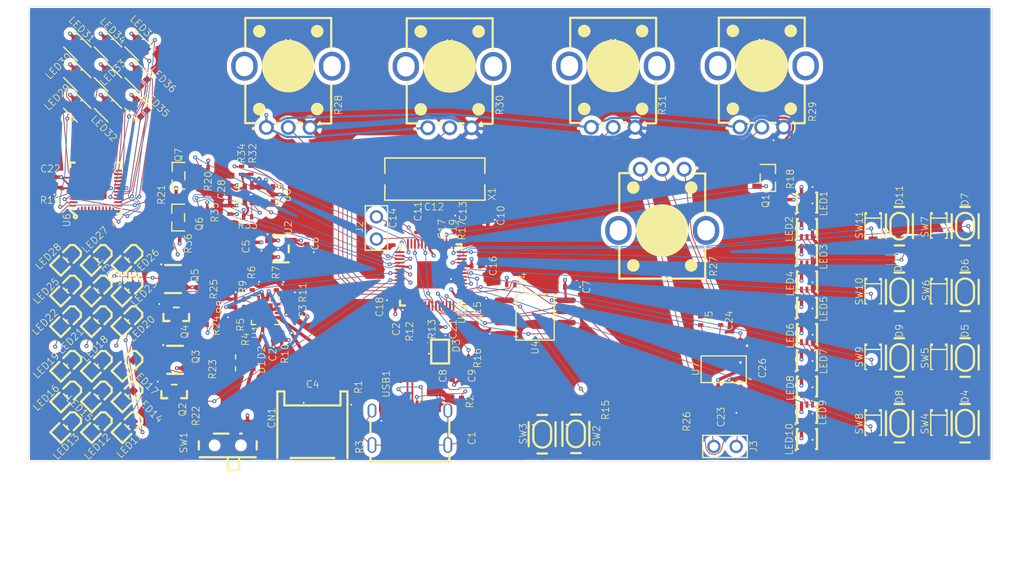
<source format=kicad_pcb>
(kicad_pcb (version 20221018) (generator pcbnew)
  (layers (0 "F.Cu" signal) (1 "In1.Cu" signal) (2 "In2.Cu" signal) (3 "In3.Cu" signal) (4 "In4.Cu" signal) (31 "B.Cu" signal) (34 "B.Paste" user) (35 "F.Paste" user) (36 "B.SilkS" user "B.Silkscreen") (37 "F.SilkS" user "F.Silkscreen") (38 "B.Mask" user) (39 "F.Mask" user) (44 "Edge.Cuts" user))
  (net 0 "")
  (net 1 "Net-(USB1-SHELL0)")
  (net 2 "rgb-drive0_gpio")
  (net 3 "rgb-drive16_gpio")
  (net 4 "Net-(U3-XIN)")
  (net 5 "Net-(C11-Pad1)")
  (net 6 "drive2_gpio")
  (net 7 "Net-(U3-DVDD0)")
  (net 8 "Net-(C23-Pad1)")
  (net 9 "Net-(C24-Pad1)")
  (net 10 "audio-enable_gpio")
  (net 11 "Net-(U7-IN+)")
  (net 12 "tof-i2c_scl")
  (net 13 "rpi-led-i2c_sda")
  (net 14 "Net-(C25-Pad1)")
  (net 15 "/6: rpi_flash/IN-")
  (net 18 "rgb-drive17_gpio")
  (net 19 "rows0_gpio")
  (net 20 "Net-(D1-Padc)")
  (net 21 "rgb-drive1_gpio")
  (net 22 "tof-en_gpio")
  (net 23 "enable1_gpio")
  (net 24 "Net-(D2-Padc)")
  (net 27 "drive3_gpio")
  (net 30 "cols0_gpio")
  (net 31 "Net-(D4-K)")
  (net 32 "rgb-drive2_gpio")
  (net 33 "VDD")
  (net 34 "Net-(D5-K)")
  (net 35 "Net-(D6-K)")
  (net 36 "Net-(D7-K)")
  (net 37 "rgb-drive18_gpio")
  (net 38 "Net-(D8-K)")
  (net 39 "enable0_gpio")
  (net 40 "CH4")
  (net 41 "drive4_gpio")
  (net 42 "Net-(D9-K)")
  (net 43 "Net-(D10-K)")
  (net 44 "cols1_gpio")
  (net 45 "rgb-drive19_gpio")
  (net 46 "Net-(D11-K)")
  (net 47 "rgb-drive20_gpio")
  (net 48 "Net-(U3-SWD)")
  (net 49 "rgb-drive25_gpio")
  (net 50 "Net-(U3-SWCLK)")
  (net 51 "cols2_gpio")
  (net 52 "Net-(U7-VO-)")
  (net 53 "drive5_gpio")
  (net 54 "Net-(U7-VO+)")
  (net 55 "Net-(LED1-DI)")
  (net 56 "Net-(LED1-DO)")
  (net 57 "rgb-drive21_gpio")
  (net 58 "rgb-drive3_gpio")
  (net 59 "Net-(LED1-BO)")
  (net 60 "drive6_gpio")
  (net 61 "Net-(LED2-DO)")
  (net 62 "rgb-drive4_gpio")
  (net 63 "cols3_gpio")
  (net 64 "rgb-drive5_gpio")
  (net 65 "rgb-drive22_gpio")
  (net 66 "in_adc")
  (net 67 "Net-(LED2-BO)")
  (net 68 "Net-(LED3-DO)")
  (net 69 "rgb-drive23_gpio")
  (net 70 "rgb-drive26_gpio")
  (net 71 "Net-(LED3-BO)")
  (net 72 "SW-VOUT")
  (net 73 "Net-(LED4-DO)")
  (net 74 "rgb-drive6_gpio")
  (net 75 "Net-(LED4-BO)")
  (net 76 "Net-(LED5-DO)")
  (net 77 "in_adc1")
  (net 78 "Net-(LED5-BO)")
  (net 79 "rgb-drive7_gpio")
  (net 80 "rows1_gpio")
  (net 81 "P4V2")
  (net 82 "Net-(LED6-DO)")
  (net 83 "QSPI_SS")
  (net 84 "drive7_gpio")
  (net 85 "pwm_timer")
  (net 86 "rgb-drive8_gpio")
  (net 87 "Net-(LED6-BO)")
  (net 88 "VBAT")
  (net 89 "Net-(LED7-DO)")
  (net 90 "QSPI_SCLK")
  (net 91 "in_adc2")
  (net 92 "led-data_gpio")
  (net 93 "Net-(LED7-BO)")
  (net 94 "rgb-drive9_gpio")
  (net 95 "QSPI_SD0")
  (net 96 "rgb-drive10_gpio")
  (net 97 "rgb-drive24_gpio")
  (net 98 "Net-(LED8-DO)")
  (net 99 "in_adc3")
  (net 100 "rgb-drive11_gpio")
  (net 101 "drive8_gpio")
  (net 102 "QSPI_SD1")
  (net 103 "GND")
  (net 104 "Net-(LED8-BO)")
  (net 105 "QSPI_SD2")
  (net 106 "Net-(LED10-DI)")
  (net 107 "rgb-drive12_gpio")
  (net 108 "RP-USB-NET-DN")
  (net 109 "Net-(LED10-BI)")
  (net 111 "QSPI_SD3")
  (net 113 "rpi-led-i2c_scl")
  (net 114 "Net-(LED11-A)")
  (net 115 "RP-USB-NET-DP")
  (net 116 "rgb-drive13_gpio")
  (net 117 "Net-(LED20-A)")
  (net 118 "drive0_gpio")
  (net 119 "Net-(Q2-C)")
  (net 120 "Net-(Q2-B)")
  (net 121 "Net-(Q4-C)")
  (net 122 "Net-(Q4-B)")
  (net 123 "CH3")
  (net 124 "/4: led-drive_u/SCL")
  (net 125 "rgb-drive14_gpio")
  (net 126 "Net-(Q7-D)")
  (net 127 "Net-(USB1-CC1)")
  (net 128 "Net-(USB1-CC2)")
  (net 129 "Net-(U1-CHG_NOT)")
  (net 130 "Net-(U1-PGOOD_NOT)")
  (net 131 "drive1_gpio")
  (net 132 "Net-(U1-CE_NOT)")
  (net 133 "Net-(U1-TS)")
  (net 134 "Net-(U1-EN1)")
  (net 135 "rgb-drive15_gpio")
  (net 136 "VBUS")
  (net 137 "Net-(U1-EN2)")
  (net 138 "Net-(U1-ILIM)")
  (net 139 "tof-i2c_sda")
  (net 140 "Net-(U1-ISET)")
  (net 141 "/2: rpi_mcu/RP-USB-DM")
  (net 142 "/2: rpi_mcu/RP-USB-DP")
  (net 143 "Net-(U3-RUN)")
  (net 144 "Net-(U3-XOUT)")
  (net 145 "Net-(U6-R-EXT)")
  (net 192 "unconnected-(U3-GPIO22-Pad34)")
  (net 193 "unconnected-(U3-GPIO24-Pad36)")
  (footprint "hackathon-2022:SOT_23_3_L2_9_W1_3_P1_90_LS2_4_TR" (layer "F.Cu") (at 101.155244 126.102741 90)
    (fp_text reference "Q2")
    (fp_text value "2N3904S-RTKPS")
  )
  (footprint "hackathon-2022:Pkg0402_1" (layer "F.Cu") (at 122.233407 130.429447 180)
    (fp_text reference "R3")
    (fp_text value "100K" hide)
  )
  (footprint "hackathon-2022:Pkg0402_6" (layer "F.Cu") (at 112.810847 113.927781 180)
    (fp_text reference "R7")
    (fp_text value "10K" hide)
  )
  (footprint "hackathon-2022:SOT_23_3_L2_9_W1_3_P1_90_LS2_4_TR" (layer "F.Cu") (at 101.390662 117.288767 90)
    (fp_text reference "Q4")
    (fp_text value "2N3904S-RTKPS")
  )
  (footprint "hackathon-2022:LED0603_R_RD_WHITE" (layer "F.Cu") (at 88.898535 122.989522 -135)
    (fp_text reference "LED19")
    (fp_text value "KT-0603白灯")
  )
  (footprint "hackathon-2022:Pkg0402_4" (layer "F.Cu") (at 171.029726 103.623757)
    (fp_text reference "R18")
    (fp_text value "1K" hide)
  )
  (footprint "hackathon-2022:C246443" (layer "F.Cu") (at 92.215444 102.772133)
    (fp_text reference "U6")
    (fp_text value "IS31FL3236A-QFLS2-TR")
  )
  (footprint "hackathon-2022:Pkg0402_1" (layer "F.Cu") (at 160.946243 129.575635 90)
    (fp_text reference "R26")
    (fp_text value "82R" hide)
  )
  (footprint "hackathon-2022:SOT_23_3_L2_9_W1_6_P1_90_LS2_8_BR" (layer "F.Cu") (at 168.892952 101.594661 180)
    (fp_text reference "Q1")
    (fp_text value "BSN20")
  )
  (footprint "hackathon-2022:LED_ARRAY_SMD_4P_L2_2_W2_1_BR" (layer "F.Cu") (at 93.461494 93.480831 135)
    (fp_text reference "LED32")
    (fp_text value "NH-Z1921RGBA-SF")
  )
  (footprint "hackathon-2022:LED_SMD_6P_L2_2_W2_2_TL_1" (layer "F.Cu") (at 173.230828 107.546456 -90)
    (fp_text reference "LED2")
    (fp_text value "WS2816C-2121")
  )
  (footprint "hackathon-2022:LED0603_R_RD_WHITE" (layer "F.Cu") (at 95.881473 114.392494 -135)
    (fp_text reference "LED23")
    (fp_text value "KT-0603白灯")
  )
  (footprint "hackathon-2022:LED0603_R_RD_WHITE" (layer "F.Cu") (at 95.881473 110.892494 -135)
    (fp_text reference "LED26")
    (fp_text value "KT-0603白灯")
  )
  (footprint "hackathon-2022:Pkg0402_5" (layer "F.Cu") (at 146.243573 114.051061 90)
    (fp_text reference "C7")
    (fp_text value "2.2u" hide)
  )
  (footprint "hackathon-2022:SOT_23_3_L2_9_W1_3_P1_90_LS2_4_BR" (layer "F.Cu") (at 101.653568 101.348033)
    (fp_text reference "Q7")
    (fp_text value "BSS138")
  )
  (footprint "hackathon-2022:HC_49S_L11_4_W4_8" (layer "F.Cu") (at 130.903573 101.731061 180)
    (fp_text reference "X1")
    (fp_text value "TAXM12M2GLFBET2T")
  )
  (footprint "hackathon-2022:Pkg0402_2" (layer "F.Cu") (at 133.931997 131.283706 180)
    (fp_text reference "C1")
    (fp_text value "100n" hide)
  )
  (footprint "hackathon-2022:Pkg0402_1" (layer "F.Cu") (at 133.938221 127.128274)
    (fp_text reference "R2")
    (fp_text value "5K1" hide)
  )
  (footprint "hackathon-2022:LED0603_R_RD_WHITE" (layer "F.Cu") (at 95.881473 117.892494 -135)
    (fp_text reference "LED20")
    (fp_text value "KT-0603白灯")
  )
  (footprint "hackathon-2022:LED0603_R_RD_WHITE" (layer "F.Cu") (at 88.881473 114.392494 -135)
    (fp_text reference "LED25")
    (fp_text value "KT-0603白灯")
  )
  (footprint "hackathon-2022:Pkg0402_1" (layer "F.Cu") (at 87.022006 102.689458 90)
    (fp_text reference "R19")
    (fp_text value "3K3" hide)
  )
  (footprint "hackathon-2022:KEY_SMD_4P_L4_2_W3_2_P2_20_LS4_6_4" (layer "F.Cu") (at 191.40875 129.607966 90)
    (fp_text reference "SW4")
    (fp_text value "PTS810SJK250SMTRLFS")
  )
  (footprint "hackathon-2022:LED_SMD_6P_L2_2_W2_2_TL_1" (layer "F.Cu") (at 173.230828 122.546456 -90)
    (fp_text reference "LED7")
    (fp_text value "WS2816C-2121")
  )
  (footprint "hackathon-2022:Pkg0402_2" (layer "F.Cu") (at 164.50306 128.909071 180)
    (fp_text reference "C23")
    (fp_text value "100n" hide)
  )
  (footprint "hackathon-2022:Pkg0402_1" (layer "F.Cu") (at 129.703573 119.111061 180)
    (fp_text reference "R13")
    (fp_text value "27R" hide)
  )
  (footprint "hackathon-2022:KEY_SMD_4P_L4_2_W3_2_P2_20_LS4_6" (layer "F.Cu") (at 191.40875 122.107966 90)
    (fp_text reference "SW5")
    (fp_text value "PTS810SJK250SMTRLFS")
  )
  (footprint "hackathon-2022:LED_ARRAY_SMD_4P_L2_2_W2_1_BR" (layer "F.Cu") (at 96.961494 89.980831 135)
    (fp_text reference "LED36")
    (fp_text value "NH-Z1921RGBA-SF")
  )
  (footprint "hackathon-2022:C2040" (layer "F.Cu") (at 130.423573 112.671061 180)
    (fp_text reference "U3")
    (fp_text value "RP2040")
  )
  (footprint "hackathon-2022:SOD_123F_L2_7_W1_6_LS3_8_RD_7" (layer "F.Cu") (at 180.90875 107.107966 -90)
    (fp_text reference "D11")
    (fp_text value "1N4148W")
  )
  (footprint "hackathon-2022:LED_SMD_6P_L2_2_W2_2_TL_1" (layer "F.Cu") (at 173.230828 119.546456 -90)
    (fp_text reference "LED6")
    (fp_text value "WS2816C-2121")
  )
  (footprint "hackathon-2022:Pkg0402_1" (layer "F.Cu") (at 114.458556 115.478618 90)
    (fp_text reference "R11")
    (fp_text value "2K7" hide)
  )
  (footprint "hackathon-2022:LED_ARRAY_SMD_4P_L2_2_W2_1_BR" (layer "F.Cu") (at 89.961494 86.480831 135)
    (fp_text reference "LED31")
    (fp_text value "NH-Z1921RGBA-SF")
  )
  (footprint "hackathon-2022:RES_TH_RK09K1130AAU" (layer "F.Cu") (at 151.243714 89.567171)
    (fp_text reference "R31")
    (fp_text value "50K")
  )
  (footprint "hackathon-2022:OPTO_SMD_12P_VL53L0CXV0DH_1" (layer "F.Cu") (at 110.812863 103.495925 180)
    (fp_text reference "U8")
    (fp_text value "VL53L0CXV0DH1")
  )
  (footprint "hackathon-2022:Pkg0402_2" (layer "F.Cu") (at 129.833573 107.331061 180)
    (fp_text reference "C19")
    (fp_text value "1u" hide)
  )
  (footprint "hackathon-2022:RES_TH_RK09K1130AAU" (layer "F.Cu") (at 114.17045 89.586987)
    (fp_text reference "R28")
    (fp_text value "50K")
  )
  (footprint "hackathon-2022:Pkg0402_1" (layer "F.Cu") (at 104.236203 123.33012 -90)
    (fp_text reference "R23")
    (fp_text value "10K" hide)
  )
  (footprint "hackathon-2022:LED_SMD_6P_L2_2_W2_2_TL_1" (layer "F.Cu") (at 173.230828 113.546456 -90)
    (fp_text reference "LED4")
    (fp_text value "WS2816C-2121")
  )
  (footprint "hackathon-2022:LED0603_R_RD_WHITE" (layer "F.Cu") (at 92.381473 114.392494 -135)
    (fp_text reference "LED24")
    (fp_text value "KT-0603白灯")
  )
  (footprint "hackathon-2022:VQFN_16_L3_0_W3_0_P0_50_BL_EP" (layer "F.Cu") (at 111.550876 116.769684 180)
    (fp_text reference "U1")
    (fp_text value "BQ24078RGTR")
  )
  (footprint "hackathon-2022:LED_SMD_6P_L2_2_W2_2_TL_1" (layer "F.Cu") (at 173.230828 131.546456 -90)
    (fp_text reference "LED10")
    (fp_text value "WS2816C-2121")
  )
  (footprint "hackathon-2022:SOD_123F_L2_7_W1_6_LS3_8_RD_6" (layer "F.Cu") (at 180.90875 129.607966 -90)
    (fp_text reference "D8")
    (fp_text value "1N4148W")
  )
  (footprint "hackathon-2022:Pkg0402_6" (layer "F.Cu") (at 108.636038 117.33624 -90)
    (fp_text reference "R5")
    (fp_text value "2K" hide)
  )
  (footprint "hackathon-2022:Pkg0402_6" (layer "F.Cu") (at 108.634373 116.392923 -90)
    (fp_text reference "R8")
    (fp_text value "33R" hide)
  )
  (footprint "hackathon-2022:LED_ARRAY_SMD_4P_L2_2_W2_1_BR" (layer "F.Cu") (at 96.961494 93.480831 135)
    (fp_text reference "LED35")
    (fp_text value "NH-Z1921RGBA-SF")
  )
  (footprint "hackathon-2022:Pkg0402_1" (layer "F.Cu") (at 122.226778 127.058921)
    (fp_text reference "R1")
    (fp_text value "5K1" hide)
  )
  (footprint "hackathon-2022:Pkg0402_6" (layer "F.Cu") (at 108.339169 120.025361)
    (fp_text reference "R4")
    (fp_text value "1K" hide)
  )
  (footprint "hackathon-2022:Pkg0402_2" (layer "F.Cu") (at 133.933625 124.203625)
    (fp_text reference "C9")
    (fp_text value "100n" hide)
  )
  (footprint "hackathon-2022:LED0603_R_RD_WHITE" (layer "F.Cu") (at 92.398535 122.989522 -135)
    (fp_text reference "LED18")
    (fp_text value "KT-0603白灯")
  )
  (footprint "hackathon-2022:Pkg0402_5" (layer "F.Cu") (at 107.500182 102.914134 180)
    (fp_text reference "C28")
    (fp_text value "4.7u" hide)
  )
  (footprint "hackathon-2022:SW_SMD_MK_12C02_G025" (layer "F.Cu") (at 107.267152 132.55556)
    (fp_text reference "SW1")
    (fp_text value "MK-12C02-G025")
  )
  (footprint "hackathon-2022:Pkg0402_2" (layer "F.Cu") (at 132.870166 124.206)
    (fp_text reference "C8")
    (fp_text value "100n" hide)
  )
  (footprint "hackathon-2022:Pkg0402" (layer "F.Cu") (at 116.958099 124.216213 -90)
    (fp_text reference "C4")
    (fp_text value "4.7u" hide)
  )
  (footprint "hackathon-2022:Pkg0402" (layer "F.Cu") (at 114.453164 116.423966 -90)
    (fp_text reference "C3")
    (fp_text value "4.7u" hide)
  )
  (footprint "hackathon-2022:KEY_SMD_4P_L4_2_W3_2_P2_20_LS4_6_3" (layer "F.Cu") (at 146.985151 130.824227 -90)
    (fp_text reference "SW2")
    (fp_text value "PTS810SJK250SMTRLFS")
  )
  (footprint "hackathon-2022:LED_ARRAY_SMD_4P_L2_2_W2_1_BR" (layer "F.Cu") (at 89.961494 89.980831 135)
    (fp_text reference "LED30")
    (fp_text value "NH-Z1921RGBA-SF")
  )
  (footprint "hackathon-2022:Pkg0402_2" (layer "F.Cu") (at 116.277722 109.606355 180)
    (fp_text reference "C6")
    (fp_text value "1u" hide)
  )
  (footprint "hackathon-2022:Pkg0402_2" (layer "F.Cu") (at 127.712173 117.471061 -90)
    (fp_text reference "C20")
    (fp_text value "1u" hide)
  )
  (footprint "hackathon-2022:LED0603_R_RD_WHITE" (layer "F.Cu") (at 92.398535 126.489522 -135)
    (fp_text reference "LED15")
    (fp_text value "KT-0603白灯")
  )
  (footprint "hackathon-2022:KEY_SMD_4P_L4_2_W3_2_P2_20_LS4_6_5" (layer "F.Cu") (at 191.40875 107.107966 90)
    (fp_text reference "SW7")
    (fp_text value "PTS810SJK250SMTRLFS")
  )
  (footprint "hackathon-2022:DFN2510A_10_L2_5_W1_0_P0_50_BL" (layer "F.Cu") (at 131.4985 121.428 -90)
    (fp_text reference "D3")
    (fp_text value "PUSB3FR4")
  )
  (footprint "hackathon-2022:LED0603_R_RD_WHITE" (layer "F.Cu") (at 88.881473 117.892494 -135)
    (fp_text reference "LED22")
    (fp_text value "KT-0603白灯")
  )
  (footprint "hackathon-2022:Pkg0402_1" (layer "F.Cu") (at 101.321108 108.290658 90)
    (fp_text reference "R36")
    (fp_text value "10K" hide)
  )
  (footprint "hackathon-2022:Pkg0402_2" (layer "F.Cu") (at 163.513181 117.905958)
    (fp_text reference "C24")
    (fp_text value "100n" hide)
  )
  (footprint "hackathon-2022:LED_SMD_6P_L2_2_W2_2_TL_1" (layer "F.Cu") (at 173.230828 104.546456 -90)
    (fp_text reference "LED1")
    (fp_text value "WS2816C-2121")
  )
  (footprint "hackathon-2022:SOD_123F_L2_7_W1_6_LS3_8_RD_1" (layer "F.Cu") (at 188.40875 107.107966 -90)
    (fp_text reference "D7")
    (fp_text value "1N4148W")
  )
  (footprint "hackathon-2022:SOD_123F_L2_7_W1_6_LS3_8_RD_3" (layer "F.Cu") (at 188.40875 114.607966 -90)
    (fp_text reference "D6")
    (fp_text value "1N4148W")
  )
  (footprint "hackathon-2022:LED0603_R_RD_WHITE" (layer "F.Cu") (at 92.381473 110.892494 -135)
    (fp_text reference "LED27")
    (fp_text value "KT-0603白灯")
  )
  (footprint "hackathon-2022:Pkg0402_2" (layer "F.Cu") (at 132.043573 105.901061 90)
    (fp_text reference "C13")
    (fp_text value "30p" hide)
  )
  (footprint "hackathon-2022:Pkg0402_2" (layer "F.Cu") (at 110.302048 109.435117 180)
    (fp_text reference "C5")
    (fp_text value "1u" hide)
  )
  (footprint "hackathon-2022:Pkg0402_3" (layer "F.Cu") (at 109.904267 100.716397)
    (fp_text reference "R32")
    (fp_text value "8K2" hide)
  )
  (footprint "hackathon-2022:Pkg0603" (layer "F.Cu") (at 109.468035 123.17815 90)
    (fp_text reference "D1")
    (fp_text value "red, Vf 2.0, If 20 mA" hide)
  )
  (footprint "hackathon-2022:Pkg0402_2" (layer "F.Cu") (at 135.563573 115.381061 -90)
    (fp_text reference "C15")
    (fp_text value "1u" hide)
  )
  (footprint "hackathon-2022:Pkg0402_5" (layer "F.Cu") (at 167.305101 123.428042 180)
    (fp_text reference "C26")
    (fp_text value "10u" hide)
  )
  (footprint "hackathon-2022:PIN_GRID" (layer "F.Cu") (at 124.231509 107.313566 180)
    (fp_text reference "J2")
    (fp_text value "2X1-pin-header" hide)
  )
  (footprint "hackathon-2022:LED0603_R_RD_WHITE" (layer "F.Cu") (at 88.898535 126.489522 -135)
    (fp_text reference "LED16")
    (fp_text value "KT-0603白灯")
  )
  (footprint "hackathon-2022:LED_ARRAY_SMD_4P_L2_2_W2_1_BR" (layer "F.Cu") (at 93.461494 89.980831 135)
    (fp_text reference "LED33")
    (fp_text value "NH-Z1921RGBA-SF")
  )
  (footprint "hackathon-2022:Pkg0402_4" (layer "F.Cu") (at 134.282919 122.04773 90)
    (fp_text reference "R16")
    (fp_text value "1K" hide)
  )
  (footprint "hackathon-2022:Pkg0402_1" (layer "F.Cu") (at 139.563573 113.801061 90)
    (fp_text reference "R14")
    (fp_text value "10K" hide)
  )
  (footprint "hackathon-2022:Pkg0402_4" (layer "F.Cu") (at 149.170467 128.093405 180)
    (fp_text reference "R15")
    (fp_text value "1K" hide)
  )
  (footprint "hackathon-2022:KEY_SMD_4P_L4_2_W3_2_P2_20_LS4_6_9" (layer "F.Cu") (at 143.134426 130.868421 -90)
    (fp_text reference "SW3")
    (fp_text value "PTS810SJK250SMTRLFS")
  )
  (footprint "hackathon-2022:Pkg0402_3" (layer "F.Cu") (at 109.538378 106.043432 -90)
    (fp_text reference "R33")
    (fp_text value "8K2" hide)
  )
  (footprint "hackathon-2022:LED_SMD_6P_L2_2_W2_2_TL_1" (layer "F.Cu") (at 173.230828 128.546456 -90)
    (fp_text reference "LED9")
    (fp_text value "WS2816C-2121")
  )
  (footprint "hackathon-2022:Pkg0402_2" (layer "F.Cu") (at 131.318 119.110961)
    (fp_text reference "C21")
    (fp_text value "1u" hide)
  )
  (footprint "hackathon-2022:Pkg0402_1" (layer "F.Cu") (at 100.909415 103.531156 90)
    (fp_text reference "R21")
    (fp_text value "10K" hide)
  )
  (footprint "hackathon-2022:Pkg0402_1" (layer "F.Cu") (at 104.471129 105.186422 90)
    (fp_text reference "R35")
    (fp_text value "10K" hide)
  )
  (footprint "hackathon-2022:LED_ARRAY_SMD_4P_L2_2_W2_1_BR" (layer "F.Cu") (at 89.961494 93.480831 135)
    (fp_text reference "LED29")
    (fp_text value "NH-Z1921RGBA-SF")
  )
  (footprint "hackathon-2022:SOP_8_L4_9_W3_9_P1_27_LS6_0_BL" (layer "F.Cu") (at 163.85259 123.446477 180)
    (fp_text reference "U7")
    (fp_text value "PAM8302AADCR")
  )
  (footprint "hackathon-2022:TSOP_6_L3_0_W1_5_P0_95_LS2_8_BR" (layer "F.Cu") (at 101.022695 113.146955 180)
    (fp_text reference "Q5")
    (fp_text value "AO6409")
  )
  (footprint "hackathon-2022:Pkg0402_2" (layer "F.Cu") (at 107.50078 105.233349)
    (fp_text reference "C27")
    (fp_text value "100n" hide)
  )
  (footprint "hackathon-2022:LED_ARRAY_SMD_4P_L2_2_W2_1_BR" (layer "F.Cu") (at 93.461494 86.480831 135)
    (fp_text reference "LED34")
    (fp_text value "NH-Z1921RGBA-SF")
  )
  (footprint "hackathon-2022:Pkg0402_6" (layer "F.Cu") (at 110.054722 113.912369)
    (fp_text reference "R6")
    (fp_text value "33R" hide)
  )
  (footprint "hackathon-2022:LED_SMD_6P_L2_2_W2_2_TL_1" (layer "F.Cu") (at 173.230828 116.546456 -90)
    (fp_text reference "LED5")
    (fp_text value "WS2816C-2121")
  )
  (footprint "hackathon-2022:SOD_123F_L2_7_W1_6_LS3_8_RD" (layer "F.Cu") (at 188.40875 129.607966 -90)
    (fp_text reference "D4")
    (fp_text value "1N4148W")
  )
  (footprint "hackathon-2022:LED0603_R_RD_WHITE" (layer "F.Cu") (at 95.898535 129.989522 -135)
    (fp_text reference "LED11")
    (fp_text value "KT-0603白灯")
  )
  (footprint "hackathon-2022:KEY_SMD_4P_L4_2_W3_2_P2_20_LS4_6_8" (layer "F.Cu") (at 183.90875 122.107966 90)
    (fp_text reference "SW9")
    (fp_text value "PTS810SJK250SMTRLFS")
  )
  (footprint "hackathon-2022:LED_SMD_6P_L2_2_W2_2_TL_1" (layer "F.Cu") (at 173.230828 110.546456 -90)
    (fp_text reference "LED3")
    (fp_text value "WS2816C-2121")
  )
  (footprint "hackathon-2022:Pkg0402_1" (layer "F.Cu") (at 104.370156 127.09783 -90)
    (fp_text reference "R22")
    (fp_text value "1K" hide)
  )
  (footprint "hackathon-2022:LED0603_R_RD_WHITE" (layer "F.Cu") (at 92.398535 129.989522 -135)
    (fp_text reference "LED12")
    (fp_text value "KT-0603白灯")
  )
  (footprint "hackathon-2022:Pkg0402_2" (layer "F.Cu") (at 128.843573 107.352461 180)
    (fp_text reference "C17")
    (fp_text value "1u" hide)
  )
  (footprint "hackathon-2022:TSOP_6_L3_0_W1_5_P0_95_LS2_8_BR" (layer "F.Cu") (at 101.263021 122.372752 180)
    (fp_text reference "Q3")
    (fp_text value "AO6409")
  )
  (footprint "hackathon-2022:SOIC_8_L5_3_W5_3_P1_27_LS8_0_BL" (layer "F.Cu") (at 142.333573 117.481061 -90)
    (fp_text reference "U4")
    (fp_text value "W25Q128JVSIQTR -YJLTY")
  )
  (footprint "hackathon-2022:LED_SMD_6P_L2_2_W2_2_TL_1" (layer "F.Cu") (at 173.230828 125.546456 -90)
    (fp_text reference "LED8")
    (fp_text value "WS2816C-2121")
  )
  (footprint "hackathon-2022:LED0603_R_RD_WHITE" (layer "F.Cu") (at 88.898535 129.989522 -135)
    (fp_text reference "LED13")
    (fp_text value "KT-0603白灯")
  )
  (footprint "hackathon-2022:LED0603_R_RD_WHITE" (layer "F.Cu") (at 95.898535 122.989522 -135)
    (fp_text reference "LED17")
    (fp_text value "KT-0603白灯")
  )
  (footprint "hackathon-2022:Pkg0402_2" (layer "F.Cu") (at 128.016 105.41)
    (fp_text reference "C11")
    (fp_text value "30p" hide)
  )
  (footprint "hackathon-2022:USB_C_SMD_TYPE_C_31_M_23" (layer "F.Cu") (at 128.050552 130.55368)
    (fp_text reference "USB1")
    (fp_text value "TYPE-C-31-M-23")
  )
  (footprint "hackathon-2022:LED0603_R_RD_WHITE" (layer "F.Cu") (at 92.381473 117.892494 -135)
    (fp_text reference "LED21")
    (fp_text value "KT-0603白灯")
  )
  (footprint "hackathon-2022:Pkg0402_6" (layer "F.Cu") (at 108.639238 115.443396 -90)
    (fp_text reference "R9")
    (fp_text value "33R" hide)
  )
  (footprint "hackathon-2022:PIN_GRID" (layer "F.Cu") (at 164.007522 132.263141 -90)
    (fp_text reference "J3")
    (fp_text value "2X1-pin-header" hide)
  )
  (footprint "hackathon-2022:SOD_123F_L2_7_W1_6_LS3_8_RD_5" (layer "F.Cu") (at 188.40875 122.107966 -90)
    (fp_text reference "D5")
    (fp_text value "1N4148W")
  )
  (footprint "hackathon-2022:Pkg0402_2" (layer "F.Cu") (at 125.907173 116.367861 -90)
    (fp_text reference "C18")
    (fp_text value "1u" hide)
  )
  (footprint "hackathon-2022:RES_TH_RK09K1130AAU_1" (layer "F.Cu") (at 156.843123 106.846283 180)
    (fp_text reference "R27")
    (fp_text value "50K")
  )
  (footprint "hackathon-2022:Pkg0402_2" (layer "F.Cu") (at 136.944043 105.896924)
    (fp_text reference "C10")
    (fp_text value "30p" hide)
  )
  (footprint "hackathon-2022:LED0603_R_RD_WHITE" (layer "F.Cu") (at 95.898535 126.489522 -135)
    (fp_text reference "LED14")
    (fp_text value "KT-0603白灯")
  )
  (footprint "hackathon-2022:KEY_SMD_4P_L4_2_W3_2_P2_20_LS4_6_6" (layer "F.Cu") (at 183.90875 114.607966 90)
    (fp_text reference "SW10")
    (fp_text value "PTS810SJK250SMTRLFS")
  )
  (footprint "hackathon-2022:Pkg0402_2" (layer "F.Cu") (at 126.975412 106.196668)
    (fp_text reference "C14")
    (fp_text value "1u" hide)
  )
  (footprint "hackathon-2022:Pkg0402_1" (layer "F.Cu") (at 128.803573 119.110961 180)
    (fp_text reference "R12")
    (fp_text value "27R" hide)
  )
  (footprint "hackathon-2022:Pkg0402_2" (layer "F.Cu") (at 161.225376 117.91711)
    (fp_text reference "C25")
    (fp_text value "100n" hide)
  )
  (footprint "hackathon-2022:Pkg0402_2" (layer "F.Cu") (at 130.343573 105.911061 -90)
    (fp_text reference "C12")
    (fp_text value "30p" hide)
  )
  (footprint "hackathon-2022:KEY_SMD_4P_L4_2_W3_2_P2_20_LS4_6_2" (layer "F.Cu") (at 183.90875 107.107966 90)
    (fp_text reference "SW11")
    (fp_text value "PTS810SJK250SMTRLFS")
  )
  (footprint "hackathon-2022:LED0603_R_RD_WHITE" (layer "F.Cu") (at 88.881473 110.892494 -135)
    (fp_text reference "LED28")
    (fp_text value "KT-0603白灯")
  )
  (footprint "hackathon-2022:Pkg0402_4" (layer "F.Cu") (at 113.414309 119.661585)
    (fp_text reference "R10")
    (fp_text value "1K1" hide)
  )
  (footprint "hackathon-2022:Pkg0402_4" (layer "F.Cu") (at 130.743573 107.321061)
    (fp_text reference "R17")
    (fp_text value "1K" hide)
  )
  (footprint "hackathon-2022:SOD_123F_L2_7_W1_6_LS3_8_RD_4" (layer "F.Cu") (at 180.90875 122.107966 -90)
    (fp_text reference "D9")
    (fp_text value "1N4148W")
  )
  (footprint "hackathon-2022:CONN_SMD_2P_P2_00_PH2_0_SPWB" (layer "F.Cu") (at 116.926277 129.754015 180)
    (fp_text reference "CN1")
    (fp_text value "PH2.0-2PWB Horizontal")
  )
  (footprint "hackathon-2022:LED_ARRAY_SMD_4P_L2_2_W2_1_BR" (layer "F.Cu") (at 96.961494 86.480831 135)
    (fp_text reference "LED37")
    (fp_text value "NH-Z1921RGBA-SF")
  )
  (footprint "hackathon-2022:Pkg0402_1" (layer "F.Cu") (at 104.461794 118.326256 -90)
    (fp_text reference "R24")
    (fp_text value "1K" hide)
  )
  (footprint "hackathon-2022:Pkg0402" (layer "F.Cu") (at 112.493804 119.671178)
    (fp_text reference "C2")
    (fp_text value "4.7u" hide)
  )
  (footprint "hackathon-2022:Pkg0402_5" (layer "F.Cu") (at 87.026257 101.504462 90)
    (fp_text reference "C22")
    (fp_text value "2.2u" hide)
  )
  (footprint "hackathon-2022:RES_TH_RK09K1130AAU" (layer "F.Cu") (at 132.591666 89.618377)
    (fp_text reference "R30")
    (fp_text value "50K")
  )
  (footprint "hackathon-2022:SOT_23_3_L2_9_W1_3_P1_90_LS2_4_BR" (layer "F.Cu") (at 101.613259 106.125499)
    (fp_text reference "Q6")
    (fp_text value "BSS138")
  )
  (footprint "hackathon-2022:KEY_SMD_4P_L4_2_W3_2_P2_20_LS4_6_7" (layer "F.Cu") (at 191.40875 114.607966 90)
    (fp_text reference "SW6")
    (fp_text value "PTS810SJK250SMTRLFS")
  )
  (footprint "hackathon-2022:Pkg0603" (layer "F.Cu") (at 109.468263 121.825874 90)
    (fp_text reference "D2")
    (fp_text value "green, Vf 2.0, If 20 mA" hide)
  )
  (footprint "hackathon-2022:SOT_23_5_L3_0_W1_7_P0_95_LS2_8_BR" (layer "F.Cu") (at 113.328331 109.689775 180)
    (fp_text reference "U2")
    (fp_text value "AP2125K-2.8TRG1")
  )
  (footprint "hackathon-2022:Pkg0402_3" (layer "F.Cu") (at 108.84074 100.732842)
    (fp_text reference "R34")
    (fp_text value "8K2" hide)
  )
  (footprint "hackathon-2022:RES_TH_RK09K1130AAU" (layer "F.Cu") (at 168.200513 89.549191)
    (fp_text reference "R29")
    (fp_text value "50K")
  )
  (footprint "hackathon-2022:KEY_SMD_4P_L4_2_W3_2_P2_20_LS4_6_1" (layer "F.Cu") (at 183.90875 129.607966 90)
    (fp_text reference "SW8")
    (fp_text value "PTS810SJK250SMTRLFS")
  )
  (footprint "hackathon-2022:Pkg0402_2" (layer "F.Cu") (at 135.563573 111.661061 90)
    (fp_text reference "C16")
    (fp_text value "1u" hide)
  )
  (footprint "hackathon-2022:Pkg0402_1" (layer "F.Cu") (at 104.573458 100.412562 90)
    (fp_text reference "R20")
    (fp_text value "10K" hide)
  )
  (footprint "hackathon-2022:Pkg0402_1" (layer "F.Cu") (at 104.186783 114.125173 -90)
    (fp_text reference "R25")
    (fp_text value "10K" hide)
  )
  (footprint "hackathon-2022:SOD_123F_L2_7_W1_6_LS3_8_RD_2" (layer "F.Cu") (at 180.90875 114.607966 -90)
    (fp_text reference "D10")
    (fp_text value "1N4148W")
  )
  (gr_line (start 194.345671 82.01903) (end 194.298773 82.004804) (stroke (width 0.05)) (layer "Edge.Cuts"))
  (gr_line (start 194.25 82) (end 84.75 82) (stroke (width 0.05)) (layer "Edge.Cuts"))
  (gr_line (start 84.542133 133.888893) (end 84.573223 133.926777) (stroke (width 0.05)) (layer "Edge.Cuts"))
  (gr_line (start 194.48097 82.154329) (end 194.457867 82.111107) (stroke (width 0.05)) (layer "Edge.Cuts"))
  (gr_line (start 84.51903 82.154329) (end 84.504804 82.201227) (stroke (width 0.05)) (layer "Edge.Cuts"))
  (gr_line (start 194.426777 133.926777) (end 194.457867 133.888893) (stroke (width 0.05)) (layer "Edge.Cuts"))
  (gr_line (start 194.457867 82.111107) (end 194.426777 82.073223) (stroke (width 0.05)) (layer "Edge.Cuts"))
  (gr_line (start 194.48097 133.845671) (end 194.495196 133.798773) (stroke (width 0.05)) (layer "Edge.Cuts"))
  (gr_line (start 194.495196 133.798773) (end 194.5 133.75) (stroke (width 0.05)) (layer "Edge.Cuts"))
  (gr_line (start 194.495196 82.201227) (end 194.48097 82.154329) (stroke (width 0.05)) (layer "Edge.Cuts"))
  (gr_line (start 84.654329 133.98097) (end 84.701227 133.995196) (stroke (width 0.05)) (layer "Edge.Cuts"))
  (gr_line (start 84.542133 82.111107) (end 84.51903 82.154329) (stroke (width 0.05)) (layer "Edge.Cuts"))
  (gr_line (start 194.298773 133.995196) (end 194.345671 133.98097) (stroke (width 0.05)) (layer "Edge.Cuts"))
  (gr_line (start 194.388893 82.042133) (end 194.345671 82.01903) (stroke (width 0.05)) (layer "Edge.Cuts"))
  (gr_line (start 84.504804 133.798773) (end 84.51903 133.845671) (stroke (width 0.05)) (layer "Edge.Cuts"))
  (gr_line (start 84.5 133.75) (end 84.504804 133.798773) (stroke (width 0.05)) (layer "Edge.Cuts"))
  (gr_line (start 194.388893 133.957867) (end 194.426777 133.926777) (stroke (width 0.05)) (layer "Edge.Cuts"))
  (gr_line (start 84.75 134) (end 194.25 134) (stroke (width 0.05)) (layer "Edge.Cuts"))
  (gr_line (start 84.611107 133.957867) (end 84.654329 133.98097) (stroke (width 0.05)) (layer "Edge.Cuts"))
  (gr_line (start 194.345671 133.98097) (end 194.388893 133.957867) (stroke (width 0.05)) (layer "Edge.Cuts"))
  (gr_line (start 84.701227 82.004804) (end 84.654329 82.01903) (stroke (width 0.05)) (layer "Edge.Cuts"))
  (gr_line (start 84.701227 133.995196) (end 84.75 134) (stroke (width 0.05)) (layer "Edge.Cuts"))
  (gr_line (start 194.298773 82.004804) (end 194.25 82) (stroke (width 0.05)) (layer "Edge.Cuts"))
  (gr_line (start 84.51903 133.845671) (end 84.542133 133.888893) (stroke (width 0.05)) (layer "Edge.Cuts"))
  (gr_line (start 84.504804 82.201227) (end 84.5 82.25) (stroke (width 0.05)) (layer "Edge.Cuts"))
  (gr_line (start 194.5 82.25) (end 194.495196 82.201227) (stroke (width 0.05)) (layer "Edge.Cuts"))
  (gr_line (start 194.5 133.75) (end 194.5 82.25) (stroke (width 0.05)) (layer "Edge.Cuts"))
  (gr_line (start 84.75 82) (end 84.701227 82.004804) (stroke (width 0.05)) (layer "Edge.Cuts"))
  (gr_line (start 84.5 82.25) (end 84.5 133.75) (stroke (width 0.05)) (layer "Edge.Cuts"))
  (gr_line (start 194.25 134) (end 194.298773 133.995196) (stroke (width 0.05)) (layer "Edge.Cuts"))
  (gr_line (start 84.611107 82.042133) (end 84.573223 82.073223) (stroke (width 0.05)) (layer "Edge.Cuts"))
  (gr_line (start 194.457867 133.888893) (end 194.48097 133.845671) (stroke (width 0.05)) (layer "Edge.Cuts"))
  (gr_line (start 84.573223 82.073223) (end 84.542133 82.111107) (stroke (width 0.05)) (layer "Edge.Cuts"))
  (gr_line (start 84.573223 133.926777) (end 84.611107 133.957867) (stroke (width 0.05)) (layer "Edge.Cuts"))
  (gr_line (start 84.654329 82.01903) (end 84.611107 82.042133) (stroke (width 0.05)) (layer "Edge.Cuts"))
  (gr_line (start 194.426777 82.073223) (end 194.388893 82.042133) (stroke (width 0.05)) (layer "Edge.Cuts"))
  (segment (start 122.662275 130.226192) (end 123.725552 128.16468) (width 0.09) (layer "F.Cu") (net 1))
  (segment (start 123.725552 132.10468) (end 132.375552 132.10468) (width 0.09) (layer "F.Cu") (net 1))
  (segment (start 123.725552 132.10468) (end 122.233407 130.889308) (width 0.09) (layer "F.Cu") (net 1))
  (segment (start 132.375552 128.16468) (end 132.375552 132.10468) (width 0.09) (layer "F.Cu") (net 1))
  (segment (start 122.233407 130.889308) (end 122.655091 130.238578) (width 0.09) (layer "F.Cu") (net 1))
  (segment (start 132.375552 132.10468) (end 133.931997 131.762318) (width 0.09) (layer "F.Cu") (net 1))
  (arc (start 122.655091 130.238578) (mid 122.658836 130.232474) (end 122.662275 130.226192) (width 0.09) (layer "F.Cu") (net 1))
  (segment (start 91.015546 100.236065) (end 91.145287 94.579933) (width 0.09) (layer "F.Cu") (net 2))
  (segment (start 91.140996 94.518259) (end 91.03665 93.879286) (width 0.09) (layer "F.Cu") (net 2))
  (arc (start 91.145287 94.579933) (mid 91.144567 94.548997) (end 91.140996 94.518259) (width 0.09) (layer "F.Cu") (net 2))
  (segment (start 94.751385 101.172057) (end 94.301802 101.008553) (width 0.09) (layer "F.Cu") (net 3))
  (segment (start 95.16242 93.860893) (end 95.150139 93.442128) (width 0.09) (layer "F.Cu") (net 3))
  (segment (start 95.147921 90.301814) (end 93.829543 87.586393) (width 0.09) (layer "F.Cu") (net 3))
  (segment (start 95.149917 93.424581) (end 95.162481 90.365739) (width 0.09) (layer "F.Cu") (net 3))
  (segment (start 94.459623 100.45162) (end 95.161662 93.880547) (width 0.09) (layer "F.Cu") (net 3))
  (segment (start 94.23526 100.785417) (end 94.431543 100.523084) (width 0.09) (layer "F.Cu") (net 3))
  (arc (start 94.431543 100.523084) (mid 94.450399 100.489245) (end 94.459623 100.45162) (width 0.09) (layer "F.Cu") (net 3))
  (arc (start 95.150139 93.442128) (mid 95.149955 93.433355) (end 95.149917 93.424581) (width 0.09) (layer "F.Cu") (net 3))
  (arc (start 94.301802 101.008553) (mid 94.212406 100.913722) (end 94.23526 100.785417) (width 0.09) (layer "F.Cu") (net 3))
  (arc (start 95.161662 93.880547) (mid 95.162374 93.870733) (end 95.16242 93.860893) (width 0.09) (layer "F.Cu") (net 3))
  (arc (start 95.162481 90.365739) (mid 95.158861 90.332943) (end 95.147921 90.301814) (width 0.09) (layer "F.Cu") (net 3))
  (segment (start 132.312114 105.456065) (end 136.944043 105.418312) (width 0.09) (layer "F.Cu") (net 4))
  (segment (start 136.944043 105.418312) (end 135.456573 101.731061) (width 0.09) (layer "F.Cu") (net 4))
  (segment (start 131.564962 105.901061) (end 131.023522 109.121023) (width 0.09) (layer "F.Cu") (net 4))
  (segment (start 131.564962 105.901061) (end 132.236015 105.478371) (width 0.09) (layer "F.Cu") (net 4))
  (arc (start 132.236015 105.478371) (mid 132.27251 105.461915) (end 132.312114 105.456065) (width 0.09) (layer "F.Cu") (net 4))
  (segment (start 128.299389 104.648) (end 128.016 104.931389) (width 0.09) (layer "F.Cu") (net 5))
  (segment (start 130.822184 105.911061) (end 130.822184 105.521061) (width 0.09) (layer "F.Cu") (net 5))
  (segment (start 129.949123 104.648) (end 128.299389 104.648) (width 0.09) (layer "F.Cu") (net 5))
  (segment (start 128.016 104.931389) (end 128.016 103.396488) (width 0.09) (layer "F.Cu") (net 5))
  (segment (start 130.822184 105.521061) (end 129.949123 104.648) (width 0.09) (layer "F.Cu") (net 5))
  (segment (start 130.743573 106.867449) (end 130.822184 105.911061) (width 0.09) (layer "F.Cu") (net 5))
  (segment (start 128.016 103.396488) (end 126.350573 101.731061) (width 0.09) (layer "F.Cu") (net 5))
  (segment (start 88.963254 111.462252) (end 88.584417 110.423172) (width 0.09) (layer "F.Cu") (net 6))
  (segment (start 89.464836 117.308423) (end 88.586191 122.347911) (width 0.09) (layer "F.Cu") (net 6))
  (segment (start 88.988431 123.622724) (end 88.771868 125.891674) (width 0.09) (layer "F.Cu") (net 6))
  (segment (start 88.754807 113.794646) (end 88.97137 111.525696) (width 0.09) (layer "F.Cu") (net 6))
  (segment (start 88.601478 122.5202) (end 88.980316 123.55928) (width 0.09) (layer "F.Cu") (net 6))
  (segment (start 88.581893 110.200848) (end 90.215469 105.383163) (width 0.09) (layer "F.Cu") (net 6))
  (segment (start 88.774136 125.934422) (end 89.481898 129.405451) (width 0.09) (layer "F.Cu") (net 6))
  (segment (start 89.464836 117.308423) (end 88.757074 113.837394) (width 0.09) (layer "F.Cu") (net 6))
  (arc (start 88.757074 113.837394) (mid 88.754354 113.816104) (end 88.754807 113.794646) (width 0.09) (layer "F.Cu") (net 6))
  (arc (start 88.586191 122.347911) (mid 88.582523 122.43506) (end 88.601478 122.5202) (width 0.09) (layer "F.Cu") (net 6))
  (arc (start 88.771868 125.891674) (mid 88.771416 125.913132) (end 88.774136 125.934422) (width 0.09) (layer "F.Cu") (net 6))
  (arc (start 88.584417 110.423172) (mid 88.564172 110.312226) (end 88.581893 110.200848) (width 0.09) (layer "F.Cu") (net 6))
  (arc (start 88.97137 111.525696) (mid 88.970854 111.493521) (end 88.963254 111.462252) (width 0.09) (layer "F.Cu") (net 6))
  (arc (start 88.980316 123.55928) (mid 88.987915 123.590549) (end 88.988431 123.622724) (width 0.09) (layer "F.Cu") (net 6))
  (segment (start 130.623725 116.221099) (end 130.463581 115.633001) (width 0.09) (layer "F.Cu") (net 7))
  (segment (start 128.783601 115.633057) (end 128.623725 116.221099) (width 0.09) (layer "F.Cu") (net 7))
  (segment (start 130.602442 115.485319) (end 130.137101 114.787067) (width 0.09) (layer "F.Cu") (net 7))
  (segment (start 129.823624 109.121023) (end 129.823624 110.171023) (width 0.09) (layer "F.Cu") (net 7))
  (segment (start 126.975412 106.675279) (end 127.905947 107.264682) (width 0.09) (layer "F.Cu") (net 7))
  (segment (start 130.623725 116.221099) (end 130.657974 115.692769) (width 0.09) (layer "F.Cu") (net 7))
  (segment (start 130.323675 115.526099) (end 128.923522 115.526099) (width 0.09) (layer "F.Cu") (net 7))
  (via (at 129.823624 110.171023) (size 0.46) (drill 0.2) (layers "F.Cu" "B.Cu") (net 7))
  (via (at 130.137101 114.787067) (size 0.46) (drill 0.2) (layers "F.Cu" "B.Cu") (net 7))
  (via (at 127.905947 107.264682) (size 0.46) (drill 0.2) (layers "F.Cu" "B.Cu") (net 7))
  (arc (start 128.923522 115.526099) (mid 128.835463 115.555901) (end 128.783601 115.633057) (width 0.09) (layer "F.Cu") (net 7))
  (arc (start 130.463581 115.633001) (mid 130.411712 115.555883) (end 130.323675 115.526099) (width 0.09) (layer "F.Cu") (net 7))
  (arc (start 130.657974 115.692769) (mid 130.647282 115.584473) (end 130.602442 115.485319) (width 0.09) (layer "F.Cu") (net 7))
  (segment (start 129.823624 110.171023) (end 130.137101 114.787067) (width 0.09) (layer "B.Cu") (net 7))
  (segment (start 129.823624 110.171023) (end 127.905947 107.264682) (width 0.09) (layer "B.Cu") (net 7))
  (segment (start 161.843156 132.401467) (end 161.406104 129.575635) (width 0.09) (layer "F.Cu") (net 8))
  (segment (start 154.343123 100.595783) (end 161.406104 129.575635) (width 0.09) (layer "F.Cu") (net 8))
  (segment (start 164.50306 129.387682) (end 163.607498 132.512475) (width 0.09) (layer "F.Cu") (net 8))
  (arc (start 163.607498 132.512475) (mid 162.680694 133.166355) (end 161.843156 132.401467) (width 0.09) (layer "F.Cu") (net 8))
  (segment (start 156.843123 100.595783) (end 163.513181 117.427347) (width 0.09) (layer "F.Cu") (net 9))
  (segment (start 133.973738 114.471036) (end 136.121731 114.061377) (width 0.09) (layer "F.Cu") (net 10))
  (segment (start 165.75759 120.763977) (end 165.75759 119.331477) (width 0.09) (layer "F.Cu") (net 10))
  (via (at 136.121731 114.061377) (size 0.46) (drill 0.2) (layers "F.Cu" "B.Cu") (net 10))
  (via (at 165.75759 119.331477) (size 0.46) (drill 0.2) (layers "F.Cu" "B.Cu") (net 10))
  (segment (start 144.29409 115.170778) (end 136.121731 114.061377) (width 0.09) (layer "B.Cu") (net 10))
  (segment (start 165.75759 119.331477) (end 144.316921 115.174538) (width 0.09) (layer "B.Cu") (net 10))
  (arc (start 144.316921 115.174538) (mid 144.305532 115.172496) (end 144.29409 115.170778) (width 0.09) (layer "B.Cu") (net 10))
  (segment (start 163.513181 118.384569) (end 163.21759 120.763977) (width 0.09) (layer "F.Cu") (net 11))
  (segment (start 110.012863 104.371425) (end 109.99449 106.043432) (width 0.09) (layer "F.Cu") (net 12))
  (segment (start 127.465466 110.632319) (end 128.088436 110.821129) (width 0.09) (layer "F.Cu") (net 12))
  (segment (start 126.873408 110.471036) (end 127.461506 110.63118) (width 0.09) (layer "F.Cu") (net 12))
  (segment (start 110.911153 105.583106) (end 110.012863 104.371425) (width 0.09) (layer "F.Cu") (net 12))
  (via (at 110.911153 105.583106) (size 0.46) (drill 0.2) (layers "F.Cu" "B.Cu") (net 12))
  (via (at 128.088436 110.821129) (size 0.46) (drill 0.2) (layers "F.Cu" "B.Cu") (net 12))
  (arc (start 127.461506 110.63118) (mid 127.46349 110.631735) (end 127.465466 110.632319) (width 0.09) (layer "F.Cu") (net 12))
  (segment (start 105.002336 103.600655) (end 103.735869 103.485661) (width 0.09) (layer "B.Cu") (net 12))
  (segment (start 103.813146 104.285701) (end 104.816729 103.993707) (width 0.09) (layer "B.Cu") (net 12))
  (segment (start 125.91065 111.839185) (end 128.088436 110.821129) (width 0.09) (layer "B.Cu") (net 12))
  (segment (start 108.390515 104.355704) (end 105.104099 103.616647) (width 0.09) (layer "B.Cu") (net 12))
  (segment (start 115.765445 108.354442) (end 125.600332 111.854003) (width 0.09) (layer "B.Cu") (net 12))
  (segment (start 108.185314 106.123073) (end 115.743797 108.347412) (width 0.09) (layer "B.Cu") (net 12))
  (segment (start 110.911153 105.583106) (end 108.481324 104.387744) (width 0.09) (layer "B.Cu") (net 12))
  (segment (start 105.164286 104.050485) (end 108.067483 106.066648) (width 0.09) (layer "B.Cu") (net 12))
  (arc (start 115.743797 108.347412) (mid 115.75467 108.350776) (end 115.765445 108.354442) (width 0.09) (layer "B.Cu") (net 12))
  (arc (start 108.481324 104.387744) (mid 108.436866 104.369042) (end 108.390515 104.355704) (width 0.09) (layer "B.Cu") (net 12))
  (arc (start 125.600332 111.854003) (mid 125.756953 111.877206) (end 125.91065 111.839185) (width 0.09) (layer "B.Cu") (net 12))
  (arc (start 105.104099 103.616647) (mid 105.053479 103.606988) (end 105.002336 103.600655) (width 0.09) (layer "B.Cu") (net 12))
  (arc (start 104.816729 103.993707) (mid 104.996931 103.982773) (end 105.164286 104.050485) (width 0.09) (layer "B.Cu") (net 12))
  (arc (start 108.067483 106.066648) (mid 108.124131 106.099596) (end 108.185314 106.123073) (width 0.09) (layer "B.Cu") (net 12))
  (arc (start 103.735869 103.485661) (mid 103.291779 103.932308) (end 103.813146 104.285701) (width 0.09) (layer "B.Cu") (net 12))
  (segment (start 102.653568 100.398533) (end 104.113597 100.412562) (width 0.09) (layer "F.Cu") (net 13))
  (segment (start 104.113597 100.412562) (end 103.550198 99.250304) (width 0.09) (layer "F.Cu") (net 13))
  (segment (start 125.564913 110.534125) (end 126.873408 110.871086) (width 0.09) (layer "F.Cu") (net 13))
  (via (at 103.550198 99.250304) (size 0.46) (drill 0.2) (layers "F.Cu" "B.Cu") (net 13))
  (via (at 125.564913 110.534125) (size 0.46) (drill 0.2) (layers "F.Cu" "B.Cu") (net 13))
  (segment (start 125.564913 110.534125) (end 104.847621 99.976975) (width 0.09) (layer "B.Cu") (net 13))
  (segment (start 104.833381 99.969361) (end 103.550198 99.250304) (width 0.09) (layer "B.Cu") (net 13))
  (arc (start 104.847621 99.976975) (mid 104.840463 99.973238) (end 104.833381 99.969361) (width 0.09) (layer "B.Cu") (net 13))
  (segment (start 163.213181 117.781236) (end 163.813181 117.781236) (width 0.09) (layer "F.Cu") (net 14))
  (segment (start 160.276975 108.276602) (end 160.201759 107.947058) (width 0.09) (layer "F.Cu") (net 14))
  (segment (start 161.225376 117.438499) (end 163.188393 117.779101) (width 0.09) (layer "F.Cu") (net 14))
  (segment (start 160.1991 107.931598) (end 159.343123 100.595783) (width 0.09) (layer "F.Cu") (net 14))
  (segment (start 163.947189 117.163078) (end 160.284332 108.299716) (width 0.09) (layer "F.Cu") (net 14))
  (segment (start 163.958181 117.636236) (end 163.958181 117.218458) (width 0.09) (layer "F.Cu") (net 14))
  (arc (start 163.958181 117.218458) (mid 163.955406 117.190228) (end 163.947189 117.163078) (width 0.09) (layer "F.Cu") (net 14))
  (arc (start 163.813181 117.781236) (mid 163.915712 117.738766) (end 163.958181 117.636236) (width 0.09) (layer "F.Cu") (net 14))
  (arc (start 160.201759 107.947058) (mid 160.20022 107.939364) (end 160.1991 107.931598) (width 0.09) (layer "F.Cu") (net 14))
  (arc (start 163.188393 117.779101) (mid 163.200741 117.780701) (end 163.213181 117.781236) (width 0.09) (layer "F.Cu") (net 14))
  (arc (start 160.284332 108.299716) (mid 160.280169 108.288313) (end 160.276975 108.276602) (width 0.09) (layer "F.Cu") (net 14))
  (segment (start 161.225376 118.395721) (end 161.94759 120.763977) (width 0.09) (layer "F.Cu") (net 15))
  (segment (start 92.655746 86.412595) (end 94.538619 86.253965) (width 0.09) (layer "F.Cu") (net 18))
  (segment (start 95.161625 86.849401) (end 95.539379 90.308144) (width 0.09) (layer "F.Cu") (net 18))
  (segment (start 95.529975 93.430988) (end 95.542257 93.849753) (width 0.09) (layer "F.Cu") (net 18))
  (segment (start 94.653322 86.295923) (end 95.120013 86.762613) (width 0.09) (layer "F.Cu") (net 18))
  (segment (start 95.542298 93.879048) (end 95.346334 101.275897) (width 0.09) (layer "F.Cu") (net 18))
  (segment (start 95.246538 101.409847) (end 94.751385 101.572108) (width 0.09) (layer "F.Cu") (net 18))
  (segment (start 95.542478 90.3673) (end 95.529914 93.426142) (width 0.09) (layer "F.Cu") (net 18))
  (arc (start 95.539379 90.308144) (mid 95.541763 90.337678) (end 95.542478 90.3673) (width 0.09) (layer "F.Cu") (net 18))
  (arc (start 95.120013 86.762613) (mid 95.14823 86.802454) (end 95.161625 86.849401) (width 0.09) (layer "F.Cu") (net 18))
  (arc (start 95.346334 101.275897) (mid 95.317662 101.358686) (end 95.246538 101.409847) (width 0.09) (layer "F.Cu") (net 18))
  (arc (start 95.529914 93.426142) (mid 95.529924 93.428565) (end 95.529975 93.430988) (width 0.09) (layer "F.Cu") (net 18))
  (arc (start 95.542257 93.849753) (mid 95.542482 93.8644) (end 95.542298 93.879048) (width 0.09) (layer "F.Cu") (net 18))
  (arc (start 94.538619 86.253965) (mid 94.600604 86.262278) (end 94.653322 86.295923) (width 0.09) (layer "F.Cu") (net 18))
  (segment (start 192.96525 128.032966) (end 192.96525 126.982966) (width 0.09) (layer "F.Cu") (net 19))
  (segment (start 132.923738 111.271137) (end 133.973738 111.271137) (width 0.09) (layer "F.Cu") (net 19))
  (segment (start 192.47025 124.207966) (end 192.963946 120.552372) (width 0.09) (layer "F.Cu") (net 19))
  (segment (start 192.962976 119.457388) (end 192.47025 116.707966) (width 0.09) (layer "F.Cu") (net 19))
  (segment (start 192.962976 126.957388) (end 192.47025 124.207966) (width 0.09) (layer "F.Cu") (net 19))
  (segment (start 191.977524 111.957388) (end 192.47025 109.207966) (width 0.09) (layer "F.Cu") (net 19))
  (segment (start 192.96525 120.532966) (end 192.96525 119.482966) (width 0.09) (layer "F.Cu") (net 19))
  (segment (start 192.47025 116.707966) (end 191.976555 113.052372) (width 0.09) (layer "F.Cu") (net 19))
  (segment (start 192.47025 131.707966) (end 192.963946 128.052372) (width 0.09) (layer "F.Cu") (net 19))
  (segment (start 192.47025 109.207966) (end 191.765116 107.106866) (width 0.09) (layer "F.Cu") (net 19))
  (segment (start 191.97525 113.032966) (end 191.97525 111.982966) (width 0.09) (layer "F.Cu") (net 19))
  (via (at 132.923738 111.271137) (size 0.46) (drill 0.2) (layers "F.Cu" "B.Cu") (net 19))
  (via (at 191.765116 107.106866) (size 0.46) (drill 0.2) (layers "F.Cu" "B.Cu") (net 19))
  (arc (start 192.96525 126.982966) (mid 192.96468 126.970126) (end 192.962976 126.957388) (width 0.09) (layer "F.Cu") (net 19))
  (arc (start 192.963946 128.052372) (mid 192.964924 128.042691) (end 192.96525 128.032966) (width 0.09) (layer "F.Cu") (net 19))
  (arc (start 191.97525 111.982966) (mid 191.97582 111.970126) (end 191.977524 111.957388) (width 0.09) (layer "F.Cu") (net 19))
  (arc (start 192.963946 120.552372) (mid 192.964924 120.542691) (end 192.96525 120.532966) (width 0.09) (layer "F.Cu") (net 19))
  (arc (start 191.976555 113.052372) (mid 191.975577 113.042691) (end 191.97525 113.032966) (width 0.09) (layer "F.Cu") (net 19))
  (arc (start 192.96525 119.482966) (mid 192.96468 119.470126) (end 192.962976 119.457388) (width 0.09) (layer "F.Cu") (net 19))
  (segment (start 134.763675 109.755314) (end 132.923738 111.271137) (width 0.09) (layer "B.Cu") (net 19))
  (segment (start 191.765116 107.106866) (end 162.039905 109.57963) (width 0.09) (layer "B.Cu") (net 19))
  (segment (start 162.013141 109.580782) (end 135.022508 109.661987) (width 0.09) (layer "B.Cu") (net 19))
  (arc (start 135.022508 109.661987) (mid 134.885008 109.686232) (end 134.763675 109.755314) (width 0.09) (layer "B.Cu") (net 19))
  (arc (start 162.039905 109.57963) (mid 162.026534 109.580473) (end 162.013141 109.580782) (width 0.09) (layer "B.Cu") (net 19))
  (segment (start 109.150395 121.350874) (end 109.150395 122.300874) (width 0.09) (layer "F.Cu") (net 20))
  (segment (start 109.136363 122.363102) (end 108.749101 123.17815) (width 0.09) (layer "F.Cu") (net 20))
  (segment (start 108.339169 120.485222) (end 109.107548 121.247966) (width 0.09) (layer "F.Cu") (net 20))
  (arc (start 109.150395 122.300874) (mid 109.146844 122.332769) (end 109.136363 122.363102) (width 0.09) (layer "F.Cu") (net 20))
  (arc (start 109.107548 121.247966) (mid 109.139255 121.295138) (end 109.150395 121.350874) (width 0.09) (layer "F.Cu") (net 20))
  (segment (start 90.651405 92.823761) (end 90.248097 93.761014) (width 0.09) (layer "F.Cu") (net 21))
  (segment (start 90.953343 91.096444) (end 90.673989 92.747242) (width 0.09) (layer "F.Cu") (net 21))
  (segment (start 91.649917 93.424581) (end 91.662481 90.365739) (width 0.09) (layer "F.Cu") (net 21))
  (segment (start 91.415342 100.236065) (end 91.662373 93.870767) (width 0.09) (layer "F.Cu") (net 21))
  (segment (start 90.948261 89.795923) (end 90.453286 90.290897) (width 0.09) (layer "F.Cu") (net 21))
  (segment (start 90.45175 90.494399) (end 90.914442 90.97128) (width 0.09) (layer "F.Cu") (net 21))
  (segment (start 91.620013 90.262613) (end 91.153322 89.795923) (width 0.09) (layer "F.Cu") (net 21))
  (segment (start 90.225196 93.947419) (end 90.329543 94.586393) (width 0.09) (layer "F.Cu") (net 21))
  (segment (start 91.66242 93.860893) (end 91.650139 93.442128) (width 0.09) (layer "F.Cu") (net 21))
  (arc (start 90.248097 93.761014) (mid 90.223317 93.852579) (end 90.225196 93.947419) (width 0.09) (layer "F.Cu") (net 21))
  (arc (start 91.650139 93.442128) (mid 91.649955 93.433355) (end 91.649917 93.424581) (width 0.09) (layer "F.Cu") (net 21))
  (arc (start 90.673989 92.747242) (mid 90.664983 92.786176) (end 90.651405 92.823761) (width 0.09) (layer "F.Cu") (net 21))
  (arc (start 91.662481 90.365739) (mid 91.651558 90.30993) (end 91.620013 90.262613) (width 0.09) (layer "F.Cu") (net 21))
  (arc (start 91.662373 93.870767) (mid 91.662481 93.86583) (end 91.66242 93.860893) (width 0.09) (layer "F.Cu") (net 21))
  (arc (start 90.453286 90.290897) (mid 90.410821 90.392333) (end 90.45175 90.494399) (width 0.09) (layer "F.Cu") (net 21))
  (arc (start 90.914442 90.97128) (mid 90.948842 91.029216) (end 90.953343 91.096444) (width 0.09) (layer "F.Cu") (net 21))
  (arc (start 91.153322 89.795923) (mid 91.050792 89.753453) (end 90.948261 89.795923) (width 0.09) (layer "F.Cu") (net 21))
  (segment (start 127.894467 110.079129) (end 127.823624 109.121023) (width 0.09) (layer "F.Cu") (net 22))
  (segment (start 112.412863 102.620425) (end 113.162863 102.620425) (width 0.09) (layer "F.Cu") (net 22))
  (segment (start 108.04074 100.276731) (end 108.84074 100.276731) (width 0.09) (layer "F.Cu") (net 22))
  (via (at 113.162863 102.620425) (size 0.46) (drill 0.2) (layers "F.Cu" "B.Cu") (net 22))
  (via (at 108.04074 100.276731) (size 0.46) (drill 0.2) (layers "F.Cu" "B.Cu") (net 22))
  (via (at 127.894467 110.079129) (size 0.46) (drill 0.2) (layers "F.Cu" "B.Cu") (net 22))
  (segment (start 111.883844 101.489075) (end 113.162863 102.620425) (width 0.09) (layer "B.Cu") (net 22))
  (segment (start 113.162863 102.620425) (end 127.274894 108.608153) (width 0.09) (layer "B.Cu") (net 22))
  (segment (start 127.504714 108.860106) (end 127.894467 110.079129) (width 0.09) (layer "B.Cu") (net 22))
  (segment (start 108.04074 100.276731) (end 111.732336 101.404264) (width 0.09) (layer "B.Cu") (net 22))
  (arc (start 127.274894 108.608153) (mid 127.417316 108.709034) (end 127.504714 108.860106) (width 0.09) (layer "B.Cu") (net 22))
  (arc (start 111.732336 101.404264) (mid 111.812642 101.438537) (end 111.883844 101.489075) (width 0.09) (layer "B.Cu") (net 22))
  (segment (start 104.958831 119.294795) (end 104.921655 118.326256) (width 0.09) (layer "F.Cu") (net 23))
  (segment (start 125.823408 112.471036) (end 126.873408 112.471036) (width 0.09) (layer "F.Cu") (net 23))
  (via (at 104.958831 119.294795) (size 0.46) (drill 0.2) (layers "F.Cu" "B.Cu") (net 23))
  (via (at 125.823408 112.471036) (size 0.46) (drill 0.2) (layers "F.Cu" "B.Cu") (net 23))
  (segment (start 110.972262 114.208315) (end 106.925833 115.956691) (width 0.09) (layer "B.Cu") (net 23))
  (segment (start 125.823408 112.471036) (end 111.087438 114.177482) (width 0.09) (layer "B.Cu") (net 23))
  (segment (start 106.731269 116.132186) (end 104.958831 119.294795) (width 0.09) (layer "B.Cu") (net 23))
  (arc (start 111.087438 114.177482) (mid 111.02872 114.188679) (end 110.972262 114.208315) (width 0.09) (layer "B.Cu") (net 23))
  (arc (start 106.925833 115.956691) (mid 106.814117 116.028437) (end 106.731269 116.132186) (width 0.09) (layer "B.Cu") (net 23))
  (segment (start 108.176177 117.33624) (end 107.420755 117.126581) (width 0.09) (layer "F.Cu") (net 24))
  (segment (start 106.921669 117.644818) (end 107.901009 120.719369) (width 0.09) (layer "F.Cu") (net 24))
  (segment (start 107.924662 120.764316) (end 108.749329 121.825874) (width 0.09) (layer "F.Cu") (net 24))
  (arc (start 107.901009 120.719369) (mid 107.910852 120.742886) (end 107.924662 120.764316) (width 0.09) (layer "F.Cu") (net 24))
  (arc (start 107.420755 117.126581) (mid 107.016777 117.236972) (end 106.921669 117.644818) (width 0.09) (layer "F.Cu") (net 24))
  (segment (start 93.187276 105.826202) (end 96.122902 111.354813) (width 0.09) (layer "F.Cu") (net 27))
  (segment (start 96.159204 111.468531) (end 96.464836 113.808423) (width 0.09) (layer "F.Cu") (net 27))
  (segment (start 97.172598 117.279453) (end 96.464836 113.808423) (width 0.09) (layer "F.Cu") (net 27))
  (segment (start 96.481898 125.905451) (end 95.774136 122.434422) (width 0.09) (layer "F.Cu") (net 27))
  (segment (start 93.015546 105.308201) (end 93.17753 105.80329) (width 0.09) (layer "F.Cu") (net 27))
  (segment (start 95.776498 122.366657) (end 97.170236 117.347218) (width 0.09) (layer "F.Cu") (net 27))
  (arc (start 93.17753 105.80329) (mid 93.18191 105.814956) (end 93.187276 105.826202) (width 0.09) (layer "F.Cu") (net 27))
  (arc (start 97.170236 117.347218) (mid 97.175434 117.313475) (end 97.172598 117.279453) (width 0.09) (layer "F.Cu") (net 27))
  (arc (start 95.774136 122.434422) (mid 95.7713 122.400399) (end 95.776498 122.366657) (width 0.09) (layer "F.Cu") (net 27))
  (arc (start 96.122902 111.354813) (mid 96.146159 111.410042) (end 96.159204 111.468531) (width 0.09) (layer "F.Cu") (net 27))
  (segment (start 135.730053 113.092137) (end 133.973738 112.871086) (width 0.09) (layer "F.Cu") (net 30))
  (segment (start 184.517264 131.080893) (end 183.274236 132.335039) (width 0.09) (layer "F.Cu") (net 30))
  (segment (start 183.17125 132.377966) (end 182.47125 132.377966) (width 0.09) (layer "F.Cu") (net 30))
  (segment (start 188.40825 131.341466) (end 185.334465 131.038664) (width 0.09) (layer "F.Cu") (net 30))
  (segment (start 182.389494 132.352719) (end 180.90825 131.341466) (width 0.09) (layer "F.Cu") (net 30))
  (segment (start 185.32025 131.037966) (end 184.62025 131.037966) (width 0.09) (layer "F.Cu") (net 30))
  (segment (start 180.90825 131.341466) (end 180.590062 129.966549) (width 0.09) (layer "F.Cu") (net 30))
  (via (at 135.730053 113.092137) (size 0.46) (drill 0.2) (layers "F.Cu" "B.Cu") (net 30))
  (via (at 180.590062 129.966549) (size 0.46) (drill 0.2) (layers "F.Cu" "B.Cu") (net 30))
  (arc (start 185.334465 131.038664) (mid 185.327366 131.03814) (end 185.32025 131.037966) (width 0.09) (layer "F.Cu") (net 30))
  (arc (start 182.47125 132.377966) (mid 182.428467 132.37151) (end 182.389494 132.352719) (width 0.09) (layer "F.Cu") (net 30))
  (arc (start 183.274236 132.335039) (mid 183.227037 132.366804) (end 183.17125 132.377966) (width 0.09) (layer "F.Cu") (net 30))
  (arc (start 184.62025 131.037966) (mid 184.564463 131.049127) (end 184.517264 131.080893) (width 0.09) (layer "F.Cu") (net 30))
  (segment (start 140.763272 115.895206) (end 164.623631 124.310765) (width 0.09) (layer "B.Cu") (net 30))
  (segment (start 135.730053 113.092137) (end 135.712797 114.054041) (width 0.09) (layer "B.Cu") (net 30))
  (segment (start 164.624155 124.31095) (end 180.590062 129.966549) (width 0.09) (layer "B.Cu") (net 30))
  (segment (start 136.003156 114.452811) (end 140.745807 115.889484) (width 0.09) (layer "B.Cu") (net 30))
  (arc (start 164.623631 124.310765) (mid 164.623893 124.310857) (end 164.624155 124.31095) (width 0.09) (layer "B.Cu") (net 30))
  (arc (start 135.712797 114.054041) (mid 135.791094 114.302126) (end 136.003156 114.452811) (width 0.09) (layer "B.Cu") (net 30))
  (arc (start 140.745807 115.889484) (mid 140.754572 115.892247) (end 140.763272 115.895206) (width 0.09) (layer "B.Cu") (net 30))
  (segment (start 190.32125 131.707966) (end 188.40825 127.871466) (width 0.09) (layer "F.Cu") (net 31))
  (segment (start 89.679503 104.372209) (end 89.657712 104.394) (width 0.09) (layer "F.Cu") (net 32))
  (segment (start 88.957695 94.828423) (end 89.155746 93.412595) (width 0.09) (layer "F.Cu") (net 32))
  (segment (start 88.908188 104.394) (end 88.400188 104.902) (width 0.09) (layer "F.Cu") (net 32))
  (segment (start 88.400188 104.902) (end 88.138 104.902) (width 0.09) (layer "F.Cu") (net 32))
  (segment (start 89.657712 104.394) (end 88.908188 104.394) (width 0.09) (layer "F.Cu") (net 32))
  (via (at 88.957695 94.828423) (size 0.46) (drill 0.2) (layers "F.Cu" "B.Cu") (net 32))
  (via (at 88.138 104.902) (size 0.46) (drill 0.2) (layers "F.Cu" "B.Cu") (net 32))
  (segment (start 88.116486 103.956074) (end 88.650195 101.594626) (width 0.09) (layer "B.Cu") (net 32))
  (segment (start 88.138 104.177576) (end 88.118351 104.157927) (width 0.09) (layer "B.Cu") (net 32))
  (segment (start 88.138 104.902) (end 88.138 104.177576) (width 0.09) (layer "B.Cu") (net 32))
  (segment (start 88.659853 101.522642) (end 88.957695 94.828423) (width 0.09) (layer "B.Cu") (net 32))
  (arc (start 88.650195 101.594626) (mid 88.656625 101.558849) (end 88.659853 101.522642) (width 0.09) (layer "B.Cu") (net 32))
  (arc (start 88.118351 104.157927) (mid 88.10657 104.056853) (end 88.116486 103.956074) (width 0.09) (layer "B.Cu") (net 32))
  (segment (start 109.904267 101.172509) (end 108.84074 101.188953) (width 0.254) (layer "F.Cu") (net 33))
  (segment (start 104.93099 105.186422) (end 102.613259 107.074999) (width 0.254) (layer "F.Cu") (net 33))
  (segment (start 129.823624 116.221099) (end 130.223675 116.221099) (width 0.254) (layer "F.Cu") (net 33))
  (segment (start 129.833573 107.809672) (end 128.843573 107.831072) (width 0.254) (layer "F.Cu") (net 33))
  (segment (start 129.833573 107.809672) (end 130.13105 108.478808) (width 0.254) (layer "F.Cu") (net 33))
  (segment (start 133.394612 115.196209) (end 133.973738 115.271137) (width 0.254) (layer "F.Cu") (net 33))
  (segment (start 115.628331 108.739775) (end 114.628331 108.739775) (width 0.254) (layer "F.Cu") (net 33))
  (segment (start 104.446826 100.888785) (end 105.03332 100.412562) (width 0.254) (layer "F.Cu") (net 33))
  (segment (start 170.700513 94.722691) (end 168.200513 94.722691) (width 0.254) (layer "F.Cu") (net 33))
  (segment (start 130.304957 117.619307) (end 131.318 118.63235) (width 0.254) (layer "F.Cu") (net 33))
  (segment (start 144.239073 115.576061) (end 145.864073 115.576061) (width 0.254) (layer "F.Cu") (net 33))
  (segment (start 145.746212 113.251061) (end 145.746212 114.051061) (width 0.254) (layer "F.Cu") (net 33))
  (segment (start 108.300182 102.435523) (end 107.500182 102.416773) (width 0.254) (layer "F.Cu") (net 33))
  (segment (start 145.864073 115.576061) (end 145.746212 114.051061) (width 0.254) (layer "F.Cu") (net 33))
  (segment (start 109.082267 106.043432) (end 109.469912 105.544783) (width 0.254) (layer "F.Cu") (net 33))
  (segment (start 128.223675 116.221099) (end 128.190784 117.471061) (width 0.254) (layer "F.Cu") (net 33))
  (segment (start 133.096 125.222) (end 133.096 124.910445) (width 0.254) (layer "F.Cu") (net 33))
  (segment (start 109.082267 105.243432) (end 109.082267 106.043432) (width 0.254) (layer "F.Cu") (net 33))
  (segment (start 104.93099 104.386422) (end 104.93099 105.186422) (width 0.254) (layer "F.Cu") (net 33))
  (segment (start 133.096 124.910445) (end 132.870166 124.684611) (width 0.254) (layer "F.Cu") (net 33))
  (segment (start 114.628331 108.739775) (end 115.38725 109.167514) (width 0.254) (layer "F.Cu") (net 33))
  (segment (start 132.761882 114.333038) (end 133.230716 115.090549) (width 0.254) (layer "F.Cu") (net 33))
  (segment (start 167.736542 94.827755) (end 165.700513 95.799691) (width 0.254) (layer "F.Cu") (net 33))
  (segment (start 130.765539 110.462613) (end 130.333141 109.794338) (width 0.254) (layer "F.Cu") (net 33))
  (segment (start 167.657952 100.645161) (end 171.488497 96.533865) (width 0.254) (layer "F.Cu") (net 33))
  (segment (start 108.84074 101.188953) (end 109.212863 102.620425) (width 0.254) (layer "F.Cu") (net 33))
  (segment (start 132.118 118.632349) (end 131.318 118.632349) (width 0.254) (layer "F.Cu") (net 33))
  (segment (start 102.653568 102.297533) (end 104.443964 100.89107) (width 0.254) (layer "F.Cu") (net 33))
  (segment (start 135.084962 111.661061) (end 133.973738 111.671188) (width 0.254) (layer "F.Cu") (net 33))
  (segment (start 133.096 125.222) (end 133.635764 124.682236) (width 0.254) (layer "F.Cu") (net 33))
  (segment (start 126.385784 117.167861) (end 126.385784 116.367861) (width 0.254) (layer "F.Cu") (net 33))
  (segment (start 130.298601 109.700149) (end 130.223675 109.121023) (width 0.254) (layer "F.Cu") (net 33))
  (segment (start 126.873408 115.271137) (end 126.385784 116.367861) (width 0.254) (layer "F.Cu") (net 33))
  (segment (start 139.103712 113.001061) (end 139.103712 113.801061) (width 0.254) (layer "F.Cu") (net 33))
  (segment (start 109.526094 105.033434) (end 109.212863 104.371425) (width 0.254) (layer "F.Cu") (net 33))
  (segment (start 135.084962 111.661061) (end 135.084962 110.861061) (width 0.254) (layer "F.Cu") (net 33))
  (segment (start 105.03332 99.612562) (end 105.03332 100.412562) (width 0.254) (layer "F.Cu") (net 33))
  (segment (start 133.635764 124.682236) (end 133.933625 124.682236) (width 0.254) (layer "F.Cu") (net 33))
  (segment (start 126.873408 111.671188) (end 128.06758 111.803352) (width 0.254) (layer "F.Cu") (net 33))
  (segment (start 128.223675 116.221099) (end 127.823624 116.221099) (width 0.254) (layer "F.Cu") (net 33))
  (segment (start 126.873408 115.271137) (end 127.823624 116.221099) (width 0.254) (layer "F.Cu") (net 33))
  (segment (start 130.148748 108.541896) (end 130.223675 109.121023) (width 0.254) (layer "F.Cu") (net 33))
  (segment (start 108.30078 105.730711) (end 107.50078 105.711961) (width 0.254) (layer "F.Cu") (net 33))
  (segment (start 130.304957 116.831677) (end 130.304957 117.619307) (width 0.254) (layer "F.Cu") (net 33))
  (segment (start 133.973738 115.271137) (end 135.084962 115.381061) (width 0.254) (layer "F.Cu") (net 33))
  (segment (start 130.298601 116.800225) (end 130.223675 116.221099) (width 0.254) (layer "F.Cu") (net 33))
  (segment (start 109.212863 102.620425) (end 108.471075 102.895824) (width 0.254) (layer "F.Cu") (net 33))
  (segment (start 107.989912 102.816067) (end 107.500182 102.416773) (width 0.254) (layer "F.Cu") (net 33))
  (segment (start 115.710355 109.223875) (end 116.277722 109.127743) (width 0.254) (layer "F.Cu") (net 33))
  (via (at 108.30078 105.730711) (size 0.46) (drill 0.2) (layers "F.Cu" "B.Cu") (net 33))
  (via (at 139.103712 113.001061) (size 0.46) (drill 0.2) (layers "F.Cu" "B.Cu") (net 33))
  (via (at 135.084962 110.861061) (size 0.46) (drill 0.2) (layers "F.Cu" "B.Cu") (net 33))
  (via (at 126.385784 117.167861) (size 0.46) (drill 0.2) (layers "F.Cu" "B.Cu") (net 33))
  (via (at 130.765539 110.462613) (size 0.46) (drill 0.2) (layers "F.Cu" "B.Cu") (net 33))
  (via (at 132.761882 114.333038) (size 0.46) (drill 0.2) (layers "F.Cu" "B.Cu") (net 33))
  (via (at 109.082267 105.243432) (size 0.46) (drill 0.2) (layers "F.Cu" "B.Cu") (net 33))
  (via (at 108.300182 102.435523) (size 0.46) (drill 0.2) (layers "F.Cu" "B.Cu") (net 33))
  (via (at 132.118 118.632349) (size 0.46) (drill 0.2) (layers "F.Cu" "B.Cu") (net 33))
  (via (at 133.096 125.222) (size 0.46) (drill 0.2) (layers "F.Cu" "B.Cu") (net 33))
  (via (at 111.67045 94.417487) (size 0.46) (drill 0.2) (layers "F.Cu" "B.Cu") (net 33))
  (via (at 128.06758 111.803352) (size 0.46) (drill 0.2) (layers "F.Cu" "B.Cu") (net 33))
  (via (at 105.03332 99.612562) (size 0.46) (drill 0.2) (layers "F.Cu" "B.Cu") (net 33))
  (via (at 115.628331 108.739775) (size 0.46) (drill 0.2) (layers "F.Cu" "B.Cu") (net 33))
  (via (at 144.239073 115.576061) (size 0.46) (drill 0.2) (layers "F.Cu" "B.Cu") (net 33))
  (via (at 104.93099 104.386422) (size 0.46) (drill 0.2) (layers "F.Cu" "B.Cu") (net 33))
  (via (at 145.746212 113.251061) (size 0.46) (drill 0.2) (layers "F.Cu" "B.Cu") (net 33))
  (arc (start 133.230716 115.090549) (mid 133.30074 115.161875) (end 133.394612 115.196209) (width 0.254) (layer "F.Cu") (net 33))
  (arc (start 108.471075 102.895824) (mid 108.21989 102.919914) (end 107.989912 102.816067) (width 0.254) (layer "F.Cu") (net 33))
  (arc (start 115.38725 109.167514) (mid 115.543957 109.223471) (end 115.710355 109.223875) (width 0.254) (layer "F.Cu") (net 33))
  (arc (start 109.469912 105.544783) (mid 109.57033 105.297055) (end 109.526094 105.033434) (width 0.254) (layer "F.Cu") (net 33))
  (arc (start 171.488497 96.533865) (mid 171.688095 95.370026) (end 170.700513 94.722691) (width 0.254) (layer "F.Cu") (net 33))
  (arc (start 104.443964 100.89107) (mid 104.4454 100.889933) (end 104.446826 100.888785) (width 0.254) (layer "F.Cu") (net 33))
  (arc (start 168.200513 94.722691) (mid 167.962654 94.749285) (end 167.736542 94.827755) (width 0.254) (layer "F.Cu") (net 33))
  (arc (start 130.333141 109.794338) (mid 130.310603 109.749175) (end 130.298601 109.700149) (width 0.254) (layer "F.Cu") (net 33))
  (arc (start 130.304957 116.831677) (mid 130.301223 116.816063) (end 130.298601 116.800225) (width 0.254) (layer "F.Cu") (net 33))
  (arc (start 130.13105 108.478808) (mid 130.142187 108.50971) (end 130.148748 108.541896) (width 0.254) (layer "F.Cu") (net 33))
  (segment (start 111.67045 94.417487) (end 111.67045 95.837487) (width 0.254) (layer "B.Cu") (net 33))
  (segment (start 153.743714 94.740671) (end 151.243714 94.740671) (width 0.254) (layer "B.Cu") (net 33))
  (segment (start 116.754364 96.911213) (end 130.091666 95.868877) (width 0.254) (layer "B.Cu") (net 33))
  (segment (start 113.706478 94.865551) (end 111.67045 95.837487) (width 0.254) (layer "B.Cu") (net 33))
  (segment (start 114.17045 96.914487) (end 116.67045 96.914487) (width 0.254) (layer "B.Cu") (net 33))
  (segment (start 111.67045 95.837487) (end 113.706478 96.809423) (width 0.254) (layer "B.Cu") (net 33))
  (segment (start 130.047667 94.311499) (end 114.140035 94.760916) (width 0.254) (layer "B.Cu") (net 33))
  (segment (start 150.779742 94.845735) (end 148.743714 95.817671) (width 0.254) (layer "B.Cu") (net 33))
  (segment (start 165.700513 95.799691) (end 153.839111 94.744904) (width 0.254) (layer "B.Cu") (net 33))
  (segment (start 132.591666 94.310877) (end 130.091666 94.310877) (width 0.254) (layer "B.Cu") (net 33))
  (segment (start 148.743714 95.817671) (end 132.73703 94.317673) (width 0.254) (layer "B.Cu") (net 33))
  (arc (start 132.73703 94.317673) (mid 132.664427 94.312577) (end 132.591666 94.310877) (width 0.254) (layer "B.Cu") (net 33))
  (arc (start 153.839111 94.744904) (mid 153.791459 94.74173) (end 153.743714 94.740671) (width 0.254) (layer "B.Cu") (net 33))
  (arc (start 113.706478 96.809423) (mid 113.932591 96.887892) (end 114.17045 96.914487) (width 0.254) (layer "B.Cu") (net 33))
  (arc (start 130.091666 94.310877) (mid 130.069664 94.311033) (end 130.047667 94.311499) (width 0.254) (layer "B.Cu") (net 33))
  (arc (start 151.243714 94.740671) (mid 151.005855 94.767265) (end 150.779742 94.845735) (width 0.254) (layer "B.Cu") (net 33))
  (arc (start 116.67045 96.914487) (mid 116.712439 96.913668) (end 116.754364 96.911213) (width 0.254) (layer "B.Cu") (net 33))
  (arc (start 114.140035 94.760916) (mid 113.917781 94.790545) (end 113.706478 94.865551) (width 0.254) (layer "B.Cu") (net 33))
  (segment (start 190.32125 124.207966) (end 188.40825 120.371466) (width 0.09) (layer "F.Cu") (net 34))
  (segment (start 188.40825 112.871466) (end 190.32125 116.707966) (width 0.09) (layer "F.Cu") (net 35))
  (segment (start 188.40825 105.371466) (end 190.32125 109.207966) (width 0.09) (layer "F.Cu") (net 36))
  (segment (start 96.338641 103.708907) (end 95.261952 104.203902) (width 0.09) (layer "F.Cu") (net 37))
  (segment (start 96.338641 103.708907) (end 98.138967 94.637463) (width 0.09) (layer "F.Cu") (net 37))
  (segment (start 98.140996 94.518259) (end 98.03665 93.879286) (width 0.09) (layer "F.Cu") (net 37))
  (segment (start 95.246538 104.209948) (end 94.751385 104.372209) (width 0.09) (layer "F.Cu") (net 37))
  (via (at 96.338641 103.708907) (size 0.46) (drill 0.2) (layers "F.Cu" "B.Cu") (net 37))
  (arc (start 98.138967 94.637463) (mid 98.145327 94.577952) (end 98.140996 94.518259) (width 0.09) (layer "F.Cu") (net 37))
  (arc (start 95.261952 104.203902) (mid 95.254332 104.207145) (end 95.246538 104.209948) (width 0.09) (layer "F.Cu") (net 37))
  (segment (start 180.90825 127.871466) (end 182.82125 131.707966) (width 0.09) (layer "F.Cu") (net 38))
  (segment (start 105.732426 127.098801) (end 104.830017 127.09783) (width 0.09) (layer "F.Cu") (net 39))
  (segment (start 125.823408 113.271137) (end 126.873408 113.271137) (width 0.09) (layer "F.Cu") (net 39))
  (via (at 105.732426 127.098801) (size 0.46) (drill 0.2) (layers "F.Cu" "B.Cu") (net 39))
  (via (at 125.823408 113.271137) (size 0.46) (drill 0.2) (layers "F.Cu" "B.Cu") (net 39))
  (segment (start 105.732426 127.098801) (end 125.823408 113.271137) (width 0.09) (layer "B.Cu") (net 39))
  (segment (start 131.572 122.936) (end 132.842 122.936) (width 0.09) (layer "F.Cu") (net 40))
  (segment (start 133.73027 122.04773) (end 133.829308 122.04773) (width 0.09) (layer "F.Cu") (net 40))
  (segment (start 131.064 122.428) (end 131.572 122.936) (width 0.09) (layer "F.Cu") (net 40))
  (segment (start 132.842 122.936) (end 133.73027 122.04773) (width 0.09) (layer "F.Cu") (net 40))
  (segment (start 133.933625 123.725014) (end 133.933625 122.152047) (width 0.09) (layer "F.Cu") (net 40))
  (segment (start 133.933625 123.725014) (end 139.178519 123.725014) (width 0.09) (layer "F.Cu") (net 40))
  (segment (start 133.933625 122.152047) (end 133.829308 122.04773) (width 0.09) (layer "F.Cu") (net 40))
  (segment (start 139.178519 123.725014) (end 144.221926 128.768421) (width 0.09) (layer "F.Cu") (net 40))
  (segment (start 92.981898 125.905451) (end 92.676266 123.565559) (width 0.09) (layer "F.Cu") (net 41))
  (segment (start 92.254704 110.321082) (end 91.815393 105.308201) (width 0.09) (layer "F.Cu") (net 41))
  (segment (start 92.276498 122.366657) (end 93.670236 117.347218) (width 0.09) (layer "F.Cu") (net 41))
  (segment (start 92.658822 123.494198) (end 92.279984 122.455119) (width 0.09) (layer "F.Cu") (net 41))
  (segment (start 92.64176 111.39717) (end 92.262923 110.358091) (width 0.09) (layer "F.Cu") (net 41))
  (segment (start 92.964836 113.808423) (end 92.659204 111.468531) (width 0.09) (layer "F.Cu") (net 41))
  (segment (start 93.672598 117.279453) (end 92.964836 113.808423) (width 0.09) (layer "F.Cu") (net 41))
  (arc (start 92.676266 123.565559) (mid 92.669506 123.529399) (end 92.658822 123.494198) (width 0.09) (layer "F.Cu") (net 41))
  (arc (start 93.670236 117.347218) (mid 93.675434 117.313475) (end 93.672598 117.279453) (width 0.09) (layer "F.Cu") (net 41))
  (arc (start 92.659204 111.468531) (mid 92.652444 111.432371) (end 92.64176 111.39717) (width 0.09) (layer "F.Cu") (net 41))
  (arc (start 92.262923 110.358091) (mid 92.257599 110.339856) (end 92.254704 110.321082) (width 0.09) (layer "F.Cu") (net 41))
  (arc (start 92.279984 122.455119) (mid 92.271325 122.411161) (end 92.276498 122.366657) (width 0.09) (layer "F.Cu") (net 41))
  (segment (start 182.82125 124.207966) (end 180.90825 120.371466) (width 0.09) (layer "F.Cu") (net 42))
  (segment (start 180.90825 112.871466) (end 182.82125 116.707966) (width 0.09) (layer "F.Cu") (net 43))
  (segment (start 183.17125 124.877966) (end 182.47125 124.877966) (width 0.09) (layer "F.Cu") (net 44))
  (segment (start 135.023738 112.471036) (end 133.973738 112.471036) (width 0.09) (layer "F.Cu") (net 44))
  (segment (start 180.90825 123.841466) (end 180.709972 122.347597) (width 0.09) (layer "F.Cu") (net 44))
  (segment (start 185.32025 123.537966) (end 184.62025 123.537966) (width 0.09) (layer "F.Cu") (net 44))
  (segment (start 184.517264 123.580893) (end 183.274236 124.835039) (width 0.09) (layer "F.Cu") (net 44))
  (segment (start 188.40825 123.841466) (end 185.334465 123.538664) (width 0.09) (layer "F.Cu") (net 44))
  (segment (start 182.389494 124.852719) (end 180.90825 123.841466) (width 0.09) (layer "F.Cu") (net 44))
  (via (at 135.023738 112.471036) (size 0.46) (drill 0.2) (layers "F.Cu" "B.Cu") (net 44))
  (via (at 180.709972 122.347597) (size 0.46) (drill 0.2) (layers "F.Cu" "B.Cu") (net 44))
  (arc (start 185.334465 123.538664) (mid 185.327366 123.53814) (end 185.32025 123.537966) (width 0.09) (layer "F.Cu") (net 44))
  (arc (start 182.47125 124.877966) (mid 182.428467 124.87151) (end 182.389494 124.852719) (width 0.09) (layer "F.Cu") (net 44))
  (arc (start 184.62025 123.537966) (mid 184.564463 123.549127) (end 184.517264 123.580893) (width 0.09) (layer "F.Cu") (net 44))
  (arc (start 183.274236 124.835039) (mid 183.227037 124.866804) (end 183.17125 124.877966) (width 0.09) (layer "F.Cu") (net 44))
  (segment (start 165.849183 118.932865) (end 180.709972 122.347597) (width 0.09) (layer "B.Cu") (net 44))
  (segment (start 139.021126 113.401636) (end 165.840176 118.930902) (width 0.09) (layer "B.Cu") (net 44))
  (segment (start 135.023738 112.471036) (end 139.010963 113.399405) (width 0.09) (layer "B.Cu") (net 44))
  (arc (start 139.010963 113.399405) (mid 139.016037 113.400553) (end 139.021126 113.401636) (width 0.09) (layer "B.Cu") (net 44))
  (arc (start 165.840176 118.930902) (mid 165.844685 118.931858) (end 165.849183 118.932865) (width 0.09) (layer "B.Cu") (net 44))
  (segment (start 95.697414 103.18124) (end 94.751385 103.172057) (width 0.09) (layer "F.Cu") (net 45))
  (segment (start 97.329543 94.586393) (end 96.105955 102.832293) (width 0.09) (layer "F.Cu") (net 45))
  (arc (start 96.105955 102.832293) (mid 95.967018 103.083258) (end 95.697414 103.18124) (width 0.09) (layer "F.Cu") (net 45))
  (segment (start 182.82125 109.207966) (end 180.90825 105.371466) (width 0.09) (layer "F.Cu") (net 46))
  (segment (start 96.155746 93.412595) (end 96.008808 94.588387) (width 0.09) (layer "F.Cu") (net 47))
  (segment (start 94.751385 103.972158) (end 93.86195 103.790449) (width 0.09) (layer "F.Cu") (net 47))
  (via (at 93.86195 103.790449) (size 0.46) (drill 0.2) (layers "F.Cu" "B.Cu") (net 47))
  (via (at 96.008808 94.588387) (size 0.46) (drill 0.2) (layers "F.Cu" "B.Cu") (net 47))
  (segment (start 94.301514 102.964389) (end 93.86195 103.790449) (width 0.09) (layer "B.Cu") (net 47))
  (segment (start 96.008808 94.588387) (end 94.341372 102.853147) (width 0.09) (layer "B.Cu") (net 47))
  (arc (start 94.341372 102.853147) (mid 94.325482 102.910215) (end 94.301514 102.964389) (width 0.09) (layer "B.Cu") (net 47))
  (segment (start 128.863646 108.532981) (end 129.023522 109.121023) (width 0.09) (layer "F.Cu") (net 48))
  (segment (start 124.231509 108.583566) (end 127.717083 108.42617) (width 0.09) (layer "F.Cu") (net 48))
  (segment (start 127.723624 108.426023) (end 128.723725 108.426023) (width 0.09) (layer "F.Cu") (net 48))
  (arc (start 128.723725 108.426023) (mid 128.811785 108.455825) (end 128.863646 108.532981) (width 0.09) (layer "F.Cu") (net 48))
  (arc (start 127.717083 108.42617) (mid 127.720353 108.42606) (end 127.723624 108.426023) (width 0.09) (layer "F.Cu") (net 48))
  (segment (start 98.323545 88.225736) (end 97.329543 87.586393) (width 0.09) (layer "F.Cu") (net 49))
  (segment (start 94.809921 106.595795) (end 94.017121 105.864707) (width 0.09) (layer "F.Cu") (net 49))
  (segment (start 93.977629 105.803266) (end 93.815393 105.308201) (width 0.09) (layer "F.Cu") (net 49))
  (via (at 98.323545 88.225736) (size 0.46) (drill 0.2) (layers "F.Cu" "B.Cu") (net 49))
  (via (at 94.809921 106.595795) (size 0.46) (drill 0.2) (layers "F.Cu" "B.Cu") (net 49))
  (arc (start 94.017121 105.864707) (mid 93.993443 105.836514) (end 93.977629 105.803266) (width 0.09) (layer "F.Cu") (net 49))
  (segment (start 96.105751 102.833651) (end 98.323545 88.225736) (width 0.09) (layer "B.Cu") (net 49))
  (segment (start 96.809261 104.316495) (end 96.198173 104.093029) (width 0.09) (layer "B.Cu") (net 49))
  (segment (start 94.809921 106.595795) (end 95.493003 105.71078) (width 0.09) (layer "B.Cu") (net 49))
  (segment (start 95.65433 105.585325) (end 96.831242 105.075972) (width 0.09) (layer "B.Cu") (net 49))
  (segment (start 95.938571 103.623907) (end 96.101455 102.857259) (width 0.09) (layer "B.Cu") (net 49))
  (arc (start 96.101455 102.857259) (mid 96.103776 102.845487) (end 96.105751 102.833651) (width 0.09) (layer "B.Cu") (net 49))
  (arc (start 96.198173 104.093029) (mid 95.98078 103.906939) (end 95.938571 103.623907) (width 0.09) (layer "B.Cu") (net 49))
  (arc (start 95.493003 105.71078) (mid 95.565704 105.637814) (end 95.65433 105.585325) (width 0.09) (layer "B.Cu") (net 49))
  (arc (start 96.831242 105.075972) (mid 97.077622 104.688785) (end 96.809261 104.316495) (width 0.09) (layer "B.Cu") (net 49))
  (segment (start 128.512442 108.181579) (end 128.795649 108.243835) (width 0.09) (layer "F.Cu") (net 50))
  (segment (start 124.231509 106.043566) (end 128.478667 108.169622) (width 0.09) (layer "F.Cu") (net 50))
  (segment (start 128.882931 108.276271) (end 129.192432 108.443444) (width 0.09) (layer "F.Cu") (net 50))
  (segment (start 129.263428 108.532925) (end 129.423573 109.121023) (width 0.09) (layer "F.Cu") (net 50))
  (arc (start 128.795649 108.243835) (mid 128.840422 108.257005) (end 128.882931 108.276271) (width 0.09) (layer "F.Cu") (net 50))
  (arc (start 128.478667 108.169622) (mid 128.495184 108.176648) (end 128.512442 108.181579) (width 0.09) (layer "F.Cu") (net 50))
  (arc (start 129.192432 108.443444) (mid 129.237112 108.480899) (end 129.263428 108.532925) (width 0.09) (layer "F.Cu") (net 50))
  (segment (start 188.40825 116.341466) (end 185.334465 116.038664) (width 0.09) (layer "F.Cu") (net 51))
  (segment (start 184.517264 116.080893) (end 183.274236 117.335039) (width 0.09) (layer "F.Cu") (net 51))
  (segment (start 135.023738 113.671188) (end 133.973738 113.671188) (width 0.09) (layer "F.Cu") (net 51))
  (segment (start 182.389494 117.352719) (end 180.90825 116.341466) (width 0.09) (layer "F.Cu") (net 51))
  (segment (start 185.32025 116.037966) (end 184.62025 116.037966) (width 0.09) (layer "F.Cu") (net 51))
  (segment (start 180.649084 114.817848) (end 180.90825 116.341466) (width 0.09) (layer "F.Cu") (net 51))
  (segment (start 183.17125 117.377966) (end 182.47125 117.377966) (width 0.09) (layer "F.Cu") (net 51))
  (via (at 135.023738 113.671188) (size 0.46) (drill 0.2) (layers "F.Cu" "B.Cu") (net 51))
  (via (at 180.649084 114.817848) (size 0.46) (drill 0.2) (layers "F.Cu" "B.Cu") (net 51))
  (arc (start 185.334465 116.038664) (mid 185.327366 116.03814) (end 185.32025 116.037966) (width 0.09) (layer "F.Cu") (net 51))
  (arc (start 184.62025 116.037966) (mid 184.564463 116.049127) (end 184.517264 116.080893) (width 0.09) (layer "F.Cu") (net 51))
  (arc (start 183.274236 117.335039) (mid 183.227037 117.366804) (end 183.17125 117.377966) (width 0.09) (layer "F.Cu") (net 51))
  (arc (start 182.47125 117.377966) (mid 182.428467 117.37151) (end 182.389494 117.352719) (width 0.09) (layer "F.Cu") (net 51))
  (segment (start 135.048404 112.06278) (end 180.649084 114.817848) (width 0.09) (layer "B.Cu") (net 51))
  (segment (start 135.023738 113.671188) (end 134.639221 112.610419) (width 0.09) (layer "B.Cu") (net 51))
  (arc (start 134.639221 112.610419) (mid 134.696095 112.226228) (end 135.048404 112.06278) (width 0.09) (layer "B.Cu") (net 51))
  (segment (start 165.75759 126.128977) (end 165.711981 128.438535) (width 0.09) (layer "F.Cu") (net 52))
  (segment (start 165.709425 128.476813) (end 165.277522 132.263141) (width 0.09) (layer "F.Cu") (net 52))
  (arc (start 165.711981 128.438535) (mid 165.711152 128.457704) (end 165.709425 128.476813) (width 0.09) (layer "F.Cu") (net 52))
  (segment (start 88.763581 110.256985) (end 90.451038 105.809576) (width 0.09) (layer "F.Cu") (net 53))
  (segment (start 88.776498 122.366657) (end 90.170236 117.347218) (width 0.09) (layer "F.Cu") (net 53))
  (segment (start 89.158822 123.494198) (end 88.779984 122.455119) (width 0.09) (layer "F.Cu") (net 53))
  (segment (start 89.14176 111.39717) (end 88.762923 110.358091) (width 0.09) (layer "F.Cu") (net 53))
  (segment (start 90.453259 105.80329) (end 90.615495 105.308201) (width 0.09) (layer "F.Cu") (net 53))
  (segment (start 89.464836 113.808423) (end 89.159204 111.468531) (width 0.09) (layer "F.Cu") (net 53))
  (segment (start 89.481898 125.905451) (end 89.176266 123.565559) (width 0.09) (layer "F.Cu") (net 53))
  (segment (start 90.172598 117.279453) (end 89.464836 113.808423) (width 0.09) (layer "F.Cu") (net 53))
  (arc (start 88.762923 110.358091) (mid 88.754154 110.307479) (end 88.763581 110.256985) (width 0.09) (layer "F.Cu") (net 53))
  (arc (start 90.451038 105.809576) (mid 90.452185 105.806446) (end 90.453259 105.80329) (width 0.09) (layer "F.Cu") (net 53))
  (arc (start 89.159204 111.468531) (mid 89.152444 111.432371) (end 89.14176 111.39717) (width 0.09) (layer "F.Cu") (net 53))
  (arc (start 88.779984 122.455119) (mid 88.771325 122.411161) (end 88.776498 122.366657) (width 0.09) (layer "F.Cu") (net 53))
  (arc (start 89.176266 123.565559) (mid 89.169506 123.529399) (end 89.158822 123.494198) (width 0.09) (layer "F.Cu") (net 53))
  (arc (start 90.170236 117.347218) (mid 90.175434 117.313475) (end 90.172598 117.279453) (width 0.09) (layer "F.Cu") (net 53))
  (segment (start 162.737522 132.263141) (end 161.94759 126.128977) (width 0.09) (layer "F.Cu") (net 54))
  (segment (start 172.499368 103.957277) (end 171.029726 103.170146) (width 0.09) (layer "F.Cu") (net 55))
  (segment (start 173.357828 103.479456) (end 173.000515 103.920707) (width 0.09) (layer "F.Cu") (net 55))
  (segment (start 172.887828 103.974456) (end 172.567828 103.974456) (width 0.09) (layer "F.Cu") (net 55))
  (segment (start 171.029726 103.170146) (end 170.127952 101.594161) (width 0.09) (layer "F.Cu") (net 55))
  (arc (start 172.567828 103.974456) (mid 172.532537 103.970096) (end 172.499368 103.957277) (width 0.09) (layer "F.Cu") (net 55))
  (arc (start 173.000515 103.920707) (mid 172.950253 103.960331) (end 172.887828 103.974456) (width 0.09) (layer "F.Cu") (net 55))
  (segment (start 172.727828 105.359456) (end 173.357828 106.479456) (width 0.09) (layer "F.Cu") (net 56))
  (segment (start 98.140679 91.128146) (end 97.861326 92.778943) (width 0.09) (layer "F.Cu") (net 57))
  (segment (start 97.45175 93.994399) (end 97.914442 94.47128) (width 0.09) (layer "F.Cu") (net 57))
  (segment (start 95.818321 103.359735) (end 94.751385 103.572108) (width 0.09) (layer "F.Cu") (net 57))
  (segment (start 97.825932 92.898861) (end 97.422625 93.836114) (width 0.09) (layer "F.Cu") (net 57))
  (segment (start 97.95254 94.600786) (end 96.28867 102.890142) (width 0.09) (layer "F.Cu") (net 57))
  (segment (start 98.03665 90.379286) (end 98.140996 91.018259) (width 0.09) (layer "F.Cu") (net 57))
  (arc (start 98.140996 91.018259) (mid 98.145374 91.073215) (end 98.140679 91.128146) (width 0.09) (layer "F.Cu") (net 57))
  (arc (start 97.861326 92.778943) (mid 97.847212 92.83996) (end 97.825932 92.898861) (width 0.09) (layer "F.Cu") (net 57))
  (arc (start 96.28867 102.890142) (mid 96.1246 103.196157) (end 95.818321 103.359735) (width 0.09) (layer "F.Cu") (net 57))
  (arc (start 97.422625 93.836114) (mid 97.413211 93.919668) (end 97.45175 93.994399) (width 0.09) (layer "F.Cu") (net 57))
  (arc (start 97.914442 94.47128) (mid 97.949481 94.531329) (end 97.95254 94.600786) (width 0.09) (layer "F.Cu") (net 57))
  (segment (start 90.914442 94.47128) (end 90.45175 93.994399) (width 0.09) (layer "F.Cu") (net 58))
  (segment (start 90.215469 100.161382) (end 90.954117 94.591312) (width 0.09) (layer "F.Cu") (net 58))
  (segment (start 90.861326 92.778943) (end 91.140679 91.128146) (width 0.09) (layer "F.Cu") (net 58))
  (segment (start 91.140996 91.018259) (end 91.03665 90.379286) (width 0.09) (layer "F.Cu") (net 58))
  (segment (start 90.422625 93.836114) (end 90.825932 92.898861) (width 0.09) (layer "F.Cu") (net 58))
  (arc (start 91.140679 91.128146) (mid 91.145374 91.073215) (end 91.140996 91.018259) (width 0.09) (layer "F.Cu") (net 58))
  (arc (start 90.825932 92.898861) (mid 90.847212 92.83996) (end 90.861326 92.778943) (width 0.09) (layer "F.Cu") (net 58))
  (arc (start 90.45175 93.994399) (mid 90.413211 93.919668) (end 90.422625 93.836114) (width 0.09) (layer "F.Cu") (net 58))
  (arc (start 90.954117 94.591312) (mid 90.94805 94.526744) (end 90.914442 94.47128) (width 0.09) (layer "F.Cu") (net 58))
  (segment (start 173.987828 106.479456) (end 173.357828 105.359456) (width 0.09) (layer "F.Cu") (net 59))
  (segment (start 96.464836 110.308423) (end 97.172598 113.779453) (width 0.09) (layer "F.Cu") (net 60))
  (segment (start 97.175308 113.800552) (end 97.365028 117.290238) (width 0.09) (layer "F.Cu") (net 60))
  (segment (start 93.577602 105.803354) (end 93.415342 105.308201) (width 0.09) (layer "F.Cu") (net 60))
  (segment (start 96.464836 110.308423) (end 93.59338 105.836546) (width 0.09) (layer "F.Cu") (net 60))
  (segment (start 97.360543 117.365963) (end 96.481898 122.405451) (width 0.09) (layer "F.Cu") (net 60))
  (arc (start 97.365028 117.290238) (mid 97.364936 117.328228) (end 97.360543 117.365963) (width 0.09) (layer "F.Cu") (net 60))
  (arc (start 97.172598 113.779453) (mid 97.17434 113.789953) (end 97.175308 113.800552) (width 0.09) (layer "F.Cu") (net 60))
  (arc (start 93.59338 105.836546) (mid 93.584436 105.820452) (end 93.577602 105.803354) (width 0.09) (layer "F.Cu") (net 60))
  (segment (start 172.727828 108.359456) (end 173.357828 109.479456) (width 0.09) (layer "F.Cu") (net 61))
  (segment (start 90.329543 91.086393) (end 90.487971 92.676975) (width 0.09) (layer "F.Cu") (net 62))
  (segment (start 89.703861 94.607156) (end 89.97062 100.44299) (width 0.09) (layer "F.Cu") (net 62))
  (segment (start 90.071365 93.691112) (end 89.714909 94.544657) (width 0.09) (layer "F.Cu") (net 62))
  (segment (start 90.476877 92.74866) (end 90.07357 93.685913) (width 0.09) (layer "F.Cu") (net 62))
  (segment (start 90.451721 100.685945) (end 90.615495 100.236065) (width 0.09) (layer "F.Cu") (net 62))
  (segment (start 90.012944 100.538905) (end 90.212944 100.73888) (width 0.09) (layer "F.Cu") (net 62))
  (arc (start 90.487971 92.676975) (mid 90.486979 92.713522) (end 90.476877 92.74866) (width 0.09) (layer "F.Cu") (net 62))
  (arc (start 89.97062 100.44299) (mid 89.98281 100.494907) (end 90.012944 100.538905) (width 0.09) (layer "F.Cu") (net 62))
  (arc (start 90.212944 100.73888) (mid 90.346852 100.777906) (end 90.451721 100.685945) (width 0.09) (layer "F.Cu") (net 62))
  (arc (start 89.714909 94.544657) (mid 89.705924 94.575295) (end 89.703861 94.607156) (width 0.09) (layer "F.Cu") (net 62))
  (arc (start 90.07357 93.685913) (mid 90.072461 93.68851) (end 90.071365 93.691112) (width 0.09) (layer "F.Cu") (net 62))
  (segment (start 182.389494 109.852719) (end 180.90825 108.841466) (width 0.09) (layer "F.Cu") (net 63))
  (segment (start 188.40825 108.841466) (end 185.334465 108.538664) (width 0.09) (layer "F.Cu") (net 63))
  (segment (start 180.689676 107.369283) (end 180.90825 108.841466) (width 0.09) (layer "F.Cu") (net 63))
  (segment (start 184.517264 108.580893) (end 183.274236 109.835039) (width 0.09) (layer "F.Cu") (net 63))
  (segment (start 183.17125 109.877966) (end 182.47125 109.877966) (width 0.09) (layer "F.Cu") (net 63))
  (segment (start 133.023522 109.121023) (end 133.023522 110.171023) (width 0.09) (layer "F.Cu") (net 63))
  (segment (start 185.32025 108.537966) (end 184.62025 108.537966) (width 0.09) (layer "F.Cu") (net 63))
  (via (at 180.689676 107.369283) (size 0.46) (drill 0.2) (layers "F.Cu" "B.Cu") (net 63))
  (via (at 133.023522 110.171023) (size 0.46) (drill 0.2) (layers "F.Cu" "B.Cu") (net 63))
  (arc (start 185.334465 108.538664) (mid 185.327366 108.53814) (end 185.32025 108.537966) (width 0.09) (layer "F.Cu") (net 63))
  (arc (start 184.62025 108.537966) (mid 184.564463 108.549127) (end 184.517264 108.580893) (width 0.09) (layer "F.Cu") (net 63))
  (arc (start 182.47125 109.877966) (mid 182.428467 109.87151) (end 182.389494 109.852719) (width 0.09) (layer "F.Cu") (net 63))
  (arc (start 183.274236 109.835039) (mid 183.227037 109.866804) (end 183.17125 109.877966) (width 0.09) (layer "F.Cu") (net 63))
  (segment (start 180.689676 107.369283) (end 162.027742 109.389941) (width 0.09) (layer "B.Cu") (net 63))
  (segment (start 162.012569 109.390783) (end 135.021936 109.471987) (width 0.09) (layer "B.Cu") (net 63))
  (segment (start 134.816254 109.509067) (end 133.023522 110.171023) (width 0.09) (layer "B.Cu") (net 63))
  (arc (start 135.021936 109.471987) (mid 134.917465 109.481487) (end 134.816254 109.509067) (width 0.09) (layer "B.Cu") (net 63))
  (arc (start 162.027742 109.389941) (mid 162.020166 109.39056) (end 162.012569 109.390783) (width 0.09) (layer "B.Cu") (net 63))
  (segment (start 89.264176 92.804116) (end 88.943552 92.356897) (width 0.09) (layer "F.Cu") (net 64))
  (segment (start 89.522492 94.524335) (end 89.777777 93.431435) (width 0.09) (layer "F.Cu") (net 64))
  (segment (start 88.870499 92.064854) (end 89.155746 89.912595) (width 0.09) (layer "F.Cu") (net 64))
  (segment (start 89.604413 100.77226) (end 89.513746 94.605459) (width 0.09) (layer "F.Cu") (net 64))
  (segment (start 89.740645 93.297483) (end 89.277953 92.820601) (width 0.09) (layer "F.Cu") (net 64))
  (arc (start 89.277953 92.820601) (mid 89.270759 92.812614) (end 89.264176 92.804116) (width 0.09) (layer "F.Cu") (net 64))
  (arc (start 89.777777 93.431435) (mid 89.776309 93.359719) (end 89.740645 93.297483) (width 0.09) (layer "F.Cu") (net 64))
  (arc (start 88.943552 92.356897) (mid 88.879179 92.217841) (end 88.870499 92.064854) (width 0.09) (layer "F.Cu") (net 64))
  (arc (start 89.513746 94.605459) (mid 89.51564 94.56463) (end 89.522492 94.524335) (width 0.09) (layer "F.Cu") (net 64))
  (segment (start 96.554642 94.44007) (end 97.470968 92.760801) (width 0.09) (layer "F.Cu") (net 65))
  (segment (start 97.487971 92.676975) (end 97.329543 91.086393) (width 0.09) (layer "F.Cu") (net 65))
  (segment (start 95.328987 101.740974) (end 95.496191 101.431161) (width 0.09) (layer "F.Cu") (net 65))
  (segment (start 94.751385 101.972158) (end 95.246538 101.809898) (width 0.09) (layer "F.Cu") (net 65))
  (segment (start 95.532897 101.32027) (end 96.517198 94.552321) (width 0.09) (layer "F.Cu") (net 65))
  (arc (start 95.496191 101.431161) (mid 95.519414 101.377328) (end 95.532897 101.32027) (width 0.09) (layer "F.Cu") (net 65))
  (arc (start 95.246538 101.809898) (mid 95.294383 101.783356) (end 95.328987 101.740974) (width 0.09) (layer "F.Cu") (net 65))
  (arc (start 97.470968 92.760801) (mid 97.485791 92.72017) (end 97.487971 92.676975) (width 0.09) (layer "F.Cu") (net 65))
  (arc (start 96.517198 94.552321) (mid 96.530924 94.494529) (end 96.554642 94.44007) (width 0.09) (layer "F.Cu") (net 65))
  (segment (start 126.873408 114.471036) (end 122.091036 114.471036) (width 0.09) (layer "F.Cu") (net 66))
  (segment (start 122.174 97.282) (end 131.178543 97.282) (width 0.09) (layer "F.Cu") (net 66))
  (segment (start 122.091036 114.471036) (end 120.396 112.776) (width 0.09) (layer "F.Cu") (net 66))
  (segment (start 120.396 112.776) (end 120.396 99.06) (width 0.09) (layer "F.Cu") (net 66))
  (segment (start 131.178543 97.282) (end 132.591666 95.868877) (width 0.09) (layer "F.Cu") (net 66))
  (segment (start 120.396 99.06) (end 122.174 97.282) (width 0.09) (layer "F.Cu") (net 66))
  (segment (start 173.357828 108.359456) (end 173.987828 109.479456) (width 0.09) (layer "F.Cu") (net 67))
  (segment (start 172.727828 111.359456) (end 173.357828 112.479456) (width 0.09) (layer "F.Cu") (net 68))
  (segment (start 97.403134 90.473307) (end 96.155746 89.912595) (width 0.09) (layer "F.Cu") (net 69))
  (segment (start 95.720919 101.347615) (end 96.70522 94.579666) (width 0.09) (layer "F.Cu") (net 69))
  (segment (start 94.751385 102.372209) (end 95.246538 102.209948) (width 0.09) (layer "F.Cu") (net 69))
  (segment (start 95.496191 101.831212) (end 95.663394 101.5214) (width 0.09) (layer "F.Cu") (net 69))
  (segment (start 95.328987 102.141024) (end 95.496191 101.831213) (width 0.09) (layer "F.Cu") (net 69))
  (segment (start 97.673989 92.747242) (end 97.953343 91.096444) (width 0.09) (layer "F.Cu") (net 69))
  (segment (start 97.912906 90.96972) (end 97.446215 90.503029) (width 0.09) (layer "F.Cu") (net 69))
  (segment (start 96.721427 94.53108) (end 97.637753 92.851811) (width 0.09) (layer "F.Cu") (net 69))
  (arc (start 97.446215 90.503029) (mid 97.426027 90.486208) (end 97.403134 90.473307) (width 0.09) (layer "F.Cu") (net 69))
  (arc (start 96.70522 94.579666) (mid 96.711161 94.554652) (end 96.721427 94.53108) (width 0.09) (layer "F.Cu") (net 69))
  (arc (start 97.953343 91.096444) (mid 97.948513 91.028171) (end 97.912906 90.96972) (width 0.09) (layer "F.Cu") (net 69))
  (arc (start 95.663394 101.5214) (mid 95.699789 101.437034) (end 95.720919 101.347615) (width 0.09) (layer "F.Cu") (net 69))
  (arc (start 97.637753 92.851811) (mid 97.660219 92.801033) (end 97.673989 92.747242) (width 0.09) (layer "F.Cu") (net 69))
  (arc (start 95.496191 101.831213) (mid 95.496191 101.831212) (end 95.496191 101.831212) (width 0.09) (layer "F.Cu") (net 69))
  (arc (start 95.246538 102.209948) (mid 95.294383 102.183406) (end 95.328987 102.141024) (width 0.09) (layer "F.Cu") (net 69))
  (segment (start 97.171403 103.727971) (end 96.531256 104.069712) (width 0.09) (layer "F.Cu") (net 70))
  (segment (start 98.662482 93.865144) (end 98.662482 90.365144) (width 0.09) (layer "F.Cu") (net 70))
  (segment (start 96.496841 104.086072) (end 95.25747 104.605922) (width 0.09) (layer "F.Cu") (net 70))
  (segment (start 96.716457 87.659984) (end 96.155746 86.412595) (width 0.09) (layer "F.Cu") (net 70))
  (segment (start 95.253574 104.607491) (end 94.826474 104.77226) (width 0.09) (layer "F.Cu") (net 70))
  (segment (start 97.171403 103.727971) (end 98.660849 93.886842) (width 0.09) (layer "F.Cu") (net 70))
  (segment (start 98.634389 90.279366) (end 96.731803 87.686312) (width 0.09) (layer "F.Cu") (net 70))
  (via (at 97.171403 103.727971) (size 0.46) (drill 0.2) (layers "F.Cu" "B.Cu") (net 70))
  (arc (start 96.531256 104.069712) (mid 96.514239 104.078293) (end 96.496841 104.086072) (width 0.09) (layer "F.Cu") (net 70))
  (arc (start 95.25747 104.605922) (mid 95.255528 104.606721) (end 95.253574 104.607491) (width 0.09) (layer "F.Cu") (net 70))
  (arc (start 98.662482 90.365144) (mid 98.65528 90.320013) (end 98.634389 90.279366) (width 0.09) (layer "F.Cu") (net 70))
  (arc (start 96.731803 87.686312) (mid 96.723437 87.673552) (end 96.716457 87.659984) (width 0.09) (layer "F.Cu") (net 70))
  (arc (start 98.660849 93.886842) (mid 98.662073 93.876024) (end 98.662482 93.865144) (width 0.09) (layer "F.Cu") (net 70))
  (segment (start 173.987828 112.479456) (end 173.357828 111.359456) (width 0.09) (layer "F.Cu") (net 71))
  (segment (start 108.017152 130.11406) (end 110.186969 123.17815) (width 0.381) (layer "F.Cu") (net 72))
  (segment (start 111.300876 118.177684) (end 111.800876 118.177684) (width 0.381) (layer "F.Cu") (net 72))
  (segment (start 116.363188 117.432435) (end 114.951775 116.423966) (width 0.381) (layer "F.Cu") (net 72))
  (segment (start 110.187197 121.825874) (end 110.186969 123.17815) (width 0.381) (layer "F.Cu") (net 72))
  (segment (start 111.209574 119.343717) (end 111.300876 118.177684) (width 0.381) (layer "F.Cu") (net 72))
  (segment (start 111.875635 118.565211) (end 111.800876 118.177684) (width 0.381) (layer "F.Cu") (net 72))
  (segment (start 110.187197 121.825874) (end 111.209574 119.343717) (width 0.381) (layer "F.Cu") (net 72))
  (segment (start 112.493804 119.172567) (end 111.973197 118.73192) (width 0.381) (layer "F.Cu") (net 72))
  (via (at 116.363188 117.432435) (size 0.46) (drill 0.2) (layers "F.Cu" "B.Cu") (net 72))
  (via (at 111.209574 119.343717) (size 0.46) (drill 0.2) (layers "F.Cu" "B.Cu") (net 72))
  (arc (start 111.973197 118.73192) (mid 111.910155 118.656912) (end 111.875635 118.565211) (width 0.381) (layer "F.Cu") (net 72))
  (segment (start 116.363188 117.432435) (end 114.697344 120.387496) (width 0.381) (layer "B.Cu") (net 72))
  (segment (start 111.985657 121.120618) (end 111.209574 119.343717) (width 0.381) (layer "B.Cu") (net 72))
  (segment (start 114.444111 120.619836) (end 112.723606 121.403318) (width 0.381) (layer "B.Cu") (net 72))
  (arc (start 112.723606 121.403318) (mid 112.295439 121.416483) (end 111.985657 121.120618) (width 0.381) (layer "B.Cu") (net 72))
  (arc (start 114.697344 120.387496) (mid 114.589182 120.52378) (end 114.444111 120.619836) (width 0.381) (layer "B.Cu") (net 72))
  (segment (start 172.727828 114.359456) (end 173.357828 115.479456) (width 0.09) (layer "F.Cu") (net 73))
  (segment (start 91.03665 86.879286) (end 91.843475 90.287982) (width 0.09) (layer "F.Cu") (net 74))
  (segment (start 91.852477 93.867094) (end 91.815393 100.236065) (width 0.09) (layer "F.Cu") (net 74))
  (segment (start 91.852479 90.36652) (end 91.839916 93.425362) (width 0.09) (layer "F.Cu") (net 74))
  (segment (start 91.840057 93.436558) (end 91.852338 93.855323) (width 0.09) (layer "F.Cu") (net 74))
  (arc (start 91.843475 90.287982) (mid 91.850302 90.326984) (end 91.852479 90.36652) (width 0.09) (layer "F.Cu") (net 74))
  (arc (start 91.852338 93.855323) (mid 91.852459 93.861208) (end 91.852477 93.867094) (width 0.09) (layer "F.Cu") (net 74))
  (arc (start 91.839916 93.425362) (mid 91.83994 93.43096) (end 91.840057 93.436558) (width 0.09) (layer "F.Cu") (net 74))
  (segment (start 173.357828 114.359456) (end 173.987828 115.479456) (width 0.09) (layer "F.Cu") (net 75))
  (segment (start 172.727828 117.359456) (end 173.357828 118.479456) (width 0.09) (layer "F.Cu") (net 76))
  (segment (start 120.904 99.568) (end 122.428 98.044) (width 0.09) (layer "F.Cu") (net 77))
  (segment (start 122.452985 114.070985) (end 120.904 112.522) (width 0.09) (layer "F.Cu") (net 77))
  (segment (start 149.017385 98.044) (end 151.243714 95.817671) (width 0.09) (layer "F.Cu") (net 77))
  (segment (start 120.904 112.522) (end 120.904 99.568) (width 0.09) (layer "F.Cu") (net 77))
  (segment (start 126.873408 114.070985) (end 122.452985 114.070985) (width 0.09) (layer "F.Cu") (net 77))
  (segment (start 122.428 98.044) (end 149.017385 98.044) (width 0.09) (layer "F.Cu") (net 77))
  (segment (start 173.987828 118.479456) (end 173.357828 117.359456) (width 0.09) (layer "F.Cu") (net 78))
  (segment (start 90.446215 89.293877) (end 89.951241 89.788852) (width 0.09) (layer "F.Cu") (net 79))
  (segment (start 90.329543 87.586393) (end 90.487971 89.176975) (width 0.09) (layer "F.Cu") (net 79))
  (segment (start 89.184354 101.010072) (end 89.679503 101.172057) (width 0.09) (layer "F.Cu") (net 79))
  (segment (start 88.550299 94.864606) (end 89.085007 100.885087) (width 0.09) (layer "F.Cu") (net 79))
  (segment (start 88.529913 89.926737) (end 88.529913 93.426737) (width 0.09) (layer "F.Cu") (net 79))
  (segment (start 88.529926 93.428678) (end 88.548732 94.833896) (width 0.09) (layer "F.Cu") (net 79))
  (segment (start 89.067357 89.329232) (end 88.572382 89.824207) (width 0.09) (layer "F.Cu") (net 79))
  (segment (start 89.74774 89.790388) (end 89.270858 89.327696) (width 0.09) (layer "F.Cu") (net 79))
  (arc (start 88.548732 94.833896) (mid 88.549227 94.849266) (end 88.550299 94.864606) (width 0.09) (layer "F.Cu") (net 79))
  (arc (start 89.270858 89.327696) (mid 89.168793 89.286767) (end 89.067357 89.329232) (width 0.09) (layer "F.Cu") (net 79))
  (arc (start 89.085007 100.885087) (mid 89.115929 100.962485) (end 89.184354 101.010072) (width 0.09) (layer "F.Cu") (net 79))
  (arc (start 90.487971 89.176975) (mid 90.480236 89.24012) (end 90.446215 89.293877) (width 0.09) (layer "F.Cu") (net 79))
  (arc (start 88.529913 93.426737) (mid 88.529916 93.427708) (end 88.529926 93.428678) (width 0.09) (layer "F.Cu") (net 79))
  (arc (start 88.572382 89.824207) (mid 88.54095 89.871248) (end 88.529913 89.926737) (width 0.09) (layer "F.Cu") (net 79))
  (arc (start 89.951241 89.788852) (mid 89.849805 89.831317) (end 89.74774 89.790388) (width 0.09) (layer "F.Cu") (net 79))
  (segment (start 184.97025 124.207966) (end 189.031258 130.714693) (width 0.09) (layer "F.Cu") (net 80))
  (segment (start 184.97025 109.207966) (end 184.120369 110.950132) (width 0.09) (layer "F.Cu") (net 80))
  (segment (start 187.892094 117.035563) (end 184.97025 116.707966) (width 0.09) (layer "F.Cu") (net 80))
  (segment (start 188.90825 124.536466) (end 187.90825 124.536466) (width 0.09) (layer "F.Cu") (net 80))
  (segment (start 184.97025 116.707966) (end 189.031258 123.214693) (width 0.09) (layer "F.Cu") (net 80))
  (segment (start 133.973738 110.070985) (end 135.023738 110.070985) (width 0.09) (layer "F.Cu") (net 80))
  (segment (start 189.05325 123.291466) (end 189.05325 124.391466) (width 0.09) (layer "F.Cu") (net 80))
  (segment (start 189.05325 115.791466) (end 189.05325 116.891466) (width 0.09) (layer "F.Cu") (net 80))
  (segment (start 188.90825 117.036466) (end 187.90825 117.036466) (width 0.09) (layer "F.Cu") (net 80))
  (segment (start 188.90825 132.036466) (end 187.90825 132.036466) (width 0.09) (layer "F.Cu") (net 80))
  (segment (start 184.97025 109.207966) (end 189.031258 115.714693) (width 0.09) (layer "F.Cu") (net 80))
  (segment (start 187.892094 132.035563) (end 184.97025 131.707966) (width 0.09) (layer "F.Cu") (net 80))
  (segment (start 187.892094 124.535563) (end 184.97025 124.207966) (width 0.09) (layer "F.Cu") (net 80))
  (segment (start 189.05325 130.791466) (end 189.05325 131.891466) (width 0.09) (layer "F.Cu") (net 80))
  (via (at 184.120369 110.950132) (size 0.46) (drill 0.2) (layers "F.Cu" "B.Cu") (net 80))
  (via (at 135.023738 110.070985) (size 0.46) (drill 0.2) (layers "F.Cu" "B.Cu") (net 80))
  (arc (start 189.031258 115.714693) (mid 189.047644 115.751536) (end 189.05325 115.791466) (width 0.09) (layer "F.Cu") (net 80))
  (arc (start 189.031258 130.714693) (mid 189.047644 130.751536) (end 189.05325 130.791466) (width 0.09) (layer "F.Cu") (net 80))
  (arc (start 187.90825 124.536466) (mid 187.900159 124.53624) (end 187.892094 124.535563) (width 0.09) (layer "F.Cu") (net 80))
  (arc (start 189.05325 131.891466) (mid 189.010781 131.993996) (end 188.90825 132.036466) (width 0.09) (layer "F.Cu") (net 80))
  (arc (start 187.90825 117.036466) (mid 187.900159 117.03624) (end 187.892094 117.035563) (width 0.09) (layer "F.Cu") (net 80))
  (arc (start 189.05325 116.891466) (mid 189.010781 116.993996) (end 188.90825 117.036466) (width 0.09) (layer "F.Cu") (net 80))
  (arc (start 187.90825 132.036466) (mid 187.900159 132.03624) (end 187.892094 132.035563) (width 0.09) (layer "F.Cu") (net 80))
  (arc (start 189.05325 124.391466) (mid 189.010781 124.493996) (end 188.90825 124.536466) (width 0.09) (layer "F.Cu") (net 80))
  (arc (start 189.031258 123.214693) (mid 189.047644 123.251536) (end 189.05325 123.291466) (width 0.09) (layer "F.Cu") (net 80))
  (segment (start 184.120369 110.950132) (end 173.98655 110.918454) (width 0.09) (layer "B.Cu") (net 80))
  (segment (start 173.978934 110.91836) (end 135.023738 110.070985) (width 0.09) (layer "B.Cu") (net 80))
  (arc (start 173.98655 110.918454) (mid 173.982742 110.918425) (end 173.978934 110.91836) (width 0.09) (layer "B.Cu") (net 80))
  (segment (start 89.862852 89.205489) (end 89.275954 88.61859) (width 0.381) (layer "F.Cu") (net 81))
  (segment (start 172.727828 119.329456) (end 172.727828 118.479456) (width 0.381) (layer "F.Cu") (net 81))
  (segment (start 172.727828 116.329456) (end 172.727828 115.479456) (width 0.381) (layer "F.Cu") (net 81))
  (segment (start 93.362852 89.205489) (end 92.775954 88.61859) (width 0.381) (layer "F.Cu") (net 81))
  (segment (start 164.2756 124.184099) (end 167.305101 122.930681) (width 0.381) (layer "F.Cu") (net 81))
  (segment (start 101.369276 102.731156) (end 101.369276 103.531156) (width 0.381) (layer "F.Cu") (net 81))
  (segment (start 163.21759 124.696477) (end 163.21759 126.128977) (width 0.381) (layer "F.Cu") (net 81))
  (segment (start 101.780969 108.290658) (end 101.780969 109.090658) (width 0.381) (layer "F.Cu") (net 81))
  (segment (start 163.21759 124.696477) (end 164.245487 124.197621) (width 0.381) (layer "F.Cu") (net 81))
  (segment (start 92.775954 85.11859) (end 93.362852 85.705489) (width 0.381) (layer "F.Cu") (net 81))
  (segment (start 172.727828 131.329456) (end 172.727828 130.479456) (width 0.381) (layer "F.Cu") (net 81))
  (segment (start 113.028331 108.739775) (end 112.028331 108.739775) (width 0.381) (layer "F.Cu") (net 81))
  (segment (start 110.302048 108.956506) (end 111.102048 108.956506) (width 0.381) (layer "F.Cu") (net 81))
  (segment (start 89.679503 102.372209) (end 89.119004 102.372209) (width 0.2) (layer "F.Cu") (net 81))
  (segment (start 103.726922 114.125173) (end 103.222695 114.096955) (width 0.381) (layer "F.Cu") (net 81))
  (segment (start 101.463021 123.322752) (end 102.463021 123.322752) (width 0.381) (layer "F.Cu") (net 81))
  (segment (start 172.727828 125.329456) (end 172.727828 124.479456) (width 0.381) (layer "F.Cu") (net 81))
  (segment (start 103.776342 123.33012) (end 102.463021 123.322752) (width 0.381) (layer "F.Cu") (net 81))
  (segment (start 96.275954 85.11859) (end 96.862852 85.705489) (width 0.381) (layer "F.Cu") (net 81))
  (segment (start 89.862852 92.705489) (end 89.275954 92.11859) (width 0.381) (layer "F.Cu") (net 81))
  (segment (start 172.727828 122.329456) (end 172.727828 121.479456) (width 0.381) (layer "F.Cu") (net 81))
  (segment (start 172.727828 110.329456) (end 172.727828 109.479456) (width 0.381) (layer "F.Cu") (net 81))
  (segment (start 93.362852 92.705489) (end 92.775954 92.11859) (width 0.381) (layer "F.Cu") (net 81))
  (segment (start 96.275954 92.11859) (end 96.862852 92.705489) (width 0.381) (layer "F.Cu") (net 81))
  (segment (start 172.727828 102.629456) (end 172.727828 103.479456) (width 0.381) (layer "F.Cu") (net 81))
  (segment (start 103.222695 114.096955) (end 102.222695 114.096955) (width 0.381) (layer "F.Cu") (net 81))
  (segment (start 109.517152 128.71406) (end 109.517152 130.11406) (width 0.381) (layer "F.Cu") (net 81))
  (segment (start 89.679503 101.572108) (end 88.318903 101.572108) (width 0.2) (layer "F.Cu") (net 81))
  (segment (start 171.029726 104.077368) (end 171.829726 104.077368) (width 0.381) (layer "F.Cu") (net 81))
  (segment (start 89.119004 102.372209) (end 88.251257 101.504462) (width 0.2) (layer "F.Cu") (net 81))
  (segment (start 172.727828 107.329456) (end 172.727828 106.479456) (width 0.381) (layer "F.Cu") (net 81))
  (segment (start 87.523618 101.504462) (end 88.251257 101.504462) (width 0.381) (layer "F.Cu") (net 81))
  (segment (start 89.862852 85.705489) (end 89.275954 85.11859) (width 0.381) (layer "F.Cu") (net 81))
  (segment (start 113.028331 110.639775) (end 112.028331 110.639775) (width 0.381) (layer "F.Cu") (net 81))
  (segment (start 88.318903 101.572108) (end 88.251257 101.504462) (width 0.2) (layer "F.Cu") (net 81))
  (segment (start 172.727828 113.329456) (end 172.727828 112.479456) (width 0.381) (layer "F.Cu") (net 81))
  (segment (start 96.275954 88.61859) (end 96.862852 89.205489) (width 0.381) (layer "F.Cu") (net 81))
  (segment (start 172.727828 128.329456) (end 172.727828 127.479456) (width 0.381) (layer "F.Cu") (net 81))
  (via (at 172.727828 128.329456) (size 0.46) (drill 0.2) (layers "F.Cu" "B.Cu") (net 81))
  (via (at 88.251257 101.504462) (size 0.46) (drill 0.2) (layers "F.Cu" "B.Cu") (net 81))
  (via (at 101.463021 123.322752) (size 0.46) (drill 0.2) (layers "F.Cu" "B.Cu") (net 81))
  (via (at 172.727828 110.329456) (size 0.46) (drill 0.2) (layers "F.Cu" "B.Cu") (net 81))
  (via (at 113.028331 108.739775) (size 0.46) (drill 0.2) (layers "F.Cu" "B.Cu") (net 81))
  (via (at 101.369276 102.731156) (size 0.46) (drill 0.2) (layers "F.Cu" "B.Cu") (net 81))
  (via (at 89.275954 85.11859) (size 0.46) (drill 0.2) (layers "F.Cu" "B.Cu") (net 81))
  (via (at 172.727828 122.329456) (size 0.46) (drill 0.2) (layers "F.Cu" "B.Cu") (net 81))
  (via (at 92.775954 85.11859) (size 0.46) (drill 0.2) (layers "F.Cu" "B.Cu") (net 81))
  (via (at 171.829726 104.077368) (size 0.46) (drill 0.2) (layers "F.Cu" "B.Cu") (net 81))
  (via (at 101.780969 109.090658) (size 0.46) (drill 0.2) (layers "F.Cu" "B.Cu") (net 81))
  (via (at 113.028331 110.639775) (size 0.46) (drill 0.2) (layers "F.Cu" "B.Cu") (net 81))
  (via (at 163.21759 124.696477) (size 0.46) (drill 0.2) (layers "F.Cu" "B.Cu") (net 81))
  (via (at 172.727828 113.329456) (size 0.46) (drill 0.2) (layers "F.Cu" "B.Cu") (net 81))
  (via (at 172.727828 107.329456) (size 0.46) (drill 0.2) (layers "F.Cu" "B.Cu") (net 81))
  (via (at 172.727828 102.629456) (size 0.46) (drill 0.2) (layers "F.Cu" "B.Cu") (net 81))
  (via (at 96.275954 92.11859) (size 0.46) (drill 0.2) (layers "F.Cu" "B.Cu") (net 81))
  (via (at 92.775954 88.61859) (size 0.46) (drill 0.2) (layers "F.Cu" "B.Cu") (net 81))
  (via (at 172.727828 116.329456) (size 0.46) (drill 0.2) (layers "F.Cu" "B.Cu") (net 81))
  (via (at 96.275954 88.61859) (size 0.46) (drill 0.2) (layers "F.Cu" "B.Cu") (net 81))
  (via (at 103.222695 114.096955) (size 0.46) (drill 0.2) (layers "F.Cu" "B.Cu") (net 81))
  (via (at 89.275954 88.61859) (size 0.46) (drill 0.2) (layers "F.Cu" "B.Cu") (net 81))
  (via (at 109.517152 128.71406) (size 0.46) (drill 0.2) (layers "F.Cu" "B.Cu") (net 81))
  (via (at 111.102048 108.956506) (size 0.46) (drill 0.2) (layers "F.Cu" "B.Cu") (net 81))
  (via (at 172.727828 125.329456) (size 0.46) (drill 0.2) (layers "F.Cu" "B.Cu") (net 81))
  (via (at 89.275954 92.11859) (size 0.46) (drill 0.2) (layers "F.Cu" "B.Cu") (net 81))
  (via (at 96.275954 85.11859) (size 0.46) (drill 0.2) (layers "F.Cu" "B.Cu") (net 81))
  (via (at 92.775954 92.11859) (size 0.46) (drill 0.2) (layers "F.Cu" "B.Cu") (net 81))
  (via (at 172.727828 119.329456) (size 0.46) (drill 0.2) (layers "F.Cu" "B.Cu") (net 81))
  (via (at 172.727828 131.329456) (size 0.46) (drill 0.2) (layers "F.Cu" "B.Cu") (net 81))
  (arc (start 164.245487 124.197621) (mid 164.260443 124.190636) (end 164.2756 124.184099) (width 0.381) (layer "F.Cu") (net 81))
  (segment (start 172.727828 120.359456) (end 173.357828 121.479456) (width 0.09) (layer "F.Cu") (net 82))
  (segment (start 140.627231 116.280918) (end 138.803073 115.576061) (width 0.09) (layer "F.Cu") (net 83))
  (segment (start 133.023522 116.221099) (end 138.803073 115.576061) (width 0.09) (layer "F.Cu") (net 83))
  (segment (start 140.023434 113.801061) (end 138.803073 115.576061) (width 0.09) (layer "F.Cu") (net 83))
  (segment (start 147.557265 125.667432) (end 149.170467 127.639794) (width 0.09) (layer "F.Cu") (net 83))
  (via (at 140.627231 116.280918) (size 0.46) (drill 0.2) (layers "F.Cu" "B.Cu") (net 83))
  (via (at 147.557265 125.667432) (size 0.46) (drill 0.2) (layers "F.Cu" "B.Cu") (net 83))
  (segment (start 147.557265 125.667432) (end 140.627231 116.280918) (width 0.09) (layer "B.Cu") (net 83))
  (segment (start 93.672598 113.779453) (end 92.964836 110.308423) (width 0.09) (layer "F.Cu") (net 84))
  (segment (start 92.964836 110.308423) (end 92.215444 105.308201) (width 0.09) (layer "F.Cu") (net 84))
  (segment (start 93.865028 117.290238) (end 93.675308 113.800552) (width 0.09) (layer "F.Cu") (net 84))
  (segment (start 92.981898 122.405451) (end 93.860543 117.365963) (width 0.09) (layer "F.Cu") (net 84))
  (arc (start 93.675308 113.800552) (mid 93.67434 113.789953) (end 93.672598 113.779453) (width 0.09) (layer "F.Cu") (net 84))
  (arc (start 93.860543 117.365963) (mid 93.864936 117.328228) (end 93.865028 117.290238) (width 0.09) (layer "F.Cu") (net 84))
  (segment (start 147.020874 116.291626) (end 146.891321 116.229236) (width 0.09) (layer "F.Cu") (net 85))
  (segment (start 146.773727 116.197213) (end 144.205184 115.983654) (width 0.09) (layer "F.Cu") (net 85))
  (segment (start 144.008615 115.913951) (end 140.295276 113.381271) (width 0.09) (layer "F.Cu") (net 85))
  (segment (start 139.310743 114.245073) (end 133.973738 114.871086) (width 0.09) (layer "F.Cu") (net 85))
  (segment (start 140.213573 113.356061) (end 139.833296 113.356061) (width 0.09) (layer "F.Cu") (net 85))
  (segment (start 139.69783 113.44935) (end 139.429317 114.152771) (width 0.09) (layer "F.Cu") (net 85))
  (segment (start 160.486382 129.575635) (end 147.11102 116.355194) (width 0.09) (layer "F.Cu") (net 85))
  (arc (start 146.891321 116.229236) (mid 146.833993 116.207832) (end 146.773727 116.197213) (width 0.09) (layer "F.Cu") (net 85))
  (arc (start 139.833296 113.356061) (mid 139.751055 113.381639) (end 139.69783 113.44935) (width 0.09) (layer "F.Cu") (net 85))
  (arc (start 140.295276 113.381271) (mid 140.256325 113.362506) (end 140.213573 113.356061) (width 0.09) (layer "F.Cu") (net 85))
  (arc (start 144.205184 115.983654) (mid 144.102382 115.961543) (end 144.008615 115.913951) (width 0.09) (layer "F.Cu") (net 85))
  (arc (start 147.11102 116.355194) (mid 147.068582 116.319674) (end 147.020874 116.291626) (width 0.09) (layer "F.Cu") (net 85))
  (arc (start 139.429317 114.152771) (mid 139.382919 114.21548) (end 139.310743 114.245073) (width 0.09) (layer "F.Cu") (net 85))
  (segment (start 85.852 104.394) (end 87.63 106.172) (width 0.09) (layer "F.Cu") (net 86))
  (segment (start 87.63 106.172) (end 89.02974 104.77226) (width 0.09) (layer "F.Cu") (net 86))
  (segment (start 85.852 89.716341) (end 85.852 104.394) (width 0.09) (layer "F.Cu") (net 86))
  (segment (start 89.155746 86.412595) (end 85.852 89.716341) (width 0.09) (layer "F.Cu") (net 86))
  (segment (start 89.02974 104.77226) (end 89.829363 104.77226) (width 0.09) (layer "F.Cu") (net 86))
  (segment (start 173.357828 120.359456) (end 173.987828 121.479456) (width 0.09) (layer "F.Cu") (net 87))
  (segment (start 111.134486 114.583767) (end 111.22369 114.963801) (width 0.381) (layer "F.Cu") (net 88))
  (segment (start 107.088057 116.332143) (end 108.174512 116.392923) (width 0.381) (layer "F.Cu") (net 88))
  (segment (start 111.942415 114.545263) (end 111.800876 115.362684) (width 0.381) (layer "F.Cu") (net 88))
  (segment (start 117.925777 125.929015) (end 117.45671 124.216213) (width 0.381) (layer "F.Cu") (net 88))
  (segment (start 111.226117 114.975158) (end 111.300876 115.362684) (width 0.381) (layer "F.Cu") (net 88))
  (segment (start 117.45671 124.216213) (end 114.528309 119.306337) (width 0.381) (layer "F.Cu") (net 88))
  (segment (start 111.300876 115.362684) (end 111.800876 115.362684) (width 0.381) (layer "F.Cu") (net 88))
  (via (at 111.942415 114.545263) (size 0.46) (drill 0.2) (layers "F.Cu" "B.Cu") (net 88))
  (via (at 111.134486 114.583767) (size 0.46) (drill 0.2) (layers "F.Cu" "B.Cu") (net 88))
  (via (at 107.088057 116.332143) (size 0.46) (drill 0.2) (layers "F.Cu" "B.Cu") (net 88))
  (via (at 114.528309 119.306337) (size 0.46) (drill 0.2) (layers "F.Cu" "B.Cu") (net 88))
  (arc (start 111.22369 114.963801) (mid 111.22496 114.969467) (end 111.226117 114.975158) (width 0.381) (layer "F.Cu") (net 88))
  (segment (start 113.462195 117.479023) (end 111.942415 114.545263) (width 0.381) (layer "B.Cu") (net 88))
  (segment (start 114.528309 119.306337) (end 113.475701 117.503558) (width 0.381) (layer "B.Cu") (net 88))
  (segment (start 111.134486 114.583767) (end 107.088057 116.332143) (width 0.381) (layer "B.Cu") (net 88))
  (arc (start 113.475701 117.503558) (mid 113.468793 117.491376) (end 113.462195 117.479023) (width 0.381) (layer "B.Cu") (net 88))
  (segment (start 172.727828 123.359456) (end 173.357828 124.479456) (width 0.09) (layer "F.Cu") (net 89))
  (segment (start 132.870476 117.101872) (end 131.700664 116.914269) (width 0.09) (layer "F.Cu") (net 90))
  (segment (start 147.106541 117.018514) (end 147.138539 116.878326) (width 0.09) (layer "F.Cu") (net 90))
  (segment (start 147.138539 116.813795) (end 147.106541 116.673607) (width 0.09) (layer "F.Cu") (net 90))
  (segment (start 131.583719 116.809196) (end 131.423573 116.221099) (width 0.09) (layer "F.Cu") (net 90))
  (segment (start 146.988889 117.189077) (end 147.078542 117.076655) (width 0.09) (layer "F.Cu") (net 90))
  (segment (start 146.938436 116.46281) (end 146.808883 116.40042) (width 0.09) (layer "F.Cu") (net 90))
  (segment (start 147.078542 116.615466) (end 146.988889 116.503044) (width 0.09) (layer "F.Cu") (net 90))
  (segment (start 144.95725 116.388219) (end 139.709896 117.303902) (width 0.09) (layer "F.Cu") (net 90))
  (segment (start 145.864073 118.116061) (end 146.967494 117.210771) (width 0.09) (layer "F.Cu") (net 90))
  (segment (start 139.68497 117.306061) (end 137.921176 117.306061) (width 0.09) (layer "F.Cu") (net 90))
  (segment (start 137.915384 117.305945) (end 132.910139 117.105831) (width 0.09) (layer "F.Cu") (net 90))
  (segment (start 146.74597 116.386061) (end 144.982176 116.386061) (width 0.09) (layer "F.Cu") (net 90))
  (arc (start 147.138539 116.878326) (mid 147.142174 116.846061) (end 147.138539 116.813795) (width 0.09) (layer "F.Cu") (net 90))
  (arc (start 146.967494 117.210771) (mid 146.978763 117.200487) (end 146.988889 117.189077) (width 0.09) (layer "F.Cu") (net 90))
  (arc (start 137.921176 117.306061) (mid 137.91828 117.306032) (end 137.915384 117.305945) (width 0.09) (layer "F.Cu") (net 90))
  (arc (start 132.910139 117.105831) (mid 132.890249 117.104442) (end 132.870476 117.101872) (width 0.09) (layer "F.Cu") (net 90))
  (arc (start 147.078542 117.076655) (mid 147.095817 117.049162) (end 147.106541 117.018514) (width 0.09) (layer "F.Cu") (net 90))
  (arc (start 146.988889 116.503044) (mid 146.965929 116.480085) (end 146.938436 116.46281) (width 0.09) (layer "F.Cu") (net 90))
  (arc (start 139.709896 117.303902) (mid 139.69748 117.30552) (end 139.68497 117.306061) (width 0.09) (layer "F.Cu") (net 90))
  (arc (start 147.106541 116.673607) (mid 147.095817 116.642959) (end 147.078542 116.615466) (width 0.09) (layer "F.Cu") (net 90))
  (arc (start 146.808883 116.40042) (mid 146.778235 116.389696) (end 146.74597 116.386061) (width 0.09) (layer "F.Cu") (net 90))
  (arc (start 131.700664 116.914269) (mid 131.626715 116.878958) (end 131.583719 116.809196) (width 0.09) (layer "F.Cu") (net 90))
  (arc (start 144.982176 116.386061) (mid 144.969667 116.386601) (end 144.95725 116.388219) (width 0.09) (layer "F.Cu") (net 90))
  (segment (start 119.888 101.555037) (end 114.17045 95.837487) (width 0.09) (layer "F.Cu") (net 91))
  (segment (start 126.873408 114.871086) (end 121.983086 114.871086) (width 0.09) (layer "F.Cu") (net 91))
  (segment (start 121.983086 114.871086) (end 119.888 112.776) (width 0.09) (layer "F.Cu") (net 91))
  (segment (start 119.888 112.776) (end 119.888 101.555037) (width 0.09) (layer "F.Cu") (net 91))
  (segment (start 168.692952 102.544161) (end 167.657952 102.544161) (width 0.09) (layer "F.Cu") (net 92))
  (segment (start 132.223675 108.071023) (end 132.223675 109.121023) (width 0.09) (layer "F.Cu") (net 92))
  (via (at 132.223675 108.071023) (size 0.46) (drill 0.2) (layers "F.Cu" "B.Cu") (net 92))
  (via (at 168.692952 102.544161) (size 0.46) (drill 0.2) (layers "F.Cu" "B.Cu") (net 92))
  (segment (start 168.692952 102.544161) (end 132.223675 108.071023) (width 0.09) (layer "B.Cu") (net 92))
  (segment (start 173.987828 124.479456) (end 173.357828 123.359456) (width 0.09) (layer "F.Cu") (net 93))
  (segment (start 94.53665 93.879286) (end 94.215444 100.161229) (width 0.09) (layer "F.Cu") (net 94))
  (segment (start 141.571144 119.412436) (end 145.864073 119.386061) (width 0.09) (layer "F.Cu") (net 95))
  (segment (start 131.241388 114.812071) (end 131.652291 115.60434) (width 0.09) (layer "F.Cu") (net 95))
  (segment (start 131.663479 115.633001) (end 131.823624 116.221099) (width 0.09) (layer "F.Cu") (net 95))
  (via (at 131.241388 114.812071) (size 0.46) (drill 0.2) (layers "F.Cu" "B.Cu") (net 95))
  (via (at 141.571144 119.412436) (size 0.46) (drill 0.2) (layers "F.Cu" "B.Cu") (net 95))
  (arc (start 131.652291 115.60434) (mid 131.658647 115.618373) (end 131.663479 115.633001) (width 0.09) (layer "F.Cu") (net 95))
  (segment (start 136.372071 118.508235) (end 132.006183 115.441516) (width 0.09) (layer "B.Cu") (net 95))
  (segment (start 141.571144 119.412436) (end 136.540164 118.577026) (width 0.09) (layer "B.Cu") (net 95))
  (segment (start 131.980973 115.422307) (end 131.241388 114.812071) (width 0.09) (layer "B.Cu") (net 95))
  (arc (start 136.540164 118.577026) (mid 136.452251 118.552079) (end 136.372071 118.508235) (width 0.09) (layer "B.Cu") (net 95))
  (arc (start 132.006183 115.441516) (mid 131.993392 115.432156) (end 131.980973 115.422307) (width 0.09) (layer "B.Cu") (net 95))
  (segment (start 93.829543 94.586393) (end 93.815393 100.236065) (width 0.09) (layer "F.Cu") (net 96))
  (segment (start 95.816779 105.96068) (end 94.215419 105.383137) (width 0.09) (layer "F.Cu") (net 97))
  (segment (start 98.948125 85.852334) (end 98.03665 86.879286) (width 0.09) (layer "F.Cu") (net 97))
  (via (at 95.816779 105.96068) (size 0.46) (drill 0.2) (layers "F.Cu" "B.Cu") (net 97))
  (via (at 98.948125 85.852334) (size 0.46) (drill 0.2) (layers "F.Cu" "B.Cu") (net 97))
  (segment (start 98.72926 88.277471) (end 96.765688 103.676237) (width 0.09) (layer "B.Cu") (net 97))
  (segment (start 96.856717 103.989225) (end 97.129666 104.317998) (width 0.09) (layer "B.Cu") (net 97))
  (segment (start 96.99278 105.204436) (end 95.816779 105.96068) (width 0.09) (layer "B.Cu") (net 97))
  (segment (start 98.948125 85.852334) (end 98.730894 88.262451) (width 0.09) (layer "B.Cu") (net 97))
  (arc (start 97.129666 104.317998) (mid 97.260776 104.792032) (end 96.99278 105.204436) (width 0.09) (layer "B.Cu") (net 97))
  (arc (start 98.730894 88.262451) (mid 98.730146 88.269968) (end 98.72926 88.277471) (width 0.09) (layer "B.Cu") (net 97))
  (arc (start 96.765688 103.676237) (mid 96.778675 103.842191) (end 96.856717 103.989225) (width 0.09) (layer "B.Cu") (net 97))
  (segment (start 172.727828 126.359456) (end 173.357828 127.479456) (width 0.09) (layer "F.Cu") (net 98))
  (segment (start 165.448204 98.552) (end 168.200513 95.799691) (width 0.09) (layer "F.Cu") (net 99))
  (segment (start 122.936 98.552) (end 165.448204 98.552) (width 0.09) (layer "F.Cu") (net 99))
  (segment (start 121.412 112.268) (end 121.412 100.076) (width 0.09) (layer "F.Cu") (net 99))
  (segment (start 126.873408 113.671188) (end 122.815188 113.671188) (width 0.09) (layer "F.Cu") (net 99))
  (segment (start 121.412 100.076) (end 122.936 98.552) (width 0.09) (layer "F.Cu") (net 99))
  (segment (start 122.815188 113.671188) (end 121.412 112.268) (width 0.09) (layer "F.Cu") (net 99))
  (segment (start 92.615495 100.236065) (end 92.655746 93.412595) (width 0.09) (layer "F.Cu") (net 100))
  (segment (start 91.015546 105.308201) (end 89.464836 110.308423) (width 0.09) (layer "F.Cu") (net 101))
  (segment (start 90.172598 113.779453) (end 89.464836 110.308423) (width 0.09) (layer "F.Cu") (net 101))
  (segment (start 90.365028 117.290238) (end 90.175308 113.800552) (width 0.09) (layer "F.Cu") (net 101))
  (segment (start 89.481898 122.405451) (end 90.360543 117.365963) (width 0.09) (layer "F.Cu") (net 101))
  (arc (start 90.360543 117.365963) (mid 90.364936 117.328228) (end 90.365028 117.290238) (width 0.09) (layer "F.Cu") (net 101))
  (arc (start 90.175308 113.800552) (mid 90.17434 113.789953) (end 90.172598 113.779453) (width 0.09) (layer "F.Cu") (net 101))
  (segment (start 138.803073 116.846061) (end 133.12531 116.916088) (width 0.09) (layer "F.Cu") (net 102))
  (segment (start 132.783601 116.80914) (end 132.623725 116.221099) (width 0.09) (layer "F.Cu") (net 102))
  (segment (start 133.123522 116.916099) (end 132.923522 116.916099) (width 0.09) (layer "F.Cu") (net 102))
  (arc (start 132.923522 116.916099) (mid 132.835463 116.886296) (end 132.783601 116.80914) (width 0.09) (layer "F.Cu") (net 102))
  (arc (start 133.12531 116.916088) (mid 133.124416 116.916096) (end 133.123522 116.916099) (width 0.09) (layer "F.Cu") (net 102))
  (segment (start 117.077722 110.084966) (end 116.277722 110.084966) (width 0.381) (layer "F.Cu") (net 103))
  (segment (start 173.987828 110.509456) (end 173.987828 111.359456) (width 0.381) (layer "F.Cu") (net 103))
  (segment (start 99.458588 115.999237) (end 100.440662 116.039267) (width 0.381) (layer "F.Cu") (net 103))
  (segment (start 173.987828 122.509456) (end 173.987828 123.359456) (width 0.381) (layer "F.Cu") (net 103))
  (segment (start 173.987828 119.509456) (end 173.987828 120.359456) (width 0.381) (layer "F.Cu") (net 103))
  (segment (start 122.233407 129.969586) (end 122.226778 127.518782) (width 0.381) (layer "F.Cu") (net 103))
  (segment (start 173.987828 102.629456) (end 173.987828 103.479456) (width 0.381) (layer "F.Cu") (net 103))
  (segment (start 127.991024 106.363364) (end 128.843573 106.873849) (width 0.381) (layer "F.Cu") (net 103))
  (segment (start 129.833573 106.852449) (end 128.843573 106.873849) (width 0.381) (layer "F.Cu") (net 103))
  (segment (start 174.408093 113.871186) (end 173.987828 114.359456) (width 0.381) (layer "F.Cu") (net 103))
  (segment (start 174.408093 122.871186) (end 173.987828 123.359456) (width 0.381) (layer "F.Cu") (net 103))
  (segment (start 130.224 121.666) (end 130.462 121.428) (width 0.381) (layer "F.Cu") (net 103))
  (segment (start 121.354158 127.50203) (end 122.226778 127.518782) (width 0.381) (layer "F.Cu") (net 103))
  (segment (start 99.286056 124.863044) (end 100.205244 124.853241) (width 0.381) (layer "F.Cu") (net 103))
  (segment (start 133.938221 127.588136) (end 132.581817 127.079723) (width 0.381) (layer "F.Cu") (net 103))
  (segment (start 173.987828 113.509456) (end 173.987828 114.359456) (width 0.381) (layer "F.Cu") (net 103))
  (segment (start 111.550876 116.769684) (end 112.957876 116.520684) (width 0.381) (layer "F.Cu") (net 103))
  (segment (start 90.319503 102.082209) (end 90.319503 102.362) (width 0.2) (layer "F.Cu") (net 103))
  (segment (start 173.987828 131.509456) (end 173.987828 132.359456) (width 0.381) (layer "F.Cu") (net 103))
  (segment (start 129.864962 105.911061) (end 129.833573 106.852449) (width 0.381) (layer "F.Cu") (net 103))
  (segment (start 173.987828 108.359456) (end 174.390307 108.969474) (width 0.381) (layer "F.Cu") (net 103))
  (segment (start 127.733967 106.200033) (end 127.733967 106.170644) (width 0.381) (layer "F.Cu") (net 103))
  (segment (start 114.918417 115.478618) (end 114.390487 114.96951) (width 0.381) (layer "F.Cu") (net 103))
  (segment (start 174.437495 115.107467) (end 174.540738 116.467483) (width 0.381) (layer "F.Cu") (net 103))
  (segment (start 127.733967 106.200033) (end 127.991024 106.363364) (width 0.381) (layer "F.Cu") (net 103))
  (segment (start 130.462 121.428) (end 131.064 121.428) (width 0.381) (layer "F.Cu") (net 103))
  (segment (start 111.612863 102.620425) (end 110.812863 102.620425) (width 0.381) (layer "F.Cu") (net 103))
  (segment (start 89.679503 102.77226) (end 87.564669 102.77226) (width 0.2) (layer "F.Cu") (net 103))
  (segment (start 110.532112 117.444788) (end 110.143876 117.520684) (width 0.381) (layer "F.Cu") (net 103))
  (segment (start 173.987828 117.359456) (end 174.390307 117.969474) (width 0.381) (layer "F.Cu") (net 103))
  (segment (start 124.770552 127.69268) (end 124.802841 129.352499) (width 0.381) (layer "F.Cu") (net 103))
  (segment (start 174.408093 116.871186) (end 173.987828 117.359456) (width 0.381) (layer "F.Cu") (net 103))
  (segment (start 90.209452 102.77226) (end 89.679503 102.77226) (width 0.2) (layer "F.Cu") (net 103))
  (segment (start 173.987828 125.509456) (end 173.987828 126.359456) (width 0.381) (layer "F.Cu") (net 103))
  (segment (start 133.231073 105.901061) (end 132.522184 105.901061) (width 0.381) (layer "F.Cu") (net 103))
  (segment (start 110.812863 101.795425) (end 110.812863 102.620425) (width 0.381) (layer "F.Cu") (net 103))
  (segment (start 108.179377 114.643396) (end 108.179377 115.443396) (width 0.381) (layer "F.Cu") (net 103))
  (segment (start 95.701385 102.77226) (end 94.751385 102.77226) (width 0.381) (layer "F.Cu") (net 103))
  (segment (start 110.012863 102.620425) (end 110.812863 102.620425) (width 0.381) (layer "F.Cu") (net 103))
  (segment (start 165.30306 128.430459) (end 164.50306 128.430459) (width 0.381) (layer "F.Cu") (net 103))
  (segment (start 164.48759 124.696477) (end 164.48759 126.128977) (width 0.381) (layer "F.Cu") (net 103))
  (segment (start 111.550876 116.769684) (end 110.641632 117.3986) (width 0.381) (layer "F.Cu") (net 103))
  (segment (start 110.470384 113.852201) (end 110.054722 113.452508) (width 0.381) (layer "F.Cu") (net 103))
  (segment (start 127.233562 117.471061) (end 127.233562 116.671061) (width 0.381) (layer "F.Cu") (net 103))
  (segment (start 173.987828 129.359456) (end 173.987828 128.509456) (width 0.381) (layer "F.Cu") (net 103))
  (segment (start 137.744043 106.375535) (end 136.944043 106.375535) (width 0.381) (layer "F.Cu") (net 103))
  (segment (start 174.437495 121.107467) (end 174.540738 122.467483) (width 0.381) (layer "F.Cu") (net 103))
  (segment (start 87.564669 102.77226) (end 87.481867 102.689458) (width 0.2) (layer "F.Cu") (net 103))
  (segment (start 132.118 119.589572) (end 131.318 119.589572) (width 0.381) (layer "F.Cu") (net 103))
  (segment (start 173.987828 114.359456) (end 174.390307 114.969474) (width 0.381) (layer "F.Cu") (net 103))
  (segment (start 146.740934 114.051061) (end 147.468573 114.051061) (width 0.381) (layer "F.Cu") (net 103))
  (segment (start 174.408093 119.871186) (end 173.987828 120.359456) (width 0.381) (layer "F.Cu") (net 103))
  (segment (start 173.987828 104.509456) (end 173.987828 105.359456) (width 0.381) (layer "F.Cu") (net 103))
  (segment (start 114.388541 114.967651) (end 113.229649 113.870609) (width 0.381) (layer "F.Cu") (net 103))
  (segment (start 89.679503 101.972158) (end 90.209452 101.972158) (width 0.2) (layer "F.Cu") (net 103))
  (segment (start 173.987828 116.509456) (end 173.987828 117.359456) (width 0.381) (layer "F.Cu") (net 103))
  (segment (start 132.475008 127.060363) (end 132.276096 127.060363) (width 0.381) (layer "F.Cu") (net 103))
  (segment (start 114.918417 114.678618) (end 114.918417 115.478618) (width 0.381) (layer "F.Cu") (net 103))
  (segment (start 132.159639 127.083528) (end 131.975868 127.159648) (width 0.381) (layer "F.Cu") (net 103))
  (segment (start 87.481867 103.489458) (end 87.481867 102.689458) (width 0.381) (layer "F.Cu") (net 103))
  (segment (start 131.894339 127.209693) (end 131.330552 127.69268) (width 0.381) (layer "F.Cu") (net 103))
  (segment (start 110.854722 113.452508) (end 110.054722 113.452508) (width 0.381) (layer "F.Cu") (net 103))
  (segment (start 136.042184 115.381061) (end 136.751073 115.381061) (width 0.381) (layer "F.Cu") (net 103))
  (segment (start 125.428562 115.567861) (end 125.428562 116.367861) (width 0.381) (layer "F.Cu") (net 103))
  (segment (start 174.437495 109.107467) (end 174.540738 110.467483) (width 0.381) (layer "F.Cu") (net 103))
  (segment (start 111.612863 101.795425) (end 111.612863 102.620425) (width 0.381) (layer "F.Cu") (net 103))
  (segment (start 109.987863 103.495425) (end 109.212863 103.495425) (width 0.381) (layer "F.Cu") (net 103))
  (segment (start 93.94045 102.77226) (end 92.215444 102.77226) (width 0.381) (layer "F.Cu") (net 103))
  (segment (start 129.286 105.156) (end 129.864962 105.734962) (width 0.381) (layer "F.Cu") (net 103))
  (segment (start 92.215444 102.77226) (end 90.729763 102.77226) (width 0.2) (layer "F.Cu") (net 103))
  (segment (start 90.729763 102.77226) (end 90.319503 102.362) (width 0.2) (layer "F.Cu") (net 103))
  (segment (start 115.925777 125.929015) (end 116.459487 124.216213) (width 0.381) (layer "F.Cu") (net 103))
  (segment (start 131.933 121.428) (end 131.064 121.428) (width 0.381) (layer "F.Cu") (net 103))
  (segment (start 174.437495 112.107467) (end 174.540738 113.467483) (width 0.381) (layer "F.Cu") (net 103))
  (segment (start 173.987828 111.359456) (end 174.390307 111.969474) (width 0.381) (layer "F.Cu") (net 103))
  (segment (start 110.012863 101.795425) (end 110.012863 102.620425) (width 0.381) (layer "F.Cu") (net 103))
  (segment (start 109.212863 103.495425) (end 107.500182 103.411496) (width 0.381) (layer "F.Cu") (net 103))
  (segment (start 90.209452 101.972158) (end 90.319503 102.082209) (width 0.2) (layer "F.Cu") (net 103))
  (segment (start 137.178073 119.386061) (end 138.803073 119.386061) (width 0.381) (layer "F.Cu") (net 103))
  (segment (start 129.864962 105.734962) (end 129.864962 105.911061) (width 0.381) (layer "F.Cu") (net 103))
  (segment (start 173.987828 120.359456) (end 174.390307 120.969474) (width 0.381) (layer "F.Cu") (net 103))
  (segment (start 112.810847 113.46792) (end 111.007706 113.985487) (width 0.381) (layer "F.Cu") (net 103))
  (segment (start 130.423573 112.671188) (end 132.740151 113.144387) (width 0.381) (layer "F.Cu") (net 103))
  (segment (start 114.214309 120.115196) (end 113.414309 120.115196) (width 0.381) (layer "F.Cu") (net 103))
  (segment (start 111.988782 103.177989) (end 112.412863 103.495425) (width 0.381) (layer "F.Cu") (net 103))
  (segment (start 136.042184 111.661061) (end 136.751073 111.661061) (width 0.381) (layer "F.Cu") (net 103))
  (segment (start 107.50078 104.754738) (end 108.30078 104.754738) (width 0.381) (layer "F.Cu") (net 103))
  (segment (start 174.408093 110.871186) (end 173.987828 111.359456) (width 0.381) (layer "F.Cu") (net 103))
  (segment (start 111.612863 102.620425) (end 111.917514 103.100969) (width 0.381) (layer "F.Cu") (net 103))
  (segment (start 115.925777 127.279015) (end 115.925777 125.929015) (width 0.381) (layer "F.Cu") (net 103))
  (segment (start 142.072926 129.793421) (end 142.072926 128.768421) (width 0.381) (layer "F.Cu") (net 103))
  (segment (start 174.437495 118.107467) (end 174.540738 119.467483) (width 0.381) (layer "F.Cu") (net 103))
  (segment (start 113.187863 103.495425) (end 112.412863 103.495425) (width 0.381) (layer "F.Cu") (net 103))
  (segment (start 112.028331 109.689775) (end 113.028331 109.689775) (width 0.381) (layer "F.Cu") (net 103))
  (segment (start 90.319503 102.662209) (end 90.209452 102.77226) (width 0.2) (layer "F.Cu") (net 103))
  (segment (start 173.987828 107.509456) (end 173.987828 108.359456) (width 0.381) (layer "F.Cu") (net 103))
  (segment (start 127.733967 106.170644) (end 128.016 105.888611) (width 0.381) (layer "F.Cu") (net 103))
  (segment (start 131.308896 126.629195) (end 131.330552 127.69268) (width 0.381) (layer "F.Cu") (net 103))
  (segment (start 112.493804 120.898678) (end 112.493804 120.169789) (width 0.381) (layer "F.Cu") (net 103))
  (segment (start 90.319503 102.362) (end 90.319503 102.662209) (width 0.2) (layer "F.Cu") (net 103))
  (segment (start 113.954553 117.223966) (end 113.954553 116.423966) (width 0.381) (layer "F.Cu") (net 103))
  (segment (start 167.305101 123.925403) (end 164.48759 124.696477) (width 0.381) (layer "F.Cu") (net 103))
  (segment (start 113.610847 113.46792) (end 112.810847 113.46792) (width 0.381) (layer "F.Cu") (net 103))
  (segment (start 113.226509 113.867613) (end 112.810847 113.46792) (width 0.381) (layer "F.Cu") (net 103))
  (segment (start 145.923651 129.749227) (end 145.923651 128.724227) (width 0.381) (layer "F.Cu") (net 103))
  (segment (start 109.419193 117.894426) (end 110.143876 117.520684) (width 0.381) (layer "F.Cu") (net 103))
  (segment (start 87.481867 102.689458) (end 86.528896 101.504462) (width 0.381) (layer "F.Cu") (net 103))
  (segment (start 107.986038 117.92674) (end 109.286038 117.92674) (width 0.381) (layer "F.Cu") (net 103))
  (segment (start 126.975412 105.718056) (end 127.733967 106.200033) (width 0.381) (layer "F.Cu") (net 103))
  (segment (start 107.311376 117.520684) (end 107.820111 117.874691) (width 0.381) (layer "F.Cu") (net 103))
  (segment (start 133.938221 127.588136) (end 133.931997 130.805095) (width 0.381) (layer "F.Cu") (net 103))
  (segment (start 110.302048 109.913729) (end 111.102048 109.913729) (width 0.381) (layer "F.Cu") (net 103))
  (via (at 173.987828 104.509456) (size 0.46) (drill 0.2) (layers "F.Cu" "B.Cu") (net 103))
  (via (at 113.028331 109.689775) (size 0.46) (drill 0.2) (layers "F.Cu" "B.Cu") (net 103))
  (via (at 129.286 105.156) (size 0.46) (drill 0.2) (layers "F.Cu" "B.Cu") (net 103))
  (via (at 87.481867 103.489458) (size 0.46) (drill 0.2) (layers "F.Cu" "B.Cu") (net 103))
  (via (at 121.354158 127.50203) (size 0.46) (drill 0.2) (layers "F.Cu" "B.Cu") (net 103))
  (via (at 173.987828 131.509456) (size 0.46) (drill 0.2) (layers "F.Cu" "B.Cu") (net 103))
  (via (at 173.987828 113.509456) (size 0.46) (drill 0.2) (layers "F.Cu" "B.Cu") (net 103))
  (via (at 136.751073 111.661061) (size 0.46) (drill 0.2) (layers "F.Cu" "B.Cu") (net 103))
  (via (at 137.178073 119.386061) (size 0.46) (drill 0.2) (layers "F.Cu" "B.Cu") (net 103))
  (via (at 169.534421 97.291841) (size 0.46) (drill 0.2) (layers "F.Cu" "B.Cu") (net 103))
  (via (at 113.954553 117.223966) (size 0.46) (drill 0.2) (layers "F.Cu" "B.Cu") (net 103))
  (via (at 130.224 121.666) (size 0.46) (drill 0.2) (layers "F.Cu" "B.Cu") (net 103))
  (via (at 173.987828 107.509456) (size 0.46) (drill 0.2) (layers "F.Cu" "B.Cu") (net 103))
  (via (at 108.30078 104.754738) (size 0.46) (drill 0.2) (layers "F.Cu" "B.Cu") (net 103))
  (via (at 99.286056 124.863044) (size 0.46) (drill 0.2) (layers "F.Cu" "B.Cu") (net 103))
  (via (at 136.751073 115.381061) (size 0.46) (drill 0.2) (layers "F.Cu" "B.Cu") (net 103))
  (via (at 114.214309 120.115196) (size 0.46) (drill 0.2) (layers "F.Cu" "B.Cu") (net 103))
  (via (at 137.744043 106.375535) (size 0.46) (drill 0.2) (layers "F.Cu" "B.Cu") (net 103))
  (via (at 132.118 119.589572) (size 0.46) (drill 0.2) (layers "F.Cu" "B.Cu") (net 103))
  (via (at 117.077722 110.084966) (size 0.46) (drill 0.2) (layers "F.Cu" "B.Cu") (net 103))
  (via (at 147.468573 114.051061) (size 0.46) (drill 0.2) (layers "F.Cu" "B.Cu") (net 103))
  (via (at 173.987828 122.509456) (size 0.46) (drill 0.2) (layers "F.Cu" "B.Cu") (net 103))
  (via (at 108.179377 114.643396) (size 0.46) (drill 0.2) (layers "F.Cu" "B.Cu") (net 103))
  (via (at 173.987828 125.509456) (size 0.46) (drill 0.2) (layers "F.Cu" "B.Cu") (net 103))
  (via (at 110.854722 113.452508) (size 0.46) (drill 0.2) (layers "F.Cu" "B.Cu") (net 103))
  (via (at 173.987828 119.509456) (size 0.46) (drill 0.2) (layers "F.Cu" "B.Cu") (net 103))
  (via (at 111.612863 101.795425) (size 0.46) (drill 0.2) (layers "F.Cu" "B.Cu") (net 103))
  (via (at 165.30306 128.430459) (size 0.46) (drill 0.2) (layers "F.Cu" "B.Cu") (net 103))
  (via (at 173.987828 102.629456) (size 0.46) (drill 0.2) (layers "F.Cu" "B.Cu") (net 103))
  (via (at 114.918417 114.678618) (size 0.46) (drill 0.2) (layers "F.Cu" "B.Cu") (net 103))
  (via (at 107.311376 117.520684) (size 0.46) (drill 0.2) (layers "F.Cu" "B.Cu") (net 103))
  (via (at 113.610847 113.46792) (size 0.46) (drill 0.2) (layers "F.Cu" "B.Cu") (net 103))
  (via (at 131.308896 126.629195) (size 0.46) (drill 0.2) (layers "F.Cu" "B.Cu") (net 103))
  (via (at 111.102048 109.913729) (size 0.46) (drill 0.2) (layers "F.Cu" "B.Cu") (net 103))
  (via (at 99.458588 115.999237) (size 0.46) (drill 0.2) (layers "F.Cu" "B.Cu") (net 103))
  (via (at 109.987863 103.495425) (size 0.46) (drill 0.2) (layers "F.Cu" "B.Cu") (net 103))
  (via (at 164.48759 124.696477) (size 0.46) (drill 0.2) (layers "F.Cu" "B.Cu") (net 103))
  (via (at 93.94045 102.77226) (size 0.46) (drill 0.2) (layers "F.Cu" "B.Cu") (net 103))
  (via (at 113.187863 103.495425) (size 0.46) (drill 0.2) (layers "F.Cu" "B.Cu") (net 103))
  (via (at 142.072926 129.793421) (size 0.46) (drill 0.2) (layers "F.Cu" "B.Cu") (net 103))
  (via (at 110.812863 101.795425) (size 0.46) (drill 0.2) (layers "F.Cu" "B.Cu") (net 103))
  (via (at 115.925777 127.279015) (size 0.46) (drill 0.2) (layers "F.Cu" "B.Cu") (net 103))
  (via (at 132.740151 113.144387) (size 0.46) (drill 0.2) (layers "F.Cu" "B.Cu") (net 103))
  (via (at 133.231073 105.901061) (size 0.46) (drill 0.2) (layers "F.Cu" "B.Cu") (net 103))
  (via (at 124.802841 129.352499) (size 0.46) (drill 0.2) (layers "F.Cu" "B.Cu") (net 103))
  (via (at 112.493804 120.898678) (size 0.46) (drill 0.2) (layers "F.Cu" "B.Cu") (net 103))
  (via (at 110.012863 101.795425) (size 0.46) (drill 0.2) (layers "F.Cu" "B.Cu") (net 103))
  (via (at 125.428562 115.567861) (size 0.46) (drill 0.2) (layers "F.Cu" "B.Cu") (net 103))
  (via (at 95.701385 102.77226) (size 0.46) (drill 0.2) (layers "F.Cu" "B.Cu") (net 103))
  (via (at 173.987828 116.509456) (size 0.46) (drill 0.2) (layers "F.Cu" "B.Cu") (net 103))
  (via (at 127.233562 116.671061) (size 0.46) (drill 0.2) (layers "F.Cu" "B.Cu") (net 103))
  (via (at 173.987828 128.509456) (size 0.46) (drill 0.2) (layers "F.Cu" "B.Cu") (net 103))
  (via (at 145.923651 129.749227) (size 0.46) (drill 0.2) (layers "F.Cu" "B.Cu") (net 103))
  (via (at 173.987828 110.509456) (size 0.46) (drill 0.2) (layers "F.Cu" "B.Cu") (net 103))
  (arc (start 174.390307 114.969474) (mid 174.422701 115.035461) (end 174.437495 115.107467) (width 0.381) (layer "F.Cu") (net 103))
  (arc (start 132.581817 127.079723) (mid 132.529283 127.065242) (end 132.475008 127.060363) (width 0.381) (layer "F.Cu") (net 103))
  (arc (start 174.390307 117.969474) (mid 174.422701 118.035461) (end 174.437495 118.107467) (width 0.381) (layer "F.Cu") (net 103))
  (arc (start 174.540738 122.467483) (mid 174.514621 122.682545) (end 174.408093 122.871186) (width 0.381) (layer "F.Cu") (net 103))
  (arc (start 114.390487 114.96951) (mid 114.389516 114.968579) (end 114.388541 114.967651) (width 0.381) (layer "F.Cu") (net 103))
  (arc (start 174.540738 110.467483) (mid 174.514621 110.682545) (end 174.408093 110.871186) (width 0.381) (layer "F.Cu") (net 103))
  (arc (start 174.540738 116.467483) (mid 174.514621 116.682545) (end 174.408093 116.871186) (width 0.381) (layer "F.Cu") (net 103))
  (arc (start 111.007706 113.985487) (mid 110.721221 113.990698) (end 110.470384 113.852201) (width 0.381) (layer "F.Cu") (net 103))
  (arc (start 113.229649 113.870609) (mid 113.228077 113.869114) (end 113.226509 113.867613) (width 0.381) (layer "F.Cu") (net 103))
  (arc (start 174.540738 119.467483) (mid 174.514621 119.682545) (end 174.408093 119.871186) (width 0.381) (layer "F.Cu") (net 103))
  (arc (start 131.975868 127.159648) (mid 131.933125 127.181447) (end 131.894339 127.209693) (width 0.381) (layer "F.Cu") (net 103))
  (arc (start 109.286038 117.92674) (mid 109.354548 117.918546) (end 109.419193 117.894426) (width 0.381) (layer "F.Cu") (net 103))
  (arc (start 132.276096 127.060363) (mid 132.216726 127.06621) (end 132.159639 127.083528) (width 0.381) (layer "F.Cu") (net 103))
  (arc (start 107.820111 117.874691) (mid 107.899089 117.913423) (end 107.986038 117.92674) (width 0.381) (layer "F.Cu") (net 103))
  (arc (start 111.917514 103.100969) (mid 111.949641 103.142724) (end 111.988782 103.177989) (width 0.381) (layer "F.Cu") (net 103))
  (arc (start 174.390307 120.969474) (mid 174.422701 121.035461) (end 174.437495 121.107467) (width 0.381) (layer "F.Cu") (net 103))
  (arc (start 174.540738 113.467483) (mid 174.514621 113.682545) (end 174.408093 113.871186) (width 0.381) (layer "F.Cu") (net 103))
  (arc (start 110.641632 117.3986) (mid 110.589259 117.427355) (end 110.532112 117.444788) (width 0.381) (layer "F.Cu") (net 103))
  (arc (start 174.390307 108.969474) (mid 174.422701 109.035461) (end 174.437495 109.107467) (width 0.381) (layer "F.Cu") (net 103))
  (arc (start 174.390307 111.969474) (mid 174.422701 112.035461) (end 174.437495 112.107467) (width 0.381) (layer "F.Cu") (net 103))
  (segment (start 168.72081 94.784786) (end 170.700513 95.799691) (width 0.381) (layer "B.Cu") (net 103))
  (segment (start 129.997407 94.732279) (end 116.67045 95.837487) (width 0.381) (layer "B.Cu") (net 103))
  (segment (start 153.743714 95.817671) (end 151.76401 96.832576) (width 0.381) (layer "B.Cu") (net 103))
  (segment (start 153.743714 95.817671) (end 165.593434 96.935153) (width 0.381) (layer "B.Cu") (net 103))
  (segment (start 151.243714 96.958171) (end 148.743714 96.958171) (width 0.381) (layer "B.Cu") (net 103))
  (segment (start 132.591666 94.728377) (end 130.091666 94.728377) (width 0.381) (layer "B.Cu") (net 103))
  (segment (start 166.741106 96.266497) (end 167.159921 95.332885) (width 0.381) (layer "B.Cu") (net 103))
  (segment (start 148.6527 96.954534) (end 135.091666 95.868877) (width 0.381) (layer "B.Cu") (net 103))
  (segment (start 169.534421 97.291841) (end 170.700513 95.799691) (width 0.381) (layer "B.Cu") (net 103))
  (segment (start 135.091666 95.868877) (end 133.111962 94.853972) (width 0.381) (layer "B.Cu") (net 103))
  (arc (start 133.111962 94.853972) (mid 132.859286 94.760221) (end 132.591666 94.728377) (width 0.381) (layer "B.Cu") (net 103))
  (arc (start 167.159921 95.332885) (mid 167.822651 94.723605) (end 168.72081 94.784786) (width 0.381) (layer "B.Cu") (net 103))
  (arc (start 148.743714 96.958171) (mid 148.698171 96.957261) (end 148.6527 96.954534) (width 0.381) (layer "B.Cu") (net 103))
  (arc (start 165.593434 96.935153) (mid 166.274654 96.785137) (end 166.741106 96.266497) (width 0.381) (layer "B.Cu") (net 103))
  (arc (start 151.76401 96.832576) (mid 151.511334 96.926328) (end 151.243714 96.958171) (width 0.381) (layer "B.Cu") (net 103))
  (arc (start 130.091666 94.728377) (mid 130.044496 94.729353) (end 129.997407 94.732279) (width 0.381) (layer "B.Cu") (net 103))
  (segment (start 173.987828 127.479456) (end 173.357828 126.359456) (width 0.09) (layer "F.Cu") (net 104))
  (segment (start 136.607162 118.173551) (end 138.803073 118.116061) (width 0.09) (layer "F.Cu") (net 105))
  (segment (start 132.241274 115.106832) (end 132.223675 116.221099) (width 0.09) (layer "F.Cu") (net 105))
  (via (at 136.607162 118.173551) (size 0.46) (drill 0.2) (layers "F.Cu" "B.Cu") (net 105))
  (via (at 132.241274 115.106832) (size 0.46) (drill 0.2) (layers "F.Cu" "B.Cu") (net 105))
  (segment (start 132.241274 115.106832) (end 136.607162 118.173551) (width 0.09) (layer "B.Cu") (net 105))
  (segment (start 172.727828 129.359456) (end 173.357828 130.479456) (width 0.09) (layer "F.Cu") (net 106))
  (segment (start 94.53665 90.379286) (end 94.454411 91.088942) (width 0.09) (layer "F.Cu") (net 107))
  (segment (start 94.137753 92.851811) (end 93.221427 94.53108) (width 0.09) (layer "F.Cu") (net 107))
  (segment (start 93.203812 94.605979) (end 93.415342 100.236065) (width 0.09) (layer "F.Cu") (net 107))
  (segment (start 94.453343 91.096444) (end 94.173989 92.747242) (width 0.09) (layer "F.Cu") (net 107))
  (arc (start 93.221427 94.53108) (mid 93.207561 94.56734) (end 93.203812 94.605979) (width 0.09) (layer "F.Cu") (net 107))
  (arc (start 94.173989 92.747242) (mid 94.160219 92.801033) (end 94.137753 92.851811) (width 0.09) (layer "F.Cu") (net 107))
  (arc (start 94.454411 91.088942) (mid 94.453926 91.0927) (end 94.453343 91.096444) (width 0.09) (layer "F.Cu") (net 107))
  (segment (start 127.775552 127.69268) (end 127.775552 123.176448) (width 0.2) (layer "F.Cu") (net 108))
  (segment (start 129.293473 119.190783) (end 130.193573 119.190783) (width 0.2) (layer "F.Cu") (net 108))
  (segment (start 130.193573 119.190783) (end 130.556 119.55321) (width 0.2) (layer "F.Cu") (net 108))
  (segment (start 128.913434 119.570822) (end 129.293473 119.190783) (width 0.2) (layer "F.Cu") (net 108))
  (segment (start 129.425552 127.69268) (end 129.425552 125.615552) (width 0.09) (layer "F.Cu") (net 108))
  (segment (start 127.775552 123.176448) (end 128.803573 122.148427) (width 0.2) (layer "F.Cu") (net 108))
  (segment (start 130.556 119.55321) (end 130.556 119.92) (width 0.2) (layer "F.Cu") (net 108))
  (segment (start 126.746 125.73) (end 127.775552 126.759552) (width 0.09) (layer "F.Cu") (net 108))
  (segment (start 128.803573 119.570822) (end 128.913434 119.570822) (width 0.2) (layer "F.Cu") (net 108))
  (segment (start 127.775552 126.759552) (end 127.775552 127.69268) (width 0.09) (layer "F.Cu") (net 108))
  (segment (start 129.425552 125.615552) (end 129.286 125.476) (width 0.09) (layer "F.Cu") (net 108))
  (segment (start 130.556 119.92) (end 131.064 120.428) (width 0.2) (layer "F.Cu") (net 108))
  (segment (start 128.803573 122.148427) (end 128.803573 119.570822) (width 0.2) (layer "F.Cu") (net 108))
  (via (at 129.286 125.476) (size 0.46) (drill 0.2) (layers "F.Cu" "B.Cu") (net 108))
  (via (at 126.746 125.73) (size 0.46) (drill 0.2) (layers "F.Cu" "B.Cu") (net 108))
  (segment (start 129.286 125.476) (end 127 125.476) (width 0.09) (layer "B.Cu") (net 108))
  (segment (start 127 125.476) (end 126.746 125.73) (width 0.09) (layer "B.Cu") (net 108))
  (segment (start 173.357828 129.359456) (end 173.987828 130.479456) (width 0.09) (layer "F.Cu") (net 109))
  (segment (start 137.921176 117.496061) (end 139.68497 117.496061) (width 0.09) (layer "F.Cu") (net 111))
  (segment (start 131.254707 116.898701) (end 131.564519 117.065905) (width 0.09) (layer "F.Cu") (net 111))
  (segment (start 131.023522 116.221099) (end 131.183668 116.809196) (width 0.09) (layer "F.Cu") (net 111))
  (segment (start 132.902549 117.29568) (end 137.907794 117.495793) (width 0.09) (layer "F.Cu") (net 111))
  (segment (start 139.720115 117.494212) (end 145.864073 116.846061) (width 0.09) (layer "F.Cu") (net 111))
  (segment (start 131.670578 117.101872) (end 132.84039 117.289475) (width 0.09) (layer "F.Cu") (net 111))
  (arc (start 131.183668 116.809196) (mid 131.209999 116.861242) (end 131.254707 116.898701) (width 0.09) (layer "F.Cu") (net 111))
  (arc (start 137.907794 117.495793) (mid 137.914484 117.495994) (end 137.921176 117.496061) (width 0.09) (layer "F.Cu") (net 111))
  (arc (start 131.564519 117.065905) (mid 131.616035 117.088352) (end 131.670578 117.101872) (width 0.09) (layer "F.Cu") (net 111))
  (arc (start 139.68497 117.496061) (mid 139.702567 117.495598) (end 139.720115 117.494212) (width 0.09) (layer "F.Cu") (net 111))
  (arc (start 132.84039 117.289475) (mid 132.871377 117.293503) (end 132.902549 117.29568) (width 0.09) (layer "F.Cu") (net 111))
  (segment (start 125.737445 111.468671) (end 126.873408 111.271137) (width 0.09) (layer "F.Cu") (net 113))
  (segment (start 104.011267 105.186422) (end 102.613259 105.175999) (width 0.09) (layer "F.Cu") (net 113))
  (segment (start 103.698884 103.892986) (end 104.011267 105.186422) (width 0.09) (layer "F.Cu") (net 113))
  (via (at 125.737445 111.468671) (size 0.46) (drill 0.2) (layers "F.Cu" "B.Cu") (net 113))
  (via (at 103.698884 103.892986) (size 0.46) (drill 0.2) (layers "F.Cu" "B.Cu") (net 113))
  (segment (start 103.698884 103.892986) (end 104.878755 103.789704) (width 0.09) (layer "B.Cu") (net 113))
  (segment (start 108.509616 105.379045) (end 108.873431 105.595097) (width 0.09) (layer "B.Cu") (net 113))
  (segment (start 108.947921 105.629737) (end 125.737445 111.468671) (width 0.09) (layer "B.Cu") (net 113))
  (segment (start 105.181769 103.842445) (end 108.472013 105.359281) (width 0.09) (layer "B.Cu") (net 113))
  (arc (start 104.878755 103.789704) (mid 105.033705 103.796295) (end 105.181769 103.842445) (width 0.09) (layer "B.Cu") (net 113))
  (arc (start 108.472013 105.359281) (mid 108.491071 105.368674) (end 108.509616 105.379045) (width 0.09) (layer "B.Cu") (net 113))
  (arc (start 108.873431 105.595097) (mid 108.909804 105.614292) (end 108.947921 105.629737) (width 0.09) (layer "B.Cu") (net 113))
  (segment (start 88.278402 130.608947) (end 91.778402 130.608947) (width 0.09) (layer "F.Cu") (net 114))
  (segment (start 102.463021 121.422752) (end 102.463021 122.372752) (width 0.09) (layer "F.Cu") (net 114))
  (segment (start 99.436881 122.901242) (end 95.790073 129.333941) (width 0.09) (layer "F.Cu") (net 114))
  (segment (start 88.278402 127.108947) (end 88.278402 123.608947) (width 0.09) (layer "F.Cu") (net 114))
  (segment (start 91.778402 127.108947) (end 91.778402 130.608947) (width 0.09) (layer "F.Cu") (net 114))
  (segment (start 95.278402 130.608947) (end 91.778402 130.608947) (width 0.09) (layer "F.Cu") (net 114))
  (segment (start 88.278402 130.608947) (end 88.278402 127.108947) (width 0.09) (layer "F.Cu") (net 114))
  (segment (start 91.778402 123.608947) (end 91.778402 127.108947) (width 0.09) (layer "F.Cu") (net 114))
  (segment (start 95.278402 127.108947) (end 95.278402 130.608947) (width 0.09) (layer "F.Cu") (net 114))
  (segment (start 95.278402 123.608947) (end 95.278402 127.108947) (width 0.09) (layer "F.Cu") (net 114))
  (segment (start 95.781592 129.351577) (end 95.278402 130.608947) (width 0.09) (layer "F.Cu") (net 114))
  (segment (start 100.063021 122.372752) (end 99.470799 122.860859) (width 0.09) (layer "F.Cu") (net 114))
  (segment (start 100.063021 121.422752) (end 100.063021 122.372752) (width 0.09) (layer "F.Cu") (net 114))
  (segment (start 100.063021 122.372752) (end 102.463021 122.372752) (width 0.09) (layer "F.Cu") (net 114))
  (arc (start 99.470799 122.860859) (mid 99.451989 122.879495) (end 99.436881 122.901242) (width 0.09) (layer "F.Cu") (net 114))
  (arc (start 95.790073 129.333941) (mid 95.785535 129.342616) (end 95.781592 129.351577) (width 0.09) (layer "F.Cu") (net 114))
  (segment (start 131.04 120.904) (end 131.064 120.928) (width 0.2) (layer "F.Cu") (net 115))
  (segment (start 128.325552 127.69268) (end 128.325552 123.134448) (width 0.2) (layer "F.Cu") (net 115))
  (segment (start 129.703573 121.248427) (end 130.048 120.904) (width 0.2) (layer "F.Cu") (net 115))
  (segment (start 129.703573 121.756427) (end 129.703573 121.248427) (width 0.2) (layer "F.Cu") (net 115))
  (segment (start 128.325552 127.69268) (end 128.087783 128.389505) (width 0.09) (layer "F.Cu") (net 115))
  (segment (start 128.325552 123.134448) (end 129.703573 121.756427) (width 0.2) (layer "F.Cu") (net 115))
  (segment (start 126.913321 128.389505) (end 126.675552 127.69268) (width 0.09) (layer "F.Cu") (net 115))
  (segment (start 127.950552 128.48768) (end 127.050552 128.48768) (width 0.09) (layer "F.Cu") (net 115))
  (segment (start 130.048 120.904) (end 131.04 120.904) (width 0.2) (layer "F.Cu") (net 115))
  (segment (start 129.703573 121.756427) (end 129.703573 119.570922) (width 0.2) (layer "F.Cu") (net 115))
  (arc (start 128.087783 128.389505) (mid 128.034918 128.460609) (end 127.950552 128.48768) (width 0.09) (layer "F.Cu") (net 115))
  (arc (start 127.050552 128.48768) (mid 126.966186 128.460609) (end 126.913321 128.389505) (width 0.09) (layer "F.Cu") (net 115))
  (segment (start 93.829543 91.086393) (end 93.987971 92.676975) (width 0.09) (layer "F.Cu") (net 116))
  (segment (start 93.01371 94.600644) (end 93.015546 100.236065) (width 0.09) (layer "F.Cu") (net 116))
  (segment (start 93.970968 92.760801) (end 93.054642 94.44007) (width 0.09) (layer "F.Cu") (net 116))
  (arc (start 93.054642 94.44007) (mid 93.024091 94.517786) (end 93.01371 94.600644) (width 0.09) (layer "F.Cu") (net 116))
  (arc (start 93.987971 92.676975) (mid 93.985791 92.72017) (end 93.970968 92.760801) (width 0.09) (layer "F.Cu") (net 116))
  (segment (start 91.151196 120.790335) (end 91.761341 118.511919) (width 0.09) (layer "F.Cu") (net 117))
  (segment (start 99.822695 112.196955) (end 102.222695 112.196955) (width 0.09) (layer "F.Cu") (net 117))
  (segment (start 88.261341 118.511919) (end 88.261341 115.011919) (width 0.09) (layer "F.Cu") (net 117))
  (segment (start 91.761341 118.511919) (end 91.761341 115.011919) (width 0.09) (layer "F.Cu") (net 117))
  (segment (start 94.323724 112.819719) (end 95.261341 111.511919) (width 0.09) (layer "F.Cu") (net 117))
  (segment (start 87.575776 120.879165) (end 88.261341 118.511919) (width 0.09) (layer "F.Cu") (net 117))
  (segment (start 95.261341 115.011919) (end 95.261341 118.511919) (width 0.09) (layer "F.Cu") (net 117))
  (segment (start 102.222695 113.146955) (end 102.222695 112.196955) (width 0.09) (layer "F.Cu") (net 117))
  (segment (start 95.261341 111.511919) (end 95.261341 115.011919) (width 0.09) (layer "F.Cu") (net 117))
  (segment (start 99.822695 113.146955) (end 98.695265 113.002571) (width 0.09) (layer "F.Cu") (net 117))
  (segment (start 88.261341 115.011919) (end 88.261341 111.511919) (width 0.09) (layer "F.Cu") (net 117))
  (segment (start 95.261341 118.511919) (end 94.548956 120.74592) (width 0.09) (layer "F.Cu") (net 117))
  (segment (start 99.822695 113.146955) (end 99.822695 112.196955) (width 0.09) (layer "F.Cu") (net 117))
  (segment (start 91.761341 111.511919) (end 91.761341 115.011919) (width 0.09) (layer "F.Cu") (net 117))
  (via (at 94.548956 120.74592) (size 0.46) (drill 0.2) (layers "F.Cu" "B.Cu") (net 117))
  (via (at 91.151196 120.790335) (size 0.46) (drill 0.2) (layers "F.Cu" "B.Cu") (net 117))
  (via (at 94.323724 112.819719) (size 0.46) (drill 0.2) (layers "F.Cu" "B.Cu") (net 117))
  (via (at 98.695265 113.002571) (size 0.46) (drill 0.2) (layers "F.Cu" "B.Cu") (net 117))
  (via (at 87.575776 120.879165) (size 0.46) (drill 0.2) (layers "F.Cu" "B.Cu") (net 117))
  (segment (start 94.323724 112.819719) (end 98.695265 113.002571) (width 0.09) (layer "B.Cu") (net 117))
  (segment (start 95.97137 111.525696) (end 95.754807 113.794646) (width 0.09) (layer "F.Cu") (net 118))
  (segment (start 96.464836 117.308423) (end 95.624744 120.139599) (width 0.09) (layer "F.Cu") (net 118))
  (segment (start 97.539888 130.639109) (end 96.481898 129.405451) (width 0.09) (layer "F.Cu") (net 118))
  (segment (start 92.615495 105.308201) (end 92.777755 105.803354) (width 0.09) (layer "F.Cu") (net 118))
  (segment (start 92.789242 105.829421) (end 95.95333 111.440699) (width 0.09) (layer "F.Cu") (net 118))
  (segment (start 95.757074 113.837394) (end 96.464836 117.308423) (width 0.09) (layer "F.Cu") (net 118))
  (via (at 95.624744 120.139599) (size 0.46) (drill 0.2) (layers "F.Cu" "B.Cu") (net 118))
  (via (at 97.539888 130.639109) (size 0.46) (drill 0.2) (layers "F.Cu" "B.Cu") (net 118))
  (arc (start 92.777755 105.803354) (mid 92.782857 105.81667) (end 92.789242 105.829421) (width 0.09) (layer "F.Cu") (net 118))
  (arc (start 95.95333 111.440699) (mid 95.968866 111.481815) (end 95.97137 111.525696) (width 0.09) (layer "F.Cu") (net 118))
  (arc (start 95.754807 113.794646) (mid 95.754354 113.816104) (end 95.757074 113.837394) (width 0.09) (layer "F.Cu") (net 118))
  (segment (start 97.539888 130.639109) (end 95.624744 120.139599) (width 0.09) (layer "B.Cu") (net 118))
  (segment (start 100.063021 123.322752) (end 101.343535 123.71391) (width 0.09) (layer "F.Cu") (net 119))
  (segment (start 101.963021 123.817752) (end 102.963021 123.817752) (width 0.09) (layer "F.Cu") (net 119))
  (segment (start 101.155244 127.352241) (end 100.69874 124.207411) (width 0.09) (layer "F.Cu") (net 119))
  (segment (start 101.396487 123.726304) (end 101.939433 123.815821) (width 0.09) (layer "F.Cu") (net 119))
  (segment (start 104.045334 123.751805) (end 104.696064 123.33012) (width 0.09) (layer "F.Cu") (net 119))
  (segment (start 102.969176 123.817622) (end 103.972635 123.774989) (width 0.09) (layer "F.Cu") (net 119))
  (segment (start 100.671628 124.141755) (end 100.063021 123.322752) (width 0.09) (layer "F.Cu") (net 119))
  (arc (start 100.69874 124.207411) (mid 100.689266 124.172897) (end 100.671628 124.141755) (width 0.09) (layer "F.Cu") (net 119))
  (arc (start 101.939433 123.815821) (mid 101.951188 123.817269) (end 101.963021 123.817752) (width 0.09) (layer "F.Cu") (net 119))
  (arc (start 102.963021 123.817752) (mid 102.966099 123.81772) (end 102.969176 123.817622) (width 0.09) (layer "F.Cu") (net 119))
  (arc (start 103.972635 123.774989) (mid 104.010537 123.768265) (end 104.045334 123.751805) (width 0.09) (layer "F.Cu") (net 119))
  (arc (start 101.343535 123.71391) (mid 101.369804 123.720988) (end 101.396487 123.726304) (width 0.09) (layer "F.Cu") (net 119))
  (segment (start 102.105244 124.853241) (end 103.910295 127.09783) (width 0.09) (layer "F.Cu") (net 120))
  (segment (start 103.995914 114.546857) (end 104.646644 114.125173) (width 0.09) (layer "F.Cu") (net 121))
  (segment (start 102.725339 114.591931) (end 103.919704 114.570149) (width 0.09) (layer "F.Cu") (net 121))
  (segment (start 101.722695 114.591955) (end 102.722695 114.591955) (width 0.09) (layer "F.Cu") (net 121))
  (segment (start 100.934158 115.393437) (end 101.390662 118.538267) (width 0.09) (layer "F.Cu") (net 121))
  (segment (start 99.822695 114.096955) (end 101.685798 114.587182) (width 0.09) (layer "F.Cu") (net 121))
  (segment (start 99.822695 114.096955) (end 100.899433 115.318382) (width 0.09) (layer "F.Cu") (net 121))
  (arc (start 101.685798 114.587182) (mid 101.704092 114.590757) (end 101.722695 114.591955) (width 0.09) (layer "F.Cu") (net 121))
  (arc (start 102.722695 114.591955) (mid 102.724017 114.591949) (end 102.725339 114.591931) (width 0.09) (layer "F.Cu") (net 121))
  (arc (start 100.899433 115.318382) (mid 100.92226 115.353381) (end 100.934158 115.393437) (width 0.09) (layer "F.Cu") (net 121))
  (arc (start 103.919704 114.570149) (mid 103.959441 114.563841) (end 103.995914 114.546857) (width 0.09) (layer "F.Cu") (net 121))
  (segment (start 104.001933 118.326256) (end 102.340662 116.039267) (width 0.09) (layer "F.Cu") (net 122))
  (segment (start 148.072651 130.057349) (end 147.066 131.064) (width 0.09) (layer "F.Cu") (net 123))
  (segment (start 130.048 122.428) (end 130.048 123.19) (width 0.09) (layer "F.Cu") (net 123))
  (segment (start 135.220137 125.568137) (end 133.765863 125.568137) (width 0.09) (layer "F.Cu") (net 123))
  (segment (start 132.08 124.517555) (end 132.870166 123.727389) (width 0.09) (layer "F.Cu") (net 123))
  (segment (start 132.617389 123.727389) (end 132.334 123.444) (width 0.09) (layer "F.Cu") (net 123))
  (segment (start 132.08 125.222) (end 132.08 124.517555) (width 0.09) (layer "F.Cu") (net 123))
  (segment (start 132.870166 123.727389) (end 132.617389 123.727389) (width 0.09) (layer "F.Cu") (net 123))
  (segment (start 130.048 123.19) (end 130.302 123.444) (width 0.09) (layer "F.Cu") (net 123))
  (segment (start 133.5755 125.7585) (end 132.6165 125.7585) (width 0.09) (layer "F.Cu") (net 123))
  (segment (start 132.6165 125.7585) (end 132.08 125.222) (width 0.09) (layer "F.Cu") (net 123))
  (segment (start 131.064 121.928) (end 130.548 121.928) (width 0.09) (layer "F.Cu") (net 123))
  (segment (start 130.548 121.928) (end 130.048 122.428) (width 0.09) (layer "F.Cu") (net 123))
  (segment (start 147.066 131.064) (end 140.716 131.064) (width 0.09) (layer "F.Cu") (net 123))
  (segment (start 140.716 131.064) (end 135.220137 125.568137) (width 0.09) (layer "F.Cu") (net 123))
  (segment (start 133.765863 125.568137) (end 133.5755 125.7585) (width 0.09) (layer "F.Cu") (net 123))
  (segment (start 148.072651 128.724227) (end 149.170467 128.547016) (width 0.09) (layer "F.Cu") (net 123))
  (segment (start 130.302 123.444) (end 132.334 123.444) (width 0.09) (layer "F.Cu") (net 123))
  (segment (start 148.072651 128.724227) (end 148.072651 130.057349) (width 0.09) (layer "F.Cu") (net 123))
  (segment (start 93.940308 104.715357) (end 89.679503 103.972158) (width 0.09) (layer "F.Cu") (net 124))
  (segment (start 100.613259 106.125999) (end 100.861247 108.290658) (width 0.09) (layer "F.Cu") (net 124))
  (segment (start 101.559912 110.344316) (end 100.861247 108.290658) (width 0.09) (layer "F.Cu") (net 124))
  (segment (start 100.613259 106.125999) (end 94.525452 105.014903) (width 0.09) (layer "F.Cu") (net 124))
  (segment (start 94.150565 104.7675) (end 93.950539 104.717525) (width 0.09) (layer "F.Cu") (net 124))
  (segment (start 94.464619 104.988359) (end 94.202286 104.792076) (width 0.09) (layer "F.Cu") (net 124))
  (via (at 101.559912 110.344316) (size 0.46) (drill 0.2) (layers "F.Cu" "B.Cu") (net 124))
  (arc (start 93.950539 104.717525) (mid 93.945443 104.716349) (end 93.940308 104.715357) (width 0.09) (layer "F.Cu") (net 124))
  (arc (start 94.525452 105.014903) (mid 94.493496 105.005159) (end 94.464619 104.988359) (width 0.09) (layer "F.Cu") (net 124))
  (arc (start 94.202286 104.792076) (mid 94.177651 104.777209) (end 94.150565 104.7675) (width 0.09) (layer "F.Cu") (net 124))
  (segment (start 92.215444 100.236065) (end 92.042289 93.850912) (width 0.09) (layer "F.Cu") (net 125))
  (segment (start 92.042257 93.849753) (end 92.029975 93.430988) (width 0.09) (layer "F.Cu") (net 125))
  (segment (start 92.032175 93.401224) (end 92.655746 89.912595) (width 0.09) (layer "F.Cu") (net 125))
  (arc (start 92.042289 93.850912) (mid 92.042273 93.850333) (end 92.042257 93.849753) (width 0.09) (layer "F.Cu") (net 125))
  (arc (start 92.029975 93.430988) (mid 92.030307 93.416049) (end 92.032175 93.401224) (width 0.09) (layer "F.Cu") (net 125))
  (segment (start 88.898017 104.013) (end 89.172028 103.738989) (width 0.09) (layer "F.Cu") (net 126))
  (segment (start 88.646 104.013) (end 88.898017 104.013) (width 0.09) (layer "F.Cu") (net 126))
  (segment (start 100.449553 103.531156) (end 96.668793 104.700617) (width 0.09) (layer "F.Cu") (net 126))
  (segment (start 89.184349 103.734367) (end 89.679503 103.572108) (width 0.09) (layer "F.Cu") (net 126))
  (segment (start 100.653568 101.348533) (end 100.449553 103.531156) (width 0.09) (layer "F.Cu") (net 126))
  (via (at 96.668793 104.700617) (size 0.46) (drill 0.2) (layers "F.Cu" "B.Cu") (net 126))
  (via (at 88.646 104.013) (size 0.46) (drill 0.2) (layers "F.Cu" "B.Cu") (net 126))
  (arc (start 89.172028 103.738989) (mid 89.178143 103.736556) (end 89.184349 103.734367) (width 0.09) (layer "F.Cu") (net 126))
  (segment (start 89.333617 104.700617) (end 96.668793 104.700617) (width 0.09) (layer "B.Cu") (net 126))
  (segment (start 88.646 104.013) (end 89.333617 104.700617) (width 0.09) (layer "B.Cu") (net 126))
  (segment (start 125.400552 127.69268) (end 125.15748 126.994976) (width 0.09) (layer "F.Cu") (net 127))
  (segment (start 125.035921 126.898496) (end 122.226778 126.59906) (width 0.09) (layer "F.Cu") (net 127))
  (arc (start 125.15748 126.994976) (mid 125.110694 126.929104) (end 125.035921 126.898496) (width 0.09) (layer "F.Cu") (net 127))
  (segment (start 128.836236 126.607479) (end 128.875552 127.69268) (width 0.09) (layer "F.Cu") (net 128))
  (segment (start 133.938221 126.668413) (end 133.938221 126.411779) (width 0.09) (layer "F.Cu") (net 128))
  (segment (start 133.938221 126.411779) (end 134.366 125.984) (width 0.09) (layer "F.Cu") (net 128))
  (via (at 128.836236 126.607479) (size 0.46) (drill 0.2) (layers "F.Cu" "B.Cu") (net 128))
  (via (at 134.366 125.984) (size 0.46) (drill 0.2) (layers "F.Cu" "B.Cu") (net 128))
  (segment (start 134.126854 126.223146) (end 131.259705 126.223146) (width 0.09) (layer "B.Cu") (net 128))
  (segment (start 134.366 125.984) (end 134.126854 126.223146) (width 0.09) (layer "B.Cu") (net 128))
  (segment (start 131.244791 126.22525) (end 128.836236 126.607479) (width 0.09) (layer "B.Cu") (net 128))
  (arc (start 131.259705 126.223146) (mid 131.252239 126.224137) (end 131.244791 126.22525) (width 0.09) (layer "B.Cu") (net 128))
  (segment (start 108.339169 119.5655) (end 110.800876 118.177684) (width 0.09) (layer "F.Cu") (net 129))
  (segment (start 110.143876 117.019684) (end 109.095899 117.33624) (width 0.09) (layer "F.Cu") (net 130))
  (segment (start 92.480316 123.55928) (end 92.101478 122.5202) (width 0.09) (layer "F.Cu") (net 131))
  (segment (start 92.257074 113.837394) (end 92.964836 117.308423) (width 0.09) (layer "F.Cu") (net 131))
  (segment (start 92.086191 122.347911) (end 92.964836 117.308423) (width 0.09) (layer "F.Cu") (net 131))
  (segment (start 92.084417 110.423172) (end 92.463254 111.462252) (width 0.09) (layer "F.Cu") (net 131))
  (segment (start 92.47137 111.525696) (end 92.254807 113.794646) (width 0.09) (layer "F.Cu") (net 131))
  (segment (start 92.271868 125.891674) (end 92.488431 123.622724) (width 0.09) (layer "F.Cu") (net 131))
  (segment (start 92.981898 129.405451) (end 92.274136 125.934422) (width 0.09) (layer "F.Cu") (net 131))
  (segment (start 91.415342 105.308201) (end 92.066912 110.351348) (width 0.09) (layer "F.Cu") (net 131))
  (arc (start 92.488431 123.622724) (mid 92.487915 123.590549) (end 92.480316 123.55928) (width 0.09) (layer "F.Cu") (net 131))
  (arc (start 92.274136 125.934422) (mid 92.271416 125.913132) (end 92.271868 125.891674) (width 0.09) (layer "F.Cu") (net 131))
  (arc (start 92.101478 122.5202) (mid 92.082523 122.43506) (end 92.086191 122.347911) (width 0.09) (layer "F.Cu") (net 131))
  (arc (start 92.463254 111.462252) (mid 92.470854 111.493521) (end 92.47137 111.525696) (width 0.09) (layer "F.Cu") (net 131))
  (arc (start 92.066912 110.351348) (mid 92.073677 110.387745) (end 92.084417 110.423172) (width 0.09) (layer "F.Cu") (net 131))
  (arc (start 92.254807 113.794646) (mid 92.254354 113.816104) (end 92.257074 113.837394) (width 0.09) (layer "F.Cu") (net 131))
  (segment (start 110.054722 114.372231) (end 110.800876 115.362684) (width 0.09) (layer "F.Cu") (net 132))
  (segment (start 112.810847 114.387643) (end 112.300876 115.362684) (width 0.09) (layer "F.Cu") (net 133))
  (segment (start 110.143876 116.520684) (end 109.094234 116.392923) (width 0.09) (layer "F.Cu") (net 134))
  (segment (start 94.826321 100.772285) (end 95.351511 93.890636) (width 0.09) (layer "F.Cu") (net 135))
  (segment (start 95.343475 90.287982) (end 94.53665 86.879286) (width 0.09) (layer "F.Cu") (net 135))
  (segment (start 95.339916 93.425362) (end 95.352479 90.36652) (width 0.09) (layer "F.Cu") (net 135))
  (segment (start 95.352338 93.855323) (end 95.340057 93.436558) (width 0.09) (layer "F.Cu") (net 135))
  (arc (start 95.352479 90.36652) (mid 95.350302 90.326984) (end 95.343475 90.287982) (width 0.09) (layer "F.Cu") (net 135))
  (arc (start 95.351511 93.890636) (mid 95.35239 93.87299) (end 95.352338 93.855323) (width 0.09) (layer "F.Cu") (net 135))
  (arc (start 95.340057 93.436558) (mid 95.33994 93.43096) (end 95.339916 93.425362) (width 0.09) (layer "F.Cu") (net 135))
  (segment (start 127.050552 128.82318) (end 127.950552 128.82318) (width 0.381) (layer "F.Cu") (net 136))
  (segment (start 128.005882 128.819983) (end 129.634003 128.631247) (width 0.381) (layer "F.Cu") (net 136))
  (segment (start 125.857095 126.971099) (end 126.040552 127.69268) (width 0.381) (layer "F.Cu") (net 136))
  (segment (start 126.040552 127.69268) (end 126.218548 128.412421) (width 0.381) (layer "F.Cu") (net 136))
  (segment (start 126.400197 128.615295) (end 126.884561 128.793598) (width 0.381) (layer "F.Cu") (net 136))
  (segment (start 114.855214 118.858449) (end 125.746816 126.808033) (width 0.381) (layer "F.Cu") (net 136))
  (segment (start 112.957876 117.520684) (end 114.847821 118.853146) (width 0.381) (layer "F.Cu") (net 136))
  (segment (start 129.882556 128.412421) (end 130.060552 127.69268) (width 0.381) (layer "F.Cu") (net 136))
  (arc (start 125.746816 126.808033) (mid 125.816189 126.87994) (end 125.857095 126.971099) (width 0.381) (layer "F.Cu") (net 136))
  (arc (start 129.634003 128.631247) (mid 129.792514 128.560718) (end 129.882556 128.412421) (width 0.381) (layer "F.Cu") (net 136))
  (arc (start 114.847821 118.853146) (mid 114.851528 118.855782) (end 114.855214 118.858449) (width 0.381) (layer "F.Cu") (net 136))
  (arc (start 127.950552 128.82318) (mid 127.978263 128.82238) (end 128.005882 128.819983) (width 0.381) (layer "F.Cu") (net 136))
  (arc (start 126.884561 128.793598) (mid 126.966249 128.815726) (end 127.050552 128.82318) (width 0.381) (layer "F.Cu") (net 136))
  (arc (start 126.218548 128.412421) (mid 126.284128 128.536461) (end 126.400197 128.615295) (width 0.381) (layer "F.Cu") (net 136))
  (segment (start 110.143876 116.019684) (end 109.099099 115.443396) (width 0.09) (layer "F.Cu") (net 137))
  (segment (start 113.414309 119.207974) (end 112.300876 118.177684) (width 0.09) (layer "F.Cu") (net 138))
  (segment (start 113.367862 102.266509) (end 109.904267 100.260286) (width 0.09) (layer "F.Cu") (net 139))
  (segment (start 111.362863 104.841425) (end 112.662863 104.841425) (width 0.09) (layer "F.Cu") (net 139))
  (segment (start 111.066512 104.852634) (end 110.812863 104.371425) (width 0.09) (layer "F.Cu") (net 139))
  (segment (start 110.812863 104.371425) (end 111.262688 104.801259) (width 0.09) (layer "F.Cu") (net 139))
  (segment (start 112.781303 104.780073) (end 113.521946 103.73137) (width 0.09) (layer "F.Cu") (net 139))
  (segment (start 113.596696 103.483744) (end 113.571696 102.608744) (width 0.09) (layer "F.Cu") (net 139))
  (segment (start 127.115141 108.984663) (end 126.873408 110.070985) (width 0.09) (layer "F.Cu") (net 139))
  (segment (start 112.223764 105.519847) (end 111.208732 104.993862) (width 0.09) (layer "F.Cu") (net 139))
  (via (at 112.223764 105.519847) (size 0.46) (drill 0.2) (layers "F.Cu" "B.Cu") (net 139))
  (via (at 127.115141 108.984663) (size 0.46) (drill 0.2) (layers "F.Cu" "B.Cu") (net 139))
  (arc (start 111.262688 104.801259) (mid 111.308899 104.831009) (end 111.362863 104.841425) (width 0.09) (layer "F.Cu") (net 139))
  (arc (start 111.208732 104.993862) (mid 111.126813 104.934133) (end 111.066512 104.852634) (width 0.09) (layer "F.Cu") (net 139))
  (arc (start 113.571696 102.608744) (mid 113.514258 102.411135) (end 113.367862 102.266509) (width 0.09) (layer "F.Cu") (net 139))
  (arc (start 113.521946 103.73137) (mid 113.579412 103.613622) (end 113.596696 103.483744) (width 0.09) (layer "F.Cu") (net 139))
  (arc (start 112.662863 104.841425) (mid 112.729556 104.825177) (end 112.781303 104.780073) (width 0.09) (layer "F.Cu") (net 139))
  (segment (start 112.223764 105.519847) (end 125.410091 110.91269) (width 0.09) (layer "B.Cu") (net 139))
  (segment (start 125.90295 110.764369) (end 127.115141 108.984663) (width 0.09) (layer "B.Cu") (net 139))
  (arc (start 125.410091 110.91269) (mid 125.682776 110.925775) (end 125.90295 110.764369) (width 0.09) (layer "B.Cu") (net 139))
  (segment (start 113.998695 115.478618) (end 112.957876 116.019684) (width 0.09) (layer "F.Cu") (net 140))
  (segment (start 129.023522 118.431151) (end 129.023522 116.221099) (width 0.2) (layer "F.Cu") (net 141))
  (segment (start 128.803573 118.6511) (end 129.023522 118.431151) (width 0.2) (layer "F.Cu") (net 141))
  (segment (start 129.423573 118.3712) (end 129.423573 116.221099) (width 0.2) (layer "F.Cu") (net 142))
  (segment (start 129.703573 118.6512) (end 129.423573 118.3712) (width 0.2) (layer "F.Cu") (net 142))
  (segment (start 128.623725 110.171023) (end 128.623725 109.121023) (width 0.09) (layer "F.Cu") (net 143))
  (segment (start 134.73653 122.04773) (end 134.73653 121.24773) (width 0.09) (layer "F.Cu") (net 143))
  (via (at 128.623725 110.171023) (size 0.46) (drill 0.2) (layers "F.Cu" "B.Cu") (net 143))
  (via (at 134.73653 121.24773) (size 0.46) (drill 0.2) (layers "F.Cu" "B.Cu") (net 143))
  (segment (start 128.623725 110.171023) (end 129.739107 114.881311) (width 0.09) (layer "B.Cu") (net 143))
  (segment (start 129.816587 115.041137) (end 134.73653 121.24773) (width 0.09) (layer "B.Cu") (net 143))
  (arc (start 129.739107 114.881311) (mid 129.769067 114.96548) (end 129.816587 115.041137) (width 0.09) (layer "B.Cu") (net 143))
  (segment (start 130.743573 107.774672) (end 130.623725 109.121023) (width 0.09) (layer "F.Cu") (net 144))
  (segment (start 86.562145 102.689458) (end 87.125462 103.690098) (width 0.09) (layer "F.Cu") (net 145))
  (segment (start 87.615358 103.87606) (end 89.182177 103.335048) (width 0.09) (layer "F.Cu") (net 145))
  (segment (start 89.184349 103.334317) (end 89.679503 103.172057) (width 0.09) (layer "F.Cu") (net 145))
  (arc (start 89.182177 103.335048) (mid 89.183261 103.334678) (end 89.184349 103.334317) (width 0.09) (layer "F.Cu") (net 145))
  (arc (start 87.125462 103.690098) (mid 87.336719 103.871836) (end 87.615358 103.87606) (width 0.09) (layer "F.Cu") (net 145))
  (segment (start 127.461506 112.23113) (end 126.873408 112.070985) (width 0.09) (layer "F.Cu") (net 192))
  (segment (start 128.083638 112.623119) (end 127.501822 112.249067) (width 0.09) (layer "F.Cu") (net 192))
  (via (at 128.083638 112.623119) (size 0.46) (drill 0.2) (layers "F.Cu" "B.Cu") (net 192))
  (arc (start 127.501822 112.249067) (mid 127.48235 112.238556) (end 127.461506 112.23113) (width 0.09) (layer "F.Cu") (net 192))
  (segment (start 128.112742 113.545967) (end 127.515022 113.058745) (width 0.09) (layer "F.Cu") (net 193))
  (segment (start 127.461506 113.031231) (end 126.873408 112.871086) (width 0.09) (layer "F.Cu") (net 193))
  (via (at 128.112742 113.545967) (size 0.46) (drill 0.2) (layers "F.Cu" "B.Cu") (net 193))
  (arc (start 127.515022 113.058745) (mid 127.489707 113.042181) (end 127.461506 113.031231) (width 0.09) (layer "F.Cu") (net 193))
  (zone (net 103) (net_name "GND") (layer "F.Cu") (connect_pads (clearance 0.508)) (min_thickness 0.25) (fill yes (thermal_gap 0.5) (thermal_bridge_width 0.5))
    (polygon (pts (xy 81.28 81.28) (xy 81.28 137.16) (xy 198.12 137.16) (xy 198.12 81.28)))
  )
  (zone (net 103) (net_name "GND") (layer "B.Cu") (priority 2) (connect_pads (clearance 0.508)) (min_thickness 0.25) (fill yes (thermal_gap 0.5) (thermal_bridge_width 0.5))
    (polygon (pts (xy 81.28 81.28) (xy 81.28 137.16) (xy 198.12 137.16) (xy 198.12 81.28)))
  )
)
</source>
